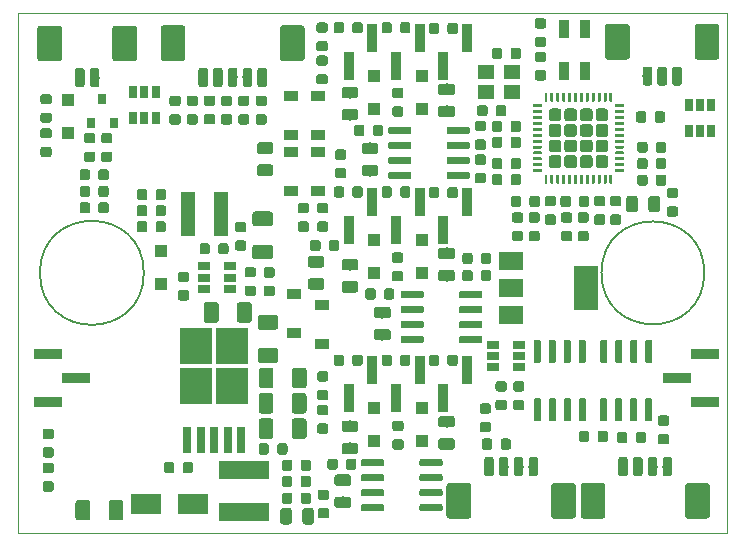
<source format=gtp>
G04 #@! TF.GenerationSoftware,KiCad,Pcbnew,5.1.4+dfsg1-1*
G04 #@! TF.CreationDate,2019-12-10T16:08:12+01:00*
G04 #@! TF.ProjectId,PAC5523,50414335-3532-4332-9e6b-696361645f70,rev?*
G04 #@! TF.SameCoordinates,Original*
G04 #@! TF.FileFunction,Paste,Top*
G04 #@! TF.FilePolarity,Positive*
%FSLAX46Y46*%
G04 Gerber Fmt 4.6, Leading zero omitted, Abs format (unit mm)*
G04 Created by KiCad (PCBNEW 5.1.4+dfsg1-1) date 2019-12-10 16:08:12*
%MOMM*%
%LPD*%
G04 APERTURE LIST*
%ADD10C,0.150000*%
%ADD11C,0.050000*%
%ADD12C,0.100000*%
%ADD13C,0.250000*%
%ADD14C,1.070000*%
%ADD15R,2.500000X1.800000*%
%ADD16R,4.200000X1.500000*%
%ADD17C,1.250000*%
%ADD18C,0.875000*%
%ADD19C,0.975000*%
%ADD20R,1.400000X1.200000*%
%ADD21R,1.100000X1.100000*%
%ADD22C,0.600000*%
%ADD23R,1.200000X3.700000*%
%ADD24R,2.000000X1.500000*%
%ADD25R,2.000000X3.800000*%
%ADD26R,2.750000X3.050000*%
%ADD27R,0.800000X2.200000*%
%ADD28C,2.100000*%
%ADD29C,0.800000*%
%ADD30R,1.200000X0.900000*%
%ADD31R,1.060000X0.650000*%
%ADD32R,0.650000X1.060000*%
%ADD33R,0.850000X1.600000*%
%ADD34R,0.800000X0.900000*%
%ADD35R,2.350000X0.850000*%
%ADD36R,0.850000X2.350000*%
G04 APERTURE END LIST*
D10*
X30650284Y-45000000D02*
G75*
G03X30650284Y-45000000I-4400284J0D01*
G01*
X78104595Y-45000000D02*
G75*
G03X78104595Y-45000000I-4354595J0D01*
G01*
D11*
X20000000Y-23000000D02*
X80000000Y-23000000D01*
X20000000Y-67000000D02*
X20000000Y-23000000D01*
X80000000Y-67000000D02*
X20000000Y-67000000D01*
X80000000Y-23000000D02*
X80000000Y-67000000D01*
D12*
G36*
X64768626Y-29750301D02*
G01*
X64774693Y-29751201D01*
X64780643Y-29752691D01*
X64786418Y-29754758D01*
X64791962Y-29757380D01*
X64797223Y-29760533D01*
X64802150Y-29764187D01*
X64806694Y-29768306D01*
X64810813Y-29772850D01*
X64814467Y-29777777D01*
X64817620Y-29783038D01*
X64820242Y-29788582D01*
X64822309Y-29794357D01*
X64823799Y-29800307D01*
X64824699Y-29806374D01*
X64825000Y-29812500D01*
X64825000Y-30437500D01*
X64824699Y-30443626D01*
X64823799Y-30449693D01*
X64822309Y-30455643D01*
X64820242Y-30461418D01*
X64817620Y-30466962D01*
X64814467Y-30472223D01*
X64810813Y-30477150D01*
X64806694Y-30481694D01*
X64802150Y-30485813D01*
X64797223Y-30489467D01*
X64791962Y-30492620D01*
X64786418Y-30495242D01*
X64780643Y-30497309D01*
X64774693Y-30498799D01*
X64768626Y-30499699D01*
X64762500Y-30500000D01*
X64637500Y-30500000D01*
X64631374Y-30499699D01*
X64625307Y-30498799D01*
X64619357Y-30497309D01*
X64613582Y-30495242D01*
X64608038Y-30492620D01*
X64602777Y-30489467D01*
X64597850Y-30485813D01*
X64593306Y-30481694D01*
X64589187Y-30477150D01*
X64585533Y-30472223D01*
X64582380Y-30466962D01*
X64579758Y-30461418D01*
X64577691Y-30455643D01*
X64576201Y-30449693D01*
X64575301Y-30443626D01*
X64575000Y-30437500D01*
X64575000Y-29812500D01*
X64575301Y-29806374D01*
X64576201Y-29800307D01*
X64577691Y-29794357D01*
X64579758Y-29788582D01*
X64582380Y-29783038D01*
X64585533Y-29777777D01*
X64589187Y-29772850D01*
X64593306Y-29768306D01*
X64597850Y-29764187D01*
X64602777Y-29760533D01*
X64608038Y-29757380D01*
X64613582Y-29754758D01*
X64619357Y-29752691D01*
X64625307Y-29751201D01*
X64631374Y-29750301D01*
X64637500Y-29750000D01*
X64762500Y-29750000D01*
X64768626Y-29750301D01*
X64768626Y-29750301D01*
G37*
D13*
X64700000Y-30125000D03*
D12*
G36*
X65268626Y-29750301D02*
G01*
X65274693Y-29751201D01*
X65280643Y-29752691D01*
X65286418Y-29754758D01*
X65291962Y-29757380D01*
X65297223Y-29760533D01*
X65302150Y-29764187D01*
X65306694Y-29768306D01*
X65310813Y-29772850D01*
X65314467Y-29777777D01*
X65317620Y-29783038D01*
X65320242Y-29788582D01*
X65322309Y-29794357D01*
X65323799Y-29800307D01*
X65324699Y-29806374D01*
X65325000Y-29812500D01*
X65325000Y-30437500D01*
X65324699Y-30443626D01*
X65323799Y-30449693D01*
X65322309Y-30455643D01*
X65320242Y-30461418D01*
X65317620Y-30466962D01*
X65314467Y-30472223D01*
X65310813Y-30477150D01*
X65306694Y-30481694D01*
X65302150Y-30485813D01*
X65297223Y-30489467D01*
X65291962Y-30492620D01*
X65286418Y-30495242D01*
X65280643Y-30497309D01*
X65274693Y-30498799D01*
X65268626Y-30499699D01*
X65262500Y-30500000D01*
X65137500Y-30500000D01*
X65131374Y-30499699D01*
X65125307Y-30498799D01*
X65119357Y-30497309D01*
X65113582Y-30495242D01*
X65108038Y-30492620D01*
X65102777Y-30489467D01*
X65097850Y-30485813D01*
X65093306Y-30481694D01*
X65089187Y-30477150D01*
X65085533Y-30472223D01*
X65082380Y-30466962D01*
X65079758Y-30461418D01*
X65077691Y-30455643D01*
X65076201Y-30449693D01*
X65075301Y-30443626D01*
X65075000Y-30437500D01*
X65075000Y-29812500D01*
X65075301Y-29806374D01*
X65076201Y-29800307D01*
X65077691Y-29794357D01*
X65079758Y-29788582D01*
X65082380Y-29783038D01*
X65085533Y-29777777D01*
X65089187Y-29772850D01*
X65093306Y-29768306D01*
X65097850Y-29764187D01*
X65102777Y-29760533D01*
X65108038Y-29757380D01*
X65113582Y-29754758D01*
X65119357Y-29752691D01*
X65125307Y-29751201D01*
X65131374Y-29750301D01*
X65137500Y-29750000D01*
X65262500Y-29750000D01*
X65268626Y-29750301D01*
X65268626Y-29750301D01*
G37*
D13*
X65200000Y-30125000D03*
D12*
G36*
X65768626Y-29750301D02*
G01*
X65774693Y-29751201D01*
X65780643Y-29752691D01*
X65786418Y-29754758D01*
X65791962Y-29757380D01*
X65797223Y-29760533D01*
X65802150Y-29764187D01*
X65806694Y-29768306D01*
X65810813Y-29772850D01*
X65814467Y-29777777D01*
X65817620Y-29783038D01*
X65820242Y-29788582D01*
X65822309Y-29794357D01*
X65823799Y-29800307D01*
X65824699Y-29806374D01*
X65825000Y-29812500D01*
X65825000Y-30437500D01*
X65824699Y-30443626D01*
X65823799Y-30449693D01*
X65822309Y-30455643D01*
X65820242Y-30461418D01*
X65817620Y-30466962D01*
X65814467Y-30472223D01*
X65810813Y-30477150D01*
X65806694Y-30481694D01*
X65802150Y-30485813D01*
X65797223Y-30489467D01*
X65791962Y-30492620D01*
X65786418Y-30495242D01*
X65780643Y-30497309D01*
X65774693Y-30498799D01*
X65768626Y-30499699D01*
X65762500Y-30500000D01*
X65637500Y-30500000D01*
X65631374Y-30499699D01*
X65625307Y-30498799D01*
X65619357Y-30497309D01*
X65613582Y-30495242D01*
X65608038Y-30492620D01*
X65602777Y-30489467D01*
X65597850Y-30485813D01*
X65593306Y-30481694D01*
X65589187Y-30477150D01*
X65585533Y-30472223D01*
X65582380Y-30466962D01*
X65579758Y-30461418D01*
X65577691Y-30455643D01*
X65576201Y-30449693D01*
X65575301Y-30443626D01*
X65575000Y-30437500D01*
X65575000Y-29812500D01*
X65575301Y-29806374D01*
X65576201Y-29800307D01*
X65577691Y-29794357D01*
X65579758Y-29788582D01*
X65582380Y-29783038D01*
X65585533Y-29777777D01*
X65589187Y-29772850D01*
X65593306Y-29768306D01*
X65597850Y-29764187D01*
X65602777Y-29760533D01*
X65608038Y-29757380D01*
X65613582Y-29754758D01*
X65619357Y-29752691D01*
X65625307Y-29751201D01*
X65631374Y-29750301D01*
X65637500Y-29750000D01*
X65762500Y-29750000D01*
X65768626Y-29750301D01*
X65768626Y-29750301D01*
G37*
D13*
X65700000Y-30125000D03*
D12*
G36*
X66268626Y-29750301D02*
G01*
X66274693Y-29751201D01*
X66280643Y-29752691D01*
X66286418Y-29754758D01*
X66291962Y-29757380D01*
X66297223Y-29760533D01*
X66302150Y-29764187D01*
X66306694Y-29768306D01*
X66310813Y-29772850D01*
X66314467Y-29777777D01*
X66317620Y-29783038D01*
X66320242Y-29788582D01*
X66322309Y-29794357D01*
X66323799Y-29800307D01*
X66324699Y-29806374D01*
X66325000Y-29812500D01*
X66325000Y-30437500D01*
X66324699Y-30443626D01*
X66323799Y-30449693D01*
X66322309Y-30455643D01*
X66320242Y-30461418D01*
X66317620Y-30466962D01*
X66314467Y-30472223D01*
X66310813Y-30477150D01*
X66306694Y-30481694D01*
X66302150Y-30485813D01*
X66297223Y-30489467D01*
X66291962Y-30492620D01*
X66286418Y-30495242D01*
X66280643Y-30497309D01*
X66274693Y-30498799D01*
X66268626Y-30499699D01*
X66262500Y-30500000D01*
X66137500Y-30500000D01*
X66131374Y-30499699D01*
X66125307Y-30498799D01*
X66119357Y-30497309D01*
X66113582Y-30495242D01*
X66108038Y-30492620D01*
X66102777Y-30489467D01*
X66097850Y-30485813D01*
X66093306Y-30481694D01*
X66089187Y-30477150D01*
X66085533Y-30472223D01*
X66082380Y-30466962D01*
X66079758Y-30461418D01*
X66077691Y-30455643D01*
X66076201Y-30449693D01*
X66075301Y-30443626D01*
X66075000Y-30437500D01*
X66075000Y-29812500D01*
X66075301Y-29806374D01*
X66076201Y-29800307D01*
X66077691Y-29794357D01*
X66079758Y-29788582D01*
X66082380Y-29783038D01*
X66085533Y-29777777D01*
X66089187Y-29772850D01*
X66093306Y-29768306D01*
X66097850Y-29764187D01*
X66102777Y-29760533D01*
X66108038Y-29757380D01*
X66113582Y-29754758D01*
X66119357Y-29752691D01*
X66125307Y-29751201D01*
X66131374Y-29750301D01*
X66137500Y-29750000D01*
X66262500Y-29750000D01*
X66268626Y-29750301D01*
X66268626Y-29750301D01*
G37*
D13*
X66200000Y-30125000D03*
D12*
G36*
X66768626Y-29750301D02*
G01*
X66774693Y-29751201D01*
X66780643Y-29752691D01*
X66786418Y-29754758D01*
X66791962Y-29757380D01*
X66797223Y-29760533D01*
X66802150Y-29764187D01*
X66806694Y-29768306D01*
X66810813Y-29772850D01*
X66814467Y-29777777D01*
X66817620Y-29783038D01*
X66820242Y-29788582D01*
X66822309Y-29794357D01*
X66823799Y-29800307D01*
X66824699Y-29806374D01*
X66825000Y-29812500D01*
X66825000Y-30437500D01*
X66824699Y-30443626D01*
X66823799Y-30449693D01*
X66822309Y-30455643D01*
X66820242Y-30461418D01*
X66817620Y-30466962D01*
X66814467Y-30472223D01*
X66810813Y-30477150D01*
X66806694Y-30481694D01*
X66802150Y-30485813D01*
X66797223Y-30489467D01*
X66791962Y-30492620D01*
X66786418Y-30495242D01*
X66780643Y-30497309D01*
X66774693Y-30498799D01*
X66768626Y-30499699D01*
X66762500Y-30500000D01*
X66637500Y-30500000D01*
X66631374Y-30499699D01*
X66625307Y-30498799D01*
X66619357Y-30497309D01*
X66613582Y-30495242D01*
X66608038Y-30492620D01*
X66602777Y-30489467D01*
X66597850Y-30485813D01*
X66593306Y-30481694D01*
X66589187Y-30477150D01*
X66585533Y-30472223D01*
X66582380Y-30466962D01*
X66579758Y-30461418D01*
X66577691Y-30455643D01*
X66576201Y-30449693D01*
X66575301Y-30443626D01*
X66575000Y-30437500D01*
X66575000Y-29812500D01*
X66575301Y-29806374D01*
X66576201Y-29800307D01*
X66577691Y-29794357D01*
X66579758Y-29788582D01*
X66582380Y-29783038D01*
X66585533Y-29777777D01*
X66589187Y-29772850D01*
X66593306Y-29768306D01*
X66597850Y-29764187D01*
X66602777Y-29760533D01*
X66608038Y-29757380D01*
X66613582Y-29754758D01*
X66619357Y-29752691D01*
X66625307Y-29751201D01*
X66631374Y-29750301D01*
X66637500Y-29750000D01*
X66762500Y-29750000D01*
X66768626Y-29750301D01*
X66768626Y-29750301D01*
G37*
D13*
X66700000Y-30125000D03*
D12*
G36*
X67268626Y-29750301D02*
G01*
X67274693Y-29751201D01*
X67280643Y-29752691D01*
X67286418Y-29754758D01*
X67291962Y-29757380D01*
X67297223Y-29760533D01*
X67302150Y-29764187D01*
X67306694Y-29768306D01*
X67310813Y-29772850D01*
X67314467Y-29777777D01*
X67317620Y-29783038D01*
X67320242Y-29788582D01*
X67322309Y-29794357D01*
X67323799Y-29800307D01*
X67324699Y-29806374D01*
X67325000Y-29812500D01*
X67325000Y-30437500D01*
X67324699Y-30443626D01*
X67323799Y-30449693D01*
X67322309Y-30455643D01*
X67320242Y-30461418D01*
X67317620Y-30466962D01*
X67314467Y-30472223D01*
X67310813Y-30477150D01*
X67306694Y-30481694D01*
X67302150Y-30485813D01*
X67297223Y-30489467D01*
X67291962Y-30492620D01*
X67286418Y-30495242D01*
X67280643Y-30497309D01*
X67274693Y-30498799D01*
X67268626Y-30499699D01*
X67262500Y-30500000D01*
X67137500Y-30500000D01*
X67131374Y-30499699D01*
X67125307Y-30498799D01*
X67119357Y-30497309D01*
X67113582Y-30495242D01*
X67108038Y-30492620D01*
X67102777Y-30489467D01*
X67097850Y-30485813D01*
X67093306Y-30481694D01*
X67089187Y-30477150D01*
X67085533Y-30472223D01*
X67082380Y-30466962D01*
X67079758Y-30461418D01*
X67077691Y-30455643D01*
X67076201Y-30449693D01*
X67075301Y-30443626D01*
X67075000Y-30437500D01*
X67075000Y-29812500D01*
X67075301Y-29806374D01*
X67076201Y-29800307D01*
X67077691Y-29794357D01*
X67079758Y-29788582D01*
X67082380Y-29783038D01*
X67085533Y-29777777D01*
X67089187Y-29772850D01*
X67093306Y-29768306D01*
X67097850Y-29764187D01*
X67102777Y-29760533D01*
X67108038Y-29757380D01*
X67113582Y-29754758D01*
X67119357Y-29752691D01*
X67125307Y-29751201D01*
X67131374Y-29750301D01*
X67137500Y-29750000D01*
X67262500Y-29750000D01*
X67268626Y-29750301D01*
X67268626Y-29750301D01*
G37*
D13*
X67200000Y-30125000D03*
D12*
G36*
X67768626Y-29750301D02*
G01*
X67774693Y-29751201D01*
X67780643Y-29752691D01*
X67786418Y-29754758D01*
X67791962Y-29757380D01*
X67797223Y-29760533D01*
X67802150Y-29764187D01*
X67806694Y-29768306D01*
X67810813Y-29772850D01*
X67814467Y-29777777D01*
X67817620Y-29783038D01*
X67820242Y-29788582D01*
X67822309Y-29794357D01*
X67823799Y-29800307D01*
X67824699Y-29806374D01*
X67825000Y-29812500D01*
X67825000Y-30437500D01*
X67824699Y-30443626D01*
X67823799Y-30449693D01*
X67822309Y-30455643D01*
X67820242Y-30461418D01*
X67817620Y-30466962D01*
X67814467Y-30472223D01*
X67810813Y-30477150D01*
X67806694Y-30481694D01*
X67802150Y-30485813D01*
X67797223Y-30489467D01*
X67791962Y-30492620D01*
X67786418Y-30495242D01*
X67780643Y-30497309D01*
X67774693Y-30498799D01*
X67768626Y-30499699D01*
X67762500Y-30500000D01*
X67637500Y-30500000D01*
X67631374Y-30499699D01*
X67625307Y-30498799D01*
X67619357Y-30497309D01*
X67613582Y-30495242D01*
X67608038Y-30492620D01*
X67602777Y-30489467D01*
X67597850Y-30485813D01*
X67593306Y-30481694D01*
X67589187Y-30477150D01*
X67585533Y-30472223D01*
X67582380Y-30466962D01*
X67579758Y-30461418D01*
X67577691Y-30455643D01*
X67576201Y-30449693D01*
X67575301Y-30443626D01*
X67575000Y-30437500D01*
X67575000Y-29812500D01*
X67575301Y-29806374D01*
X67576201Y-29800307D01*
X67577691Y-29794357D01*
X67579758Y-29788582D01*
X67582380Y-29783038D01*
X67585533Y-29777777D01*
X67589187Y-29772850D01*
X67593306Y-29768306D01*
X67597850Y-29764187D01*
X67602777Y-29760533D01*
X67608038Y-29757380D01*
X67613582Y-29754758D01*
X67619357Y-29752691D01*
X67625307Y-29751201D01*
X67631374Y-29750301D01*
X67637500Y-29750000D01*
X67762500Y-29750000D01*
X67768626Y-29750301D01*
X67768626Y-29750301D01*
G37*
D13*
X67700000Y-30125000D03*
D12*
G36*
X68268626Y-29750301D02*
G01*
X68274693Y-29751201D01*
X68280643Y-29752691D01*
X68286418Y-29754758D01*
X68291962Y-29757380D01*
X68297223Y-29760533D01*
X68302150Y-29764187D01*
X68306694Y-29768306D01*
X68310813Y-29772850D01*
X68314467Y-29777777D01*
X68317620Y-29783038D01*
X68320242Y-29788582D01*
X68322309Y-29794357D01*
X68323799Y-29800307D01*
X68324699Y-29806374D01*
X68325000Y-29812500D01*
X68325000Y-30437500D01*
X68324699Y-30443626D01*
X68323799Y-30449693D01*
X68322309Y-30455643D01*
X68320242Y-30461418D01*
X68317620Y-30466962D01*
X68314467Y-30472223D01*
X68310813Y-30477150D01*
X68306694Y-30481694D01*
X68302150Y-30485813D01*
X68297223Y-30489467D01*
X68291962Y-30492620D01*
X68286418Y-30495242D01*
X68280643Y-30497309D01*
X68274693Y-30498799D01*
X68268626Y-30499699D01*
X68262500Y-30500000D01*
X68137500Y-30500000D01*
X68131374Y-30499699D01*
X68125307Y-30498799D01*
X68119357Y-30497309D01*
X68113582Y-30495242D01*
X68108038Y-30492620D01*
X68102777Y-30489467D01*
X68097850Y-30485813D01*
X68093306Y-30481694D01*
X68089187Y-30477150D01*
X68085533Y-30472223D01*
X68082380Y-30466962D01*
X68079758Y-30461418D01*
X68077691Y-30455643D01*
X68076201Y-30449693D01*
X68075301Y-30443626D01*
X68075000Y-30437500D01*
X68075000Y-29812500D01*
X68075301Y-29806374D01*
X68076201Y-29800307D01*
X68077691Y-29794357D01*
X68079758Y-29788582D01*
X68082380Y-29783038D01*
X68085533Y-29777777D01*
X68089187Y-29772850D01*
X68093306Y-29768306D01*
X68097850Y-29764187D01*
X68102777Y-29760533D01*
X68108038Y-29757380D01*
X68113582Y-29754758D01*
X68119357Y-29752691D01*
X68125307Y-29751201D01*
X68131374Y-29750301D01*
X68137500Y-29750000D01*
X68262500Y-29750000D01*
X68268626Y-29750301D01*
X68268626Y-29750301D01*
G37*
D13*
X68200000Y-30125000D03*
D12*
G36*
X68768626Y-29750301D02*
G01*
X68774693Y-29751201D01*
X68780643Y-29752691D01*
X68786418Y-29754758D01*
X68791962Y-29757380D01*
X68797223Y-29760533D01*
X68802150Y-29764187D01*
X68806694Y-29768306D01*
X68810813Y-29772850D01*
X68814467Y-29777777D01*
X68817620Y-29783038D01*
X68820242Y-29788582D01*
X68822309Y-29794357D01*
X68823799Y-29800307D01*
X68824699Y-29806374D01*
X68825000Y-29812500D01*
X68825000Y-30437500D01*
X68824699Y-30443626D01*
X68823799Y-30449693D01*
X68822309Y-30455643D01*
X68820242Y-30461418D01*
X68817620Y-30466962D01*
X68814467Y-30472223D01*
X68810813Y-30477150D01*
X68806694Y-30481694D01*
X68802150Y-30485813D01*
X68797223Y-30489467D01*
X68791962Y-30492620D01*
X68786418Y-30495242D01*
X68780643Y-30497309D01*
X68774693Y-30498799D01*
X68768626Y-30499699D01*
X68762500Y-30500000D01*
X68637500Y-30500000D01*
X68631374Y-30499699D01*
X68625307Y-30498799D01*
X68619357Y-30497309D01*
X68613582Y-30495242D01*
X68608038Y-30492620D01*
X68602777Y-30489467D01*
X68597850Y-30485813D01*
X68593306Y-30481694D01*
X68589187Y-30477150D01*
X68585533Y-30472223D01*
X68582380Y-30466962D01*
X68579758Y-30461418D01*
X68577691Y-30455643D01*
X68576201Y-30449693D01*
X68575301Y-30443626D01*
X68575000Y-30437500D01*
X68575000Y-29812500D01*
X68575301Y-29806374D01*
X68576201Y-29800307D01*
X68577691Y-29794357D01*
X68579758Y-29788582D01*
X68582380Y-29783038D01*
X68585533Y-29777777D01*
X68589187Y-29772850D01*
X68593306Y-29768306D01*
X68597850Y-29764187D01*
X68602777Y-29760533D01*
X68608038Y-29757380D01*
X68613582Y-29754758D01*
X68619357Y-29752691D01*
X68625307Y-29751201D01*
X68631374Y-29750301D01*
X68637500Y-29750000D01*
X68762500Y-29750000D01*
X68768626Y-29750301D01*
X68768626Y-29750301D01*
G37*
D13*
X68700000Y-30125000D03*
D12*
G36*
X69268626Y-29750301D02*
G01*
X69274693Y-29751201D01*
X69280643Y-29752691D01*
X69286418Y-29754758D01*
X69291962Y-29757380D01*
X69297223Y-29760533D01*
X69302150Y-29764187D01*
X69306694Y-29768306D01*
X69310813Y-29772850D01*
X69314467Y-29777777D01*
X69317620Y-29783038D01*
X69320242Y-29788582D01*
X69322309Y-29794357D01*
X69323799Y-29800307D01*
X69324699Y-29806374D01*
X69325000Y-29812500D01*
X69325000Y-30437500D01*
X69324699Y-30443626D01*
X69323799Y-30449693D01*
X69322309Y-30455643D01*
X69320242Y-30461418D01*
X69317620Y-30466962D01*
X69314467Y-30472223D01*
X69310813Y-30477150D01*
X69306694Y-30481694D01*
X69302150Y-30485813D01*
X69297223Y-30489467D01*
X69291962Y-30492620D01*
X69286418Y-30495242D01*
X69280643Y-30497309D01*
X69274693Y-30498799D01*
X69268626Y-30499699D01*
X69262500Y-30500000D01*
X69137500Y-30500000D01*
X69131374Y-30499699D01*
X69125307Y-30498799D01*
X69119357Y-30497309D01*
X69113582Y-30495242D01*
X69108038Y-30492620D01*
X69102777Y-30489467D01*
X69097850Y-30485813D01*
X69093306Y-30481694D01*
X69089187Y-30477150D01*
X69085533Y-30472223D01*
X69082380Y-30466962D01*
X69079758Y-30461418D01*
X69077691Y-30455643D01*
X69076201Y-30449693D01*
X69075301Y-30443626D01*
X69075000Y-30437500D01*
X69075000Y-29812500D01*
X69075301Y-29806374D01*
X69076201Y-29800307D01*
X69077691Y-29794357D01*
X69079758Y-29788582D01*
X69082380Y-29783038D01*
X69085533Y-29777777D01*
X69089187Y-29772850D01*
X69093306Y-29768306D01*
X69097850Y-29764187D01*
X69102777Y-29760533D01*
X69108038Y-29757380D01*
X69113582Y-29754758D01*
X69119357Y-29752691D01*
X69125307Y-29751201D01*
X69131374Y-29750301D01*
X69137500Y-29750000D01*
X69262500Y-29750000D01*
X69268626Y-29750301D01*
X69268626Y-29750301D01*
G37*
D13*
X69200000Y-30125000D03*
D12*
G36*
X69768626Y-29750301D02*
G01*
X69774693Y-29751201D01*
X69780643Y-29752691D01*
X69786418Y-29754758D01*
X69791962Y-29757380D01*
X69797223Y-29760533D01*
X69802150Y-29764187D01*
X69806694Y-29768306D01*
X69810813Y-29772850D01*
X69814467Y-29777777D01*
X69817620Y-29783038D01*
X69820242Y-29788582D01*
X69822309Y-29794357D01*
X69823799Y-29800307D01*
X69824699Y-29806374D01*
X69825000Y-29812500D01*
X69825000Y-30437500D01*
X69824699Y-30443626D01*
X69823799Y-30449693D01*
X69822309Y-30455643D01*
X69820242Y-30461418D01*
X69817620Y-30466962D01*
X69814467Y-30472223D01*
X69810813Y-30477150D01*
X69806694Y-30481694D01*
X69802150Y-30485813D01*
X69797223Y-30489467D01*
X69791962Y-30492620D01*
X69786418Y-30495242D01*
X69780643Y-30497309D01*
X69774693Y-30498799D01*
X69768626Y-30499699D01*
X69762500Y-30500000D01*
X69637500Y-30500000D01*
X69631374Y-30499699D01*
X69625307Y-30498799D01*
X69619357Y-30497309D01*
X69613582Y-30495242D01*
X69608038Y-30492620D01*
X69602777Y-30489467D01*
X69597850Y-30485813D01*
X69593306Y-30481694D01*
X69589187Y-30477150D01*
X69585533Y-30472223D01*
X69582380Y-30466962D01*
X69579758Y-30461418D01*
X69577691Y-30455643D01*
X69576201Y-30449693D01*
X69575301Y-30443626D01*
X69575000Y-30437500D01*
X69575000Y-29812500D01*
X69575301Y-29806374D01*
X69576201Y-29800307D01*
X69577691Y-29794357D01*
X69579758Y-29788582D01*
X69582380Y-29783038D01*
X69585533Y-29777777D01*
X69589187Y-29772850D01*
X69593306Y-29768306D01*
X69597850Y-29764187D01*
X69602777Y-29760533D01*
X69608038Y-29757380D01*
X69613582Y-29754758D01*
X69619357Y-29752691D01*
X69625307Y-29751201D01*
X69631374Y-29750301D01*
X69637500Y-29750000D01*
X69762500Y-29750000D01*
X69768626Y-29750301D01*
X69768626Y-29750301D01*
G37*
D13*
X69700000Y-30125000D03*
D12*
G36*
X70268626Y-29750301D02*
G01*
X70274693Y-29751201D01*
X70280643Y-29752691D01*
X70286418Y-29754758D01*
X70291962Y-29757380D01*
X70297223Y-29760533D01*
X70302150Y-29764187D01*
X70306694Y-29768306D01*
X70310813Y-29772850D01*
X70314467Y-29777777D01*
X70317620Y-29783038D01*
X70320242Y-29788582D01*
X70322309Y-29794357D01*
X70323799Y-29800307D01*
X70324699Y-29806374D01*
X70325000Y-29812500D01*
X70325000Y-30437500D01*
X70324699Y-30443626D01*
X70323799Y-30449693D01*
X70322309Y-30455643D01*
X70320242Y-30461418D01*
X70317620Y-30466962D01*
X70314467Y-30472223D01*
X70310813Y-30477150D01*
X70306694Y-30481694D01*
X70302150Y-30485813D01*
X70297223Y-30489467D01*
X70291962Y-30492620D01*
X70286418Y-30495242D01*
X70280643Y-30497309D01*
X70274693Y-30498799D01*
X70268626Y-30499699D01*
X70262500Y-30500000D01*
X70137500Y-30500000D01*
X70131374Y-30499699D01*
X70125307Y-30498799D01*
X70119357Y-30497309D01*
X70113582Y-30495242D01*
X70108038Y-30492620D01*
X70102777Y-30489467D01*
X70097850Y-30485813D01*
X70093306Y-30481694D01*
X70089187Y-30477150D01*
X70085533Y-30472223D01*
X70082380Y-30466962D01*
X70079758Y-30461418D01*
X70077691Y-30455643D01*
X70076201Y-30449693D01*
X70075301Y-30443626D01*
X70075000Y-30437500D01*
X70075000Y-29812500D01*
X70075301Y-29806374D01*
X70076201Y-29800307D01*
X70077691Y-29794357D01*
X70079758Y-29788582D01*
X70082380Y-29783038D01*
X70085533Y-29777777D01*
X70089187Y-29772850D01*
X70093306Y-29768306D01*
X70097850Y-29764187D01*
X70102777Y-29760533D01*
X70108038Y-29757380D01*
X70113582Y-29754758D01*
X70119357Y-29752691D01*
X70125307Y-29751201D01*
X70131374Y-29750301D01*
X70137500Y-29750000D01*
X70262500Y-29750000D01*
X70268626Y-29750301D01*
X70268626Y-29750301D01*
G37*
D13*
X70200000Y-30125000D03*
D12*
G36*
X71243626Y-30725301D02*
G01*
X71249693Y-30726201D01*
X71255643Y-30727691D01*
X71261418Y-30729758D01*
X71266962Y-30732380D01*
X71272223Y-30735533D01*
X71277150Y-30739187D01*
X71281694Y-30743306D01*
X71285813Y-30747850D01*
X71289467Y-30752777D01*
X71292620Y-30758038D01*
X71295242Y-30763582D01*
X71297309Y-30769357D01*
X71298799Y-30775307D01*
X71299699Y-30781374D01*
X71300000Y-30787500D01*
X71300000Y-30912500D01*
X71299699Y-30918626D01*
X71298799Y-30924693D01*
X71297309Y-30930643D01*
X71295242Y-30936418D01*
X71292620Y-30941962D01*
X71289467Y-30947223D01*
X71285813Y-30952150D01*
X71281694Y-30956694D01*
X71277150Y-30960813D01*
X71272223Y-30964467D01*
X71266962Y-30967620D01*
X71261418Y-30970242D01*
X71255643Y-30972309D01*
X71249693Y-30973799D01*
X71243626Y-30974699D01*
X71237500Y-30975000D01*
X70612500Y-30975000D01*
X70606374Y-30974699D01*
X70600307Y-30973799D01*
X70594357Y-30972309D01*
X70588582Y-30970242D01*
X70583038Y-30967620D01*
X70577777Y-30964467D01*
X70572850Y-30960813D01*
X70568306Y-30956694D01*
X70564187Y-30952150D01*
X70560533Y-30947223D01*
X70557380Y-30941962D01*
X70554758Y-30936418D01*
X70552691Y-30930643D01*
X70551201Y-30924693D01*
X70550301Y-30918626D01*
X70550000Y-30912500D01*
X70550000Y-30787500D01*
X70550301Y-30781374D01*
X70551201Y-30775307D01*
X70552691Y-30769357D01*
X70554758Y-30763582D01*
X70557380Y-30758038D01*
X70560533Y-30752777D01*
X70564187Y-30747850D01*
X70568306Y-30743306D01*
X70572850Y-30739187D01*
X70577777Y-30735533D01*
X70583038Y-30732380D01*
X70588582Y-30729758D01*
X70594357Y-30727691D01*
X70600307Y-30726201D01*
X70606374Y-30725301D01*
X70612500Y-30725000D01*
X71237500Y-30725000D01*
X71243626Y-30725301D01*
X71243626Y-30725301D01*
G37*
D13*
X70925000Y-30850000D03*
D12*
G36*
X71243626Y-31225301D02*
G01*
X71249693Y-31226201D01*
X71255643Y-31227691D01*
X71261418Y-31229758D01*
X71266962Y-31232380D01*
X71272223Y-31235533D01*
X71277150Y-31239187D01*
X71281694Y-31243306D01*
X71285813Y-31247850D01*
X71289467Y-31252777D01*
X71292620Y-31258038D01*
X71295242Y-31263582D01*
X71297309Y-31269357D01*
X71298799Y-31275307D01*
X71299699Y-31281374D01*
X71300000Y-31287500D01*
X71300000Y-31412500D01*
X71299699Y-31418626D01*
X71298799Y-31424693D01*
X71297309Y-31430643D01*
X71295242Y-31436418D01*
X71292620Y-31441962D01*
X71289467Y-31447223D01*
X71285813Y-31452150D01*
X71281694Y-31456694D01*
X71277150Y-31460813D01*
X71272223Y-31464467D01*
X71266962Y-31467620D01*
X71261418Y-31470242D01*
X71255643Y-31472309D01*
X71249693Y-31473799D01*
X71243626Y-31474699D01*
X71237500Y-31475000D01*
X70612500Y-31475000D01*
X70606374Y-31474699D01*
X70600307Y-31473799D01*
X70594357Y-31472309D01*
X70588582Y-31470242D01*
X70583038Y-31467620D01*
X70577777Y-31464467D01*
X70572850Y-31460813D01*
X70568306Y-31456694D01*
X70564187Y-31452150D01*
X70560533Y-31447223D01*
X70557380Y-31441962D01*
X70554758Y-31436418D01*
X70552691Y-31430643D01*
X70551201Y-31424693D01*
X70550301Y-31418626D01*
X70550000Y-31412500D01*
X70550000Y-31287500D01*
X70550301Y-31281374D01*
X70551201Y-31275307D01*
X70552691Y-31269357D01*
X70554758Y-31263582D01*
X70557380Y-31258038D01*
X70560533Y-31252777D01*
X70564187Y-31247850D01*
X70568306Y-31243306D01*
X70572850Y-31239187D01*
X70577777Y-31235533D01*
X70583038Y-31232380D01*
X70588582Y-31229758D01*
X70594357Y-31227691D01*
X70600307Y-31226201D01*
X70606374Y-31225301D01*
X70612500Y-31225000D01*
X71237500Y-31225000D01*
X71243626Y-31225301D01*
X71243626Y-31225301D01*
G37*
D13*
X70925000Y-31350000D03*
D12*
G36*
X71243626Y-31725301D02*
G01*
X71249693Y-31726201D01*
X71255643Y-31727691D01*
X71261418Y-31729758D01*
X71266962Y-31732380D01*
X71272223Y-31735533D01*
X71277150Y-31739187D01*
X71281694Y-31743306D01*
X71285813Y-31747850D01*
X71289467Y-31752777D01*
X71292620Y-31758038D01*
X71295242Y-31763582D01*
X71297309Y-31769357D01*
X71298799Y-31775307D01*
X71299699Y-31781374D01*
X71300000Y-31787500D01*
X71300000Y-31912500D01*
X71299699Y-31918626D01*
X71298799Y-31924693D01*
X71297309Y-31930643D01*
X71295242Y-31936418D01*
X71292620Y-31941962D01*
X71289467Y-31947223D01*
X71285813Y-31952150D01*
X71281694Y-31956694D01*
X71277150Y-31960813D01*
X71272223Y-31964467D01*
X71266962Y-31967620D01*
X71261418Y-31970242D01*
X71255643Y-31972309D01*
X71249693Y-31973799D01*
X71243626Y-31974699D01*
X71237500Y-31975000D01*
X70612500Y-31975000D01*
X70606374Y-31974699D01*
X70600307Y-31973799D01*
X70594357Y-31972309D01*
X70588582Y-31970242D01*
X70583038Y-31967620D01*
X70577777Y-31964467D01*
X70572850Y-31960813D01*
X70568306Y-31956694D01*
X70564187Y-31952150D01*
X70560533Y-31947223D01*
X70557380Y-31941962D01*
X70554758Y-31936418D01*
X70552691Y-31930643D01*
X70551201Y-31924693D01*
X70550301Y-31918626D01*
X70550000Y-31912500D01*
X70550000Y-31787500D01*
X70550301Y-31781374D01*
X70551201Y-31775307D01*
X70552691Y-31769357D01*
X70554758Y-31763582D01*
X70557380Y-31758038D01*
X70560533Y-31752777D01*
X70564187Y-31747850D01*
X70568306Y-31743306D01*
X70572850Y-31739187D01*
X70577777Y-31735533D01*
X70583038Y-31732380D01*
X70588582Y-31729758D01*
X70594357Y-31727691D01*
X70600307Y-31726201D01*
X70606374Y-31725301D01*
X70612500Y-31725000D01*
X71237500Y-31725000D01*
X71243626Y-31725301D01*
X71243626Y-31725301D01*
G37*
D13*
X70925000Y-31850000D03*
D12*
G36*
X71243626Y-32225301D02*
G01*
X71249693Y-32226201D01*
X71255643Y-32227691D01*
X71261418Y-32229758D01*
X71266962Y-32232380D01*
X71272223Y-32235533D01*
X71277150Y-32239187D01*
X71281694Y-32243306D01*
X71285813Y-32247850D01*
X71289467Y-32252777D01*
X71292620Y-32258038D01*
X71295242Y-32263582D01*
X71297309Y-32269357D01*
X71298799Y-32275307D01*
X71299699Y-32281374D01*
X71300000Y-32287500D01*
X71300000Y-32412500D01*
X71299699Y-32418626D01*
X71298799Y-32424693D01*
X71297309Y-32430643D01*
X71295242Y-32436418D01*
X71292620Y-32441962D01*
X71289467Y-32447223D01*
X71285813Y-32452150D01*
X71281694Y-32456694D01*
X71277150Y-32460813D01*
X71272223Y-32464467D01*
X71266962Y-32467620D01*
X71261418Y-32470242D01*
X71255643Y-32472309D01*
X71249693Y-32473799D01*
X71243626Y-32474699D01*
X71237500Y-32475000D01*
X70612500Y-32475000D01*
X70606374Y-32474699D01*
X70600307Y-32473799D01*
X70594357Y-32472309D01*
X70588582Y-32470242D01*
X70583038Y-32467620D01*
X70577777Y-32464467D01*
X70572850Y-32460813D01*
X70568306Y-32456694D01*
X70564187Y-32452150D01*
X70560533Y-32447223D01*
X70557380Y-32441962D01*
X70554758Y-32436418D01*
X70552691Y-32430643D01*
X70551201Y-32424693D01*
X70550301Y-32418626D01*
X70550000Y-32412500D01*
X70550000Y-32287500D01*
X70550301Y-32281374D01*
X70551201Y-32275307D01*
X70552691Y-32269357D01*
X70554758Y-32263582D01*
X70557380Y-32258038D01*
X70560533Y-32252777D01*
X70564187Y-32247850D01*
X70568306Y-32243306D01*
X70572850Y-32239187D01*
X70577777Y-32235533D01*
X70583038Y-32232380D01*
X70588582Y-32229758D01*
X70594357Y-32227691D01*
X70600307Y-32226201D01*
X70606374Y-32225301D01*
X70612500Y-32225000D01*
X71237500Y-32225000D01*
X71243626Y-32225301D01*
X71243626Y-32225301D01*
G37*
D13*
X70925000Y-32350000D03*
D12*
G36*
X71243626Y-32725301D02*
G01*
X71249693Y-32726201D01*
X71255643Y-32727691D01*
X71261418Y-32729758D01*
X71266962Y-32732380D01*
X71272223Y-32735533D01*
X71277150Y-32739187D01*
X71281694Y-32743306D01*
X71285813Y-32747850D01*
X71289467Y-32752777D01*
X71292620Y-32758038D01*
X71295242Y-32763582D01*
X71297309Y-32769357D01*
X71298799Y-32775307D01*
X71299699Y-32781374D01*
X71300000Y-32787500D01*
X71300000Y-32912500D01*
X71299699Y-32918626D01*
X71298799Y-32924693D01*
X71297309Y-32930643D01*
X71295242Y-32936418D01*
X71292620Y-32941962D01*
X71289467Y-32947223D01*
X71285813Y-32952150D01*
X71281694Y-32956694D01*
X71277150Y-32960813D01*
X71272223Y-32964467D01*
X71266962Y-32967620D01*
X71261418Y-32970242D01*
X71255643Y-32972309D01*
X71249693Y-32973799D01*
X71243626Y-32974699D01*
X71237500Y-32975000D01*
X70612500Y-32975000D01*
X70606374Y-32974699D01*
X70600307Y-32973799D01*
X70594357Y-32972309D01*
X70588582Y-32970242D01*
X70583038Y-32967620D01*
X70577777Y-32964467D01*
X70572850Y-32960813D01*
X70568306Y-32956694D01*
X70564187Y-32952150D01*
X70560533Y-32947223D01*
X70557380Y-32941962D01*
X70554758Y-32936418D01*
X70552691Y-32930643D01*
X70551201Y-32924693D01*
X70550301Y-32918626D01*
X70550000Y-32912500D01*
X70550000Y-32787500D01*
X70550301Y-32781374D01*
X70551201Y-32775307D01*
X70552691Y-32769357D01*
X70554758Y-32763582D01*
X70557380Y-32758038D01*
X70560533Y-32752777D01*
X70564187Y-32747850D01*
X70568306Y-32743306D01*
X70572850Y-32739187D01*
X70577777Y-32735533D01*
X70583038Y-32732380D01*
X70588582Y-32729758D01*
X70594357Y-32727691D01*
X70600307Y-32726201D01*
X70606374Y-32725301D01*
X70612500Y-32725000D01*
X71237500Y-32725000D01*
X71243626Y-32725301D01*
X71243626Y-32725301D01*
G37*
D13*
X70925000Y-32850000D03*
D12*
G36*
X71243626Y-33225301D02*
G01*
X71249693Y-33226201D01*
X71255643Y-33227691D01*
X71261418Y-33229758D01*
X71266962Y-33232380D01*
X71272223Y-33235533D01*
X71277150Y-33239187D01*
X71281694Y-33243306D01*
X71285813Y-33247850D01*
X71289467Y-33252777D01*
X71292620Y-33258038D01*
X71295242Y-33263582D01*
X71297309Y-33269357D01*
X71298799Y-33275307D01*
X71299699Y-33281374D01*
X71300000Y-33287500D01*
X71300000Y-33412500D01*
X71299699Y-33418626D01*
X71298799Y-33424693D01*
X71297309Y-33430643D01*
X71295242Y-33436418D01*
X71292620Y-33441962D01*
X71289467Y-33447223D01*
X71285813Y-33452150D01*
X71281694Y-33456694D01*
X71277150Y-33460813D01*
X71272223Y-33464467D01*
X71266962Y-33467620D01*
X71261418Y-33470242D01*
X71255643Y-33472309D01*
X71249693Y-33473799D01*
X71243626Y-33474699D01*
X71237500Y-33475000D01*
X70612500Y-33475000D01*
X70606374Y-33474699D01*
X70600307Y-33473799D01*
X70594357Y-33472309D01*
X70588582Y-33470242D01*
X70583038Y-33467620D01*
X70577777Y-33464467D01*
X70572850Y-33460813D01*
X70568306Y-33456694D01*
X70564187Y-33452150D01*
X70560533Y-33447223D01*
X70557380Y-33441962D01*
X70554758Y-33436418D01*
X70552691Y-33430643D01*
X70551201Y-33424693D01*
X70550301Y-33418626D01*
X70550000Y-33412500D01*
X70550000Y-33287500D01*
X70550301Y-33281374D01*
X70551201Y-33275307D01*
X70552691Y-33269357D01*
X70554758Y-33263582D01*
X70557380Y-33258038D01*
X70560533Y-33252777D01*
X70564187Y-33247850D01*
X70568306Y-33243306D01*
X70572850Y-33239187D01*
X70577777Y-33235533D01*
X70583038Y-33232380D01*
X70588582Y-33229758D01*
X70594357Y-33227691D01*
X70600307Y-33226201D01*
X70606374Y-33225301D01*
X70612500Y-33225000D01*
X71237500Y-33225000D01*
X71243626Y-33225301D01*
X71243626Y-33225301D01*
G37*
D13*
X70925000Y-33350000D03*
D12*
G36*
X71243626Y-33725301D02*
G01*
X71249693Y-33726201D01*
X71255643Y-33727691D01*
X71261418Y-33729758D01*
X71266962Y-33732380D01*
X71272223Y-33735533D01*
X71277150Y-33739187D01*
X71281694Y-33743306D01*
X71285813Y-33747850D01*
X71289467Y-33752777D01*
X71292620Y-33758038D01*
X71295242Y-33763582D01*
X71297309Y-33769357D01*
X71298799Y-33775307D01*
X71299699Y-33781374D01*
X71300000Y-33787500D01*
X71300000Y-33912500D01*
X71299699Y-33918626D01*
X71298799Y-33924693D01*
X71297309Y-33930643D01*
X71295242Y-33936418D01*
X71292620Y-33941962D01*
X71289467Y-33947223D01*
X71285813Y-33952150D01*
X71281694Y-33956694D01*
X71277150Y-33960813D01*
X71272223Y-33964467D01*
X71266962Y-33967620D01*
X71261418Y-33970242D01*
X71255643Y-33972309D01*
X71249693Y-33973799D01*
X71243626Y-33974699D01*
X71237500Y-33975000D01*
X70612500Y-33975000D01*
X70606374Y-33974699D01*
X70600307Y-33973799D01*
X70594357Y-33972309D01*
X70588582Y-33970242D01*
X70583038Y-33967620D01*
X70577777Y-33964467D01*
X70572850Y-33960813D01*
X70568306Y-33956694D01*
X70564187Y-33952150D01*
X70560533Y-33947223D01*
X70557380Y-33941962D01*
X70554758Y-33936418D01*
X70552691Y-33930643D01*
X70551201Y-33924693D01*
X70550301Y-33918626D01*
X70550000Y-33912500D01*
X70550000Y-33787500D01*
X70550301Y-33781374D01*
X70551201Y-33775307D01*
X70552691Y-33769357D01*
X70554758Y-33763582D01*
X70557380Y-33758038D01*
X70560533Y-33752777D01*
X70564187Y-33747850D01*
X70568306Y-33743306D01*
X70572850Y-33739187D01*
X70577777Y-33735533D01*
X70583038Y-33732380D01*
X70588582Y-33729758D01*
X70594357Y-33727691D01*
X70600307Y-33726201D01*
X70606374Y-33725301D01*
X70612500Y-33725000D01*
X71237500Y-33725000D01*
X71243626Y-33725301D01*
X71243626Y-33725301D01*
G37*
D13*
X70925000Y-33850000D03*
D12*
G36*
X71243626Y-34225301D02*
G01*
X71249693Y-34226201D01*
X71255643Y-34227691D01*
X71261418Y-34229758D01*
X71266962Y-34232380D01*
X71272223Y-34235533D01*
X71277150Y-34239187D01*
X71281694Y-34243306D01*
X71285813Y-34247850D01*
X71289467Y-34252777D01*
X71292620Y-34258038D01*
X71295242Y-34263582D01*
X71297309Y-34269357D01*
X71298799Y-34275307D01*
X71299699Y-34281374D01*
X71300000Y-34287500D01*
X71300000Y-34412500D01*
X71299699Y-34418626D01*
X71298799Y-34424693D01*
X71297309Y-34430643D01*
X71295242Y-34436418D01*
X71292620Y-34441962D01*
X71289467Y-34447223D01*
X71285813Y-34452150D01*
X71281694Y-34456694D01*
X71277150Y-34460813D01*
X71272223Y-34464467D01*
X71266962Y-34467620D01*
X71261418Y-34470242D01*
X71255643Y-34472309D01*
X71249693Y-34473799D01*
X71243626Y-34474699D01*
X71237500Y-34475000D01*
X70612500Y-34475000D01*
X70606374Y-34474699D01*
X70600307Y-34473799D01*
X70594357Y-34472309D01*
X70588582Y-34470242D01*
X70583038Y-34467620D01*
X70577777Y-34464467D01*
X70572850Y-34460813D01*
X70568306Y-34456694D01*
X70564187Y-34452150D01*
X70560533Y-34447223D01*
X70557380Y-34441962D01*
X70554758Y-34436418D01*
X70552691Y-34430643D01*
X70551201Y-34424693D01*
X70550301Y-34418626D01*
X70550000Y-34412500D01*
X70550000Y-34287500D01*
X70550301Y-34281374D01*
X70551201Y-34275307D01*
X70552691Y-34269357D01*
X70554758Y-34263582D01*
X70557380Y-34258038D01*
X70560533Y-34252777D01*
X70564187Y-34247850D01*
X70568306Y-34243306D01*
X70572850Y-34239187D01*
X70577777Y-34235533D01*
X70583038Y-34232380D01*
X70588582Y-34229758D01*
X70594357Y-34227691D01*
X70600307Y-34226201D01*
X70606374Y-34225301D01*
X70612500Y-34225000D01*
X71237500Y-34225000D01*
X71243626Y-34225301D01*
X71243626Y-34225301D01*
G37*
D13*
X70925000Y-34350000D03*
D12*
G36*
X71243626Y-34725301D02*
G01*
X71249693Y-34726201D01*
X71255643Y-34727691D01*
X71261418Y-34729758D01*
X71266962Y-34732380D01*
X71272223Y-34735533D01*
X71277150Y-34739187D01*
X71281694Y-34743306D01*
X71285813Y-34747850D01*
X71289467Y-34752777D01*
X71292620Y-34758038D01*
X71295242Y-34763582D01*
X71297309Y-34769357D01*
X71298799Y-34775307D01*
X71299699Y-34781374D01*
X71300000Y-34787500D01*
X71300000Y-34912500D01*
X71299699Y-34918626D01*
X71298799Y-34924693D01*
X71297309Y-34930643D01*
X71295242Y-34936418D01*
X71292620Y-34941962D01*
X71289467Y-34947223D01*
X71285813Y-34952150D01*
X71281694Y-34956694D01*
X71277150Y-34960813D01*
X71272223Y-34964467D01*
X71266962Y-34967620D01*
X71261418Y-34970242D01*
X71255643Y-34972309D01*
X71249693Y-34973799D01*
X71243626Y-34974699D01*
X71237500Y-34975000D01*
X70612500Y-34975000D01*
X70606374Y-34974699D01*
X70600307Y-34973799D01*
X70594357Y-34972309D01*
X70588582Y-34970242D01*
X70583038Y-34967620D01*
X70577777Y-34964467D01*
X70572850Y-34960813D01*
X70568306Y-34956694D01*
X70564187Y-34952150D01*
X70560533Y-34947223D01*
X70557380Y-34941962D01*
X70554758Y-34936418D01*
X70552691Y-34930643D01*
X70551201Y-34924693D01*
X70550301Y-34918626D01*
X70550000Y-34912500D01*
X70550000Y-34787500D01*
X70550301Y-34781374D01*
X70551201Y-34775307D01*
X70552691Y-34769357D01*
X70554758Y-34763582D01*
X70557380Y-34758038D01*
X70560533Y-34752777D01*
X70564187Y-34747850D01*
X70568306Y-34743306D01*
X70572850Y-34739187D01*
X70577777Y-34735533D01*
X70583038Y-34732380D01*
X70588582Y-34729758D01*
X70594357Y-34727691D01*
X70600307Y-34726201D01*
X70606374Y-34725301D01*
X70612500Y-34725000D01*
X71237500Y-34725000D01*
X71243626Y-34725301D01*
X71243626Y-34725301D01*
G37*
D13*
X70925000Y-34850000D03*
D12*
G36*
X71243626Y-35225301D02*
G01*
X71249693Y-35226201D01*
X71255643Y-35227691D01*
X71261418Y-35229758D01*
X71266962Y-35232380D01*
X71272223Y-35235533D01*
X71277150Y-35239187D01*
X71281694Y-35243306D01*
X71285813Y-35247850D01*
X71289467Y-35252777D01*
X71292620Y-35258038D01*
X71295242Y-35263582D01*
X71297309Y-35269357D01*
X71298799Y-35275307D01*
X71299699Y-35281374D01*
X71300000Y-35287500D01*
X71300000Y-35412500D01*
X71299699Y-35418626D01*
X71298799Y-35424693D01*
X71297309Y-35430643D01*
X71295242Y-35436418D01*
X71292620Y-35441962D01*
X71289467Y-35447223D01*
X71285813Y-35452150D01*
X71281694Y-35456694D01*
X71277150Y-35460813D01*
X71272223Y-35464467D01*
X71266962Y-35467620D01*
X71261418Y-35470242D01*
X71255643Y-35472309D01*
X71249693Y-35473799D01*
X71243626Y-35474699D01*
X71237500Y-35475000D01*
X70612500Y-35475000D01*
X70606374Y-35474699D01*
X70600307Y-35473799D01*
X70594357Y-35472309D01*
X70588582Y-35470242D01*
X70583038Y-35467620D01*
X70577777Y-35464467D01*
X70572850Y-35460813D01*
X70568306Y-35456694D01*
X70564187Y-35452150D01*
X70560533Y-35447223D01*
X70557380Y-35441962D01*
X70554758Y-35436418D01*
X70552691Y-35430643D01*
X70551201Y-35424693D01*
X70550301Y-35418626D01*
X70550000Y-35412500D01*
X70550000Y-35287500D01*
X70550301Y-35281374D01*
X70551201Y-35275307D01*
X70552691Y-35269357D01*
X70554758Y-35263582D01*
X70557380Y-35258038D01*
X70560533Y-35252777D01*
X70564187Y-35247850D01*
X70568306Y-35243306D01*
X70572850Y-35239187D01*
X70577777Y-35235533D01*
X70583038Y-35232380D01*
X70588582Y-35229758D01*
X70594357Y-35227691D01*
X70600307Y-35226201D01*
X70606374Y-35225301D01*
X70612500Y-35225000D01*
X71237500Y-35225000D01*
X71243626Y-35225301D01*
X71243626Y-35225301D01*
G37*
D13*
X70925000Y-35350000D03*
D12*
G36*
X71243626Y-35725301D02*
G01*
X71249693Y-35726201D01*
X71255643Y-35727691D01*
X71261418Y-35729758D01*
X71266962Y-35732380D01*
X71272223Y-35735533D01*
X71277150Y-35739187D01*
X71281694Y-35743306D01*
X71285813Y-35747850D01*
X71289467Y-35752777D01*
X71292620Y-35758038D01*
X71295242Y-35763582D01*
X71297309Y-35769357D01*
X71298799Y-35775307D01*
X71299699Y-35781374D01*
X71300000Y-35787500D01*
X71300000Y-35912500D01*
X71299699Y-35918626D01*
X71298799Y-35924693D01*
X71297309Y-35930643D01*
X71295242Y-35936418D01*
X71292620Y-35941962D01*
X71289467Y-35947223D01*
X71285813Y-35952150D01*
X71281694Y-35956694D01*
X71277150Y-35960813D01*
X71272223Y-35964467D01*
X71266962Y-35967620D01*
X71261418Y-35970242D01*
X71255643Y-35972309D01*
X71249693Y-35973799D01*
X71243626Y-35974699D01*
X71237500Y-35975000D01*
X70612500Y-35975000D01*
X70606374Y-35974699D01*
X70600307Y-35973799D01*
X70594357Y-35972309D01*
X70588582Y-35970242D01*
X70583038Y-35967620D01*
X70577777Y-35964467D01*
X70572850Y-35960813D01*
X70568306Y-35956694D01*
X70564187Y-35952150D01*
X70560533Y-35947223D01*
X70557380Y-35941962D01*
X70554758Y-35936418D01*
X70552691Y-35930643D01*
X70551201Y-35924693D01*
X70550301Y-35918626D01*
X70550000Y-35912500D01*
X70550000Y-35787500D01*
X70550301Y-35781374D01*
X70551201Y-35775307D01*
X70552691Y-35769357D01*
X70554758Y-35763582D01*
X70557380Y-35758038D01*
X70560533Y-35752777D01*
X70564187Y-35747850D01*
X70568306Y-35743306D01*
X70572850Y-35739187D01*
X70577777Y-35735533D01*
X70583038Y-35732380D01*
X70588582Y-35729758D01*
X70594357Y-35727691D01*
X70600307Y-35726201D01*
X70606374Y-35725301D01*
X70612500Y-35725000D01*
X71237500Y-35725000D01*
X71243626Y-35725301D01*
X71243626Y-35725301D01*
G37*
D13*
X70925000Y-35850000D03*
D12*
G36*
X71243626Y-36225301D02*
G01*
X71249693Y-36226201D01*
X71255643Y-36227691D01*
X71261418Y-36229758D01*
X71266962Y-36232380D01*
X71272223Y-36235533D01*
X71277150Y-36239187D01*
X71281694Y-36243306D01*
X71285813Y-36247850D01*
X71289467Y-36252777D01*
X71292620Y-36258038D01*
X71295242Y-36263582D01*
X71297309Y-36269357D01*
X71298799Y-36275307D01*
X71299699Y-36281374D01*
X71300000Y-36287500D01*
X71300000Y-36412500D01*
X71299699Y-36418626D01*
X71298799Y-36424693D01*
X71297309Y-36430643D01*
X71295242Y-36436418D01*
X71292620Y-36441962D01*
X71289467Y-36447223D01*
X71285813Y-36452150D01*
X71281694Y-36456694D01*
X71277150Y-36460813D01*
X71272223Y-36464467D01*
X71266962Y-36467620D01*
X71261418Y-36470242D01*
X71255643Y-36472309D01*
X71249693Y-36473799D01*
X71243626Y-36474699D01*
X71237500Y-36475000D01*
X70612500Y-36475000D01*
X70606374Y-36474699D01*
X70600307Y-36473799D01*
X70594357Y-36472309D01*
X70588582Y-36470242D01*
X70583038Y-36467620D01*
X70577777Y-36464467D01*
X70572850Y-36460813D01*
X70568306Y-36456694D01*
X70564187Y-36452150D01*
X70560533Y-36447223D01*
X70557380Y-36441962D01*
X70554758Y-36436418D01*
X70552691Y-36430643D01*
X70551201Y-36424693D01*
X70550301Y-36418626D01*
X70550000Y-36412500D01*
X70550000Y-36287500D01*
X70550301Y-36281374D01*
X70551201Y-36275307D01*
X70552691Y-36269357D01*
X70554758Y-36263582D01*
X70557380Y-36258038D01*
X70560533Y-36252777D01*
X70564187Y-36247850D01*
X70568306Y-36243306D01*
X70572850Y-36239187D01*
X70577777Y-36235533D01*
X70583038Y-36232380D01*
X70588582Y-36229758D01*
X70594357Y-36227691D01*
X70600307Y-36226201D01*
X70606374Y-36225301D01*
X70612500Y-36225000D01*
X71237500Y-36225000D01*
X71243626Y-36225301D01*
X71243626Y-36225301D01*
G37*
D13*
X70925000Y-36350000D03*
D12*
G36*
X70268626Y-36700301D02*
G01*
X70274693Y-36701201D01*
X70280643Y-36702691D01*
X70286418Y-36704758D01*
X70291962Y-36707380D01*
X70297223Y-36710533D01*
X70302150Y-36714187D01*
X70306694Y-36718306D01*
X70310813Y-36722850D01*
X70314467Y-36727777D01*
X70317620Y-36733038D01*
X70320242Y-36738582D01*
X70322309Y-36744357D01*
X70323799Y-36750307D01*
X70324699Y-36756374D01*
X70325000Y-36762500D01*
X70325000Y-37387500D01*
X70324699Y-37393626D01*
X70323799Y-37399693D01*
X70322309Y-37405643D01*
X70320242Y-37411418D01*
X70317620Y-37416962D01*
X70314467Y-37422223D01*
X70310813Y-37427150D01*
X70306694Y-37431694D01*
X70302150Y-37435813D01*
X70297223Y-37439467D01*
X70291962Y-37442620D01*
X70286418Y-37445242D01*
X70280643Y-37447309D01*
X70274693Y-37448799D01*
X70268626Y-37449699D01*
X70262500Y-37450000D01*
X70137500Y-37450000D01*
X70131374Y-37449699D01*
X70125307Y-37448799D01*
X70119357Y-37447309D01*
X70113582Y-37445242D01*
X70108038Y-37442620D01*
X70102777Y-37439467D01*
X70097850Y-37435813D01*
X70093306Y-37431694D01*
X70089187Y-37427150D01*
X70085533Y-37422223D01*
X70082380Y-37416962D01*
X70079758Y-37411418D01*
X70077691Y-37405643D01*
X70076201Y-37399693D01*
X70075301Y-37393626D01*
X70075000Y-37387500D01*
X70075000Y-36762500D01*
X70075301Y-36756374D01*
X70076201Y-36750307D01*
X70077691Y-36744357D01*
X70079758Y-36738582D01*
X70082380Y-36733038D01*
X70085533Y-36727777D01*
X70089187Y-36722850D01*
X70093306Y-36718306D01*
X70097850Y-36714187D01*
X70102777Y-36710533D01*
X70108038Y-36707380D01*
X70113582Y-36704758D01*
X70119357Y-36702691D01*
X70125307Y-36701201D01*
X70131374Y-36700301D01*
X70137500Y-36700000D01*
X70262500Y-36700000D01*
X70268626Y-36700301D01*
X70268626Y-36700301D01*
G37*
D13*
X70200000Y-37075000D03*
D12*
G36*
X69768626Y-36700301D02*
G01*
X69774693Y-36701201D01*
X69780643Y-36702691D01*
X69786418Y-36704758D01*
X69791962Y-36707380D01*
X69797223Y-36710533D01*
X69802150Y-36714187D01*
X69806694Y-36718306D01*
X69810813Y-36722850D01*
X69814467Y-36727777D01*
X69817620Y-36733038D01*
X69820242Y-36738582D01*
X69822309Y-36744357D01*
X69823799Y-36750307D01*
X69824699Y-36756374D01*
X69825000Y-36762500D01*
X69825000Y-37387500D01*
X69824699Y-37393626D01*
X69823799Y-37399693D01*
X69822309Y-37405643D01*
X69820242Y-37411418D01*
X69817620Y-37416962D01*
X69814467Y-37422223D01*
X69810813Y-37427150D01*
X69806694Y-37431694D01*
X69802150Y-37435813D01*
X69797223Y-37439467D01*
X69791962Y-37442620D01*
X69786418Y-37445242D01*
X69780643Y-37447309D01*
X69774693Y-37448799D01*
X69768626Y-37449699D01*
X69762500Y-37450000D01*
X69637500Y-37450000D01*
X69631374Y-37449699D01*
X69625307Y-37448799D01*
X69619357Y-37447309D01*
X69613582Y-37445242D01*
X69608038Y-37442620D01*
X69602777Y-37439467D01*
X69597850Y-37435813D01*
X69593306Y-37431694D01*
X69589187Y-37427150D01*
X69585533Y-37422223D01*
X69582380Y-37416962D01*
X69579758Y-37411418D01*
X69577691Y-37405643D01*
X69576201Y-37399693D01*
X69575301Y-37393626D01*
X69575000Y-37387500D01*
X69575000Y-36762500D01*
X69575301Y-36756374D01*
X69576201Y-36750307D01*
X69577691Y-36744357D01*
X69579758Y-36738582D01*
X69582380Y-36733038D01*
X69585533Y-36727777D01*
X69589187Y-36722850D01*
X69593306Y-36718306D01*
X69597850Y-36714187D01*
X69602777Y-36710533D01*
X69608038Y-36707380D01*
X69613582Y-36704758D01*
X69619357Y-36702691D01*
X69625307Y-36701201D01*
X69631374Y-36700301D01*
X69637500Y-36700000D01*
X69762500Y-36700000D01*
X69768626Y-36700301D01*
X69768626Y-36700301D01*
G37*
D13*
X69700000Y-37075000D03*
D12*
G36*
X69268626Y-36700301D02*
G01*
X69274693Y-36701201D01*
X69280643Y-36702691D01*
X69286418Y-36704758D01*
X69291962Y-36707380D01*
X69297223Y-36710533D01*
X69302150Y-36714187D01*
X69306694Y-36718306D01*
X69310813Y-36722850D01*
X69314467Y-36727777D01*
X69317620Y-36733038D01*
X69320242Y-36738582D01*
X69322309Y-36744357D01*
X69323799Y-36750307D01*
X69324699Y-36756374D01*
X69325000Y-36762500D01*
X69325000Y-37387500D01*
X69324699Y-37393626D01*
X69323799Y-37399693D01*
X69322309Y-37405643D01*
X69320242Y-37411418D01*
X69317620Y-37416962D01*
X69314467Y-37422223D01*
X69310813Y-37427150D01*
X69306694Y-37431694D01*
X69302150Y-37435813D01*
X69297223Y-37439467D01*
X69291962Y-37442620D01*
X69286418Y-37445242D01*
X69280643Y-37447309D01*
X69274693Y-37448799D01*
X69268626Y-37449699D01*
X69262500Y-37450000D01*
X69137500Y-37450000D01*
X69131374Y-37449699D01*
X69125307Y-37448799D01*
X69119357Y-37447309D01*
X69113582Y-37445242D01*
X69108038Y-37442620D01*
X69102777Y-37439467D01*
X69097850Y-37435813D01*
X69093306Y-37431694D01*
X69089187Y-37427150D01*
X69085533Y-37422223D01*
X69082380Y-37416962D01*
X69079758Y-37411418D01*
X69077691Y-37405643D01*
X69076201Y-37399693D01*
X69075301Y-37393626D01*
X69075000Y-37387500D01*
X69075000Y-36762500D01*
X69075301Y-36756374D01*
X69076201Y-36750307D01*
X69077691Y-36744357D01*
X69079758Y-36738582D01*
X69082380Y-36733038D01*
X69085533Y-36727777D01*
X69089187Y-36722850D01*
X69093306Y-36718306D01*
X69097850Y-36714187D01*
X69102777Y-36710533D01*
X69108038Y-36707380D01*
X69113582Y-36704758D01*
X69119357Y-36702691D01*
X69125307Y-36701201D01*
X69131374Y-36700301D01*
X69137500Y-36700000D01*
X69262500Y-36700000D01*
X69268626Y-36700301D01*
X69268626Y-36700301D01*
G37*
D13*
X69200000Y-37075000D03*
D12*
G36*
X68768626Y-36700301D02*
G01*
X68774693Y-36701201D01*
X68780643Y-36702691D01*
X68786418Y-36704758D01*
X68791962Y-36707380D01*
X68797223Y-36710533D01*
X68802150Y-36714187D01*
X68806694Y-36718306D01*
X68810813Y-36722850D01*
X68814467Y-36727777D01*
X68817620Y-36733038D01*
X68820242Y-36738582D01*
X68822309Y-36744357D01*
X68823799Y-36750307D01*
X68824699Y-36756374D01*
X68825000Y-36762500D01*
X68825000Y-37387500D01*
X68824699Y-37393626D01*
X68823799Y-37399693D01*
X68822309Y-37405643D01*
X68820242Y-37411418D01*
X68817620Y-37416962D01*
X68814467Y-37422223D01*
X68810813Y-37427150D01*
X68806694Y-37431694D01*
X68802150Y-37435813D01*
X68797223Y-37439467D01*
X68791962Y-37442620D01*
X68786418Y-37445242D01*
X68780643Y-37447309D01*
X68774693Y-37448799D01*
X68768626Y-37449699D01*
X68762500Y-37450000D01*
X68637500Y-37450000D01*
X68631374Y-37449699D01*
X68625307Y-37448799D01*
X68619357Y-37447309D01*
X68613582Y-37445242D01*
X68608038Y-37442620D01*
X68602777Y-37439467D01*
X68597850Y-37435813D01*
X68593306Y-37431694D01*
X68589187Y-37427150D01*
X68585533Y-37422223D01*
X68582380Y-37416962D01*
X68579758Y-37411418D01*
X68577691Y-37405643D01*
X68576201Y-37399693D01*
X68575301Y-37393626D01*
X68575000Y-37387500D01*
X68575000Y-36762500D01*
X68575301Y-36756374D01*
X68576201Y-36750307D01*
X68577691Y-36744357D01*
X68579758Y-36738582D01*
X68582380Y-36733038D01*
X68585533Y-36727777D01*
X68589187Y-36722850D01*
X68593306Y-36718306D01*
X68597850Y-36714187D01*
X68602777Y-36710533D01*
X68608038Y-36707380D01*
X68613582Y-36704758D01*
X68619357Y-36702691D01*
X68625307Y-36701201D01*
X68631374Y-36700301D01*
X68637500Y-36700000D01*
X68762500Y-36700000D01*
X68768626Y-36700301D01*
X68768626Y-36700301D01*
G37*
D13*
X68700000Y-37075000D03*
D12*
G36*
X68268626Y-36700301D02*
G01*
X68274693Y-36701201D01*
X68280643Y-36702691D01*
X68286418Y-36704758D01*
X68291962Y-36707380D01*
X68297223Y-36710533D01*
X68302150Y-36714187D01*
X68306694Y-36718306D01*
X68310813Y-36722850D01*
X68314467Y-36727777D01*
X68317620Y-36733038D01*
X68320242Y-36738582D01*
X68322309Y-36744357D01*
X68323799Y-36750307D01*
X68324699Y-36756374D01*
X68325000Y-36762500D01*
X68325000Y-37387500D01*
X68324699Y-37393626D01*
X68323799Y-37399693D01*
X68322309Y-37405643D01*
X68320242Y-37411418D01*
X68317620Y-37416962D01*
X68314467Y-37422223D01*
X68310813Y-37427150D01*
X68306694Y-37431694D01*
X68302150Y-37435813D01*
X68297223Y-37439467D01*
X68291962Y-37442620D01*
X68286418Y-37445242D01*
X68280643Y-37447309D01*
X68274693Y-37448799D01*
X68268626Y-37449699D01*
X68262500Y-37450000D01*
X68137500Y-37450000D01*
X68131374Y-37449699D01*
X68125307Y-37448799D01*
X68119357Y-37447309D01*
X68113582Y-37445242D01*
X68108038Y-37442620D01*
X68102777Y-37439467D01*
X68097850Y-37435813D01*
X68093306Y-37431694D01*
X68089187Y-37427150D01*
X68085533Y-37422223D01*
X68082380Y-37416962D01*
X68079758Y-37411418D01*
X68077691Y-37405643D01*
X68076201Y-37399693D01*
X68075301Y-37393626D01*
X68075000Y-37387500D01*
X68075000Y-36762500D01*
X68075301Y-36756374D01*
X68076201Y-36750307D01*
X68077691Y-36744357D01*
X68079758Y-36738582D01*
X68082380Y-36733038D01*
X68085533Y-36727777D01*
X68089187Y-36722850D01*
X68093306Y-36718306D01*
X68097850Y-36714187D01*
X68102777Y-36710533D01*
X68108038Y-36707380D01*
X68113582Y-36704758D01*
X68119357Y-36702691D01*
X68125307Y-36701201D01*
X68131374Y-36700301D01*
X68137500Y-36700000D01*
X68262500Y-36700000D01*
X68268626Y-36700301D01*
X68268626Y-36700301D01*
G37*
D13*
X68200000Y-37075000D03*
D12*
G36*
X67768626Y-36700301D02*
G01*
X67774693Y-36701201D01*
X67780643Y-36702691D01*
X67786418Y-36704758D01*
X67791962Y-36707380D01*
X67797223Y-36710533D01*
X67802150Y-36714187D01*
X67806694Y-36718306D01*
X67810813Y-36722850D01*
X67814467Y-36727777D01*
X67817620Y-36733038D01*
X67820242Y-36738582D01*
X67822309Y-36744357D01*
X67823799Y-36750307D01*
X67824699Y-36756374D01*
X67825000Y-36762500D01*
X67825000Y-37387500D01*
X67824699Y-37393626D01*
X67823799Y-37399693D01*
X67822309Y-37405643D01*
X67820242Y-37411418D01*
X67817620Y-37416962D01*
X67814467Y-37422223D01*
X67810813Y-37427150D01*
X67806694Y-37431694D01*
X67802150Y-37435813D01*
X67797223Y-37439467D01*
X67791962Y-37442620D01*
X67786418Y-37445242D01*
X67780643Y-37447309D01*
X67774693Y-37448799D01*
X67768626Y-37449699D01*
X67762500Y-37450000D01*
X67637500Y-37450000D01*
X67631374Y-37449699D01*
X67625307Y-37448799D01*
X67619357Y-37447309D01*
X67613582Y-37445242D01*
X67608038Y-37442620D01*
X67602777Y-37439467D01*
X67597850Y-37435813D01*
X67593306Y-37431694D01*
X67589187Y-37427150D01*
X67585533Y-37422223D01*
X67582380Y-37416962D01*
X67579758Y-37411418D01*
X67577691Y-37405643D01*
X67576201Y-37399693D01*
X67575301Y-37393626D01*
X67575000Y-37387500D01*
X67575000Y-36762500D01*
X67575301Y-36756374D01*
X67576201Y-36750307D01*
X67577691Y-36744357D01*
X67579758Y-36738582D01*
X67582380Y-36733038D01*
X67585533Y-36727777D01*
X67589187Y-36722850D01*
X67593306Y-36718306D01*
X67597850Y-36714187D01*
X67602777Y-36710533D01*
X67608038Y-36707380D01*
X67613582Y-36704758D01*
X67619357Y-36702691D01*
X67625307Y-36701201D01*
X67631374Y-36700301D01*
X67637500Y-36700000D01*
X67762500Y-36700000D01*
X67768626Y-36700301D01*
X67768626Y-36700301D01*
G37*
D13*
X67700000Y-37075000D03*
D12*
G36*
X67268626Y-36700301D02*
G01*
X67274693Y-36701201D01*
X67280643Y-36702691D01*
X67286418Y-36704758D01*
X67291962Y-36707380D01*
X67297223Y-36710533D01*
X67302150Y-36714187D01*
X67306694Y-36718306D01*
X67310813Y-36722850D01*
X67314467Y-36727777D01*
X67317620Y-36733038D01*
X67320242Y-36738582D01*
X67322309Y-36744357D01*
X67323799Y-36750307D01*
X67324699Y-36756374D01*
X67325000Y-36762500D01*
X67325000Y-37387500D01*
X67324699Y-37393626D01*
X67323799Y-37399693D01*
X67322309Y-37405643D01*
X67320242Y-37411418D01*
X67317620Y-37416962D01*
X67314467Y-37422223D01*
X67310813Y-37427150D01*
X67306694Y-37431694D01*
X67302150Y-37435813D01*
X67297223Y-37439467D01*
X67291962Y-37442620D01*
X67286418Y-37445242D01*
X67280643Y-37447309D01*
X67274693Y-37448799D01*
X67268626Y-37449699D01*
X67262500Y-37450000D01*
X67137500Y-37450000D01*
X67131374Y-37449699D01*
X67125307Y-37448799D01*
X67119357Y-37447309D01*
X67113582Y-37445242D01*
X67108038Y-37442620D01*
X67102777Y-37439467D01*
X67097850Y-37435813D01*
X67093306Y-37431694D01*
X67089187Y-37427150D01*
X67085533Y-37422223D01*
X67082380Y-37416962D01*
X67079758Y-37411418D01*
X67077691Y-37405643D01*
X67076201Y-37399693D01*
X67075301Y-37393626D01*
X67075000Y-37387500D01*
X67075000Y-36762500D01*
X67075301Y-36756374D01*
X67076201Y-36750307D01*
X67077691Y-36744357D01*
X67079758Y-36738582D01*
X67082380Y-36733038D01*
X67085533Y-36727777D01*
X67089187Y-36722850D01*
X67093306Y-36718306D01*
X67097850Y-36714187D01*
X67102777Y-36710533D01*
X67108038Y-36707380D01*
X67113582Y-36704758D01*
X67119357Y-36702691D01*
X67125307Y-36701201D01*
X67131374Y-36700301D01*
X67137500Y-36700000D01*
X67262500Y-36700000D01*
X67268626Y-36700301D01*
X67268626Y-36700301D01*
G37*
D13*
X67200000Y-37075000D03*
D12*
G36*
X66768626Y-36700301D02*
G01*
X66774693Y-36701201D01*
X66780643Y-36702691D01*
X66786418Y-36704758D01*
X66791962Y-36707380D01*
X66797223Y-36710533D01*
X66802150Y-36714187D01*
X66806694Y-36718306D01*
X66810813Y-36722850D01*
X66814467Y-36727777D01*
X66817620Y-36733038D01*
X66820242Y-36738582D01*
X66822309Y-36744357D01*
X66823799Y-36750307D01*
X66824699Y-36756374D01*
X66825000Y-36762500D01*
X66825000Y-37387500D01*
X66824699Y-37393626D01*
X66823799Y-37399693D01*
X66822309Y-37405643D01*
X66820242Y-37411418D01*
X66817620Y-37416962D01*
X66814467Y-37422223D01*
X66810813Y-37427150D01*
X66806694Y-37431694D01*
X66802150Y-37435813D01*
X66797223Y-37439467D01*
X66791962Y-37442620D01*
X66786418Y-37445242D01*
X66780643Y-37447309D01*
X66774693Y-37448799D01*
X66768626Y-37449699D01*
X66762500Y-37450000D01*
X66637500Y-37450000D01*
X66631374Y-37449699D01*
X66625307Y-37448799D01*
X66619357Y-37447309D01*
X66613582Y-37445242D01*
X66608038Y-37442620D01*
X66602777Y-37439467D01*
X66597850Y-37435813D01*
X66593306Y-37431694D01*
X66589187Y-37427150D01*
X66585533Y-37422223D01*
X66582380Y-37416962D01*
X66579758Y-37411418D01*
X66577691Y-37405643D01*
X66576201Y-37399693D01*
X66575301Y-37393626D01*
X66575000Y-37387500D01*
X66575000Y-36762500D01*
X66575301Y-36756374D01*
X66576201Y-36750307D01*
X66577691Y-36744357D01*
X66579758Y-36738582D01*
X66582380Y-36733038D01*
X66585533Y-36727777D01*
X66589187Y-36722850D01*
X66593306Y-36718306D01*
X66597850Y-36714187D01*
X66602777Y-36710533D01*
X66608038Y-36707380D01*
X66613582Y-36704758D01*
X66619357Y-36702691D01*
X66625307Y-36701201D01*
X66631374Y-36700301D01*
X66637500Y-36700000D01*
X66762500Y-36700000D01*
X66768626Y-36700301D01*
X66768626Y-36700301D01*
G37*
D13*
X66700000Y-37075000D03*
D12*
G36*
X66268626Y-36700301D02*
G01*
X66274693Y-36701201D01*
X66280643Y-36702691D01*
X66286418Y-36704758D01*
X66291962Y-36707380D01*
X66297223Y-36710533D01*
X66302150Y-36714187D01*
X66306694Y-36718306D01*
X66310813Y-36722850D01*
X66314467Y-36727777D01*
X66317620Y-36733038D01*
X66320242Y-36738582D01*
X66322309Y-36744357D01*
X66323799Y-36750307D01*
X66324699Y-36756374D01*
X66325000Y-36762500D01*
X66325000Y-37387500D01*
X66324699Y-37393626D01*
X66323799Y-37399693D01*
X66322309Y-37405643D01*
X66320242Y-37411418D01*
X66317620Y-37416962D01*
X66314467Y-37422223D01*
X66310813Y-37427150D01*
X66306694Y-37431694D01*
X66302150Y-37435813D01*
X66297223Y-37439467D01*
X66291962Y-37442620D01*
X66286418Y-37445242D01*
X66280643Y-37447309D01*
X66274693Y-37448799D01*
X66268626Y-37449699D01*
X66262500Y-37450000D01*
X66137500Y-37450000D01*
X66131374Y-37449699D01*
X66125307Y-37448799D01*
X66119357Y-37447309D01*
X66113582Y-37445242D01*
X66108038Y-37442620D01*
X66102777Y-37439467D01*
X66097850Y-37435813D01*
X66093306Y-37431694D01*
X66089187Y-37427150D01*
X66085533Y-37422223D01*
X66082380Y-37416962D01*
X66079758Y-37411418D01*
X66077691Y-37405643D01*
X66076201Y-37399693D01*
X66075301Y-37393626D01*
X66075000Y-37387500D01*
X66075000Y-36762500D01*
X66075301Y-36756374D01*
X66076201Y-36750307D01*
X66077691Y-36744357D01*
X66079758Y-36738582D01*
X66082380Y-36733038D01*
X66085533Y-36727777D01*
X66089187Y-36722850D01*
X66093306Y-36718306D01*
X66097850Y-36714187D01*
X66102777Y-36710533D01*
X66108038Y-36707380D01*
X66113582Y-36704758D01*
X66119357Y-36702691D01*
X66125307Y-36701201D01*
X66131374Y-36700301D01*
X66137500Y-36700000D01*
X66262500Y-36700000D01*
X66268626Y-36700301D01*
X66268626Y-36700301D01*
G37*
D13*
X66200000Y-37075000D03*
D12*
G36*
X65768626Y-36700301D02*
G01*
X65774693Y-36701201D01*
X65780643Y-36702691D01*
X65786418Y-36704758D01*
X65791962Y-36707380D01*
X65797223Y-36710533D01*
X65802150Y-36714187D01*
X65806694Y-36718306D01*
X65810813Y-36722850D01*
X65814467Y-36727777D01*
X65817620Y-36733038D01*
X65820242Y-36738582D01*
X65822309Y-36744357D01*
X65823799Y-36750307D01*
X65824699Y-36756374D01*
X65825000Y-36762500D01*
X65825000Y-37387500D01*
X65824699Y-37393626D01*
X65823799Y-37399693D01*
X65822309Y-37405643D01*
X65820242Y-37411418D01*
X65817620Y-37416962D01*
X65814467Y-37422223D01*
X65810813Y-37427150D01*
X65806694Y-37431694D01*
X65802150Y-37435813D01*
X65797223Y-37439467D01*
X65791962Y-37442620D01*
X65786418Y-37445242D01*
X65780643Y-37447309D01*
X65774693Y-37448799D01*
X65768626Y-37449699D01*
X65762500Y-37450000D01*
X65637500Y-37450000D01*
X65631374Y-37449699D01*
X65625307Y-37448799D01*
X65619357Y-37447309D01*
X65613582Y-37445242D01*
X65608038Y-37442620D01*
X65602777Y-37439467D01*
X65597850Y-37435813D01*
X65593306Y-37431694D01*
X65589187Y-37427150D01*
X65585533Y-37422223D01*
X65582380Y-37416962D01*
X65579758Y-37411418D01*
X65577691Y-37405643D01*
X65576201Y-37399693D01*
X65575301Y-37393626D01*
X65575000Y-37387500D01*
X65575000Y-36762500D01*
X65575301Y-36756374D01*
X65576201Y-36750307D01*
X65577691Y-36744357D01*
X65579758Y-36738582D01*
X65582380Y-36733038D01*
X65585533Y-36727777D01*
X65589187Y-36722850D01*
X65593306Y-36718306D01*
X65597850Y-36714187D01*
X65602777Y-36710533D01*
X65608038Y-36707380D01*
X65613582Y-36704758D01*
X65619357Y-36702691D01*
X65625307Y-36701201D01*
X65631374Y-36700301D01*
X65637500Y-36700000D01*
X65762500Y-36700000D01*
X65768626Y-36700301D01*
X65768626Y-36700301D01*
G37*
D13*
X65700000Y-37075000D03*
D12*
G36*
X65268626Y-36700301D02*
G01*
X65274693Y-36701201D01*
X65280643Y-36702691D01*
X65286418Y-36704758D01*
X65291962Y-36707380D01*
X65297223Y-36710533D01*
X65302150Y-36714187D01*
X65306694Y-36718306D01*
X65310813Y-36722850D01*
X65314467Y-36727777D01*
X65317620Y-36733038D01*
X65320242Y-36738582D01*
X65322309Y-36744357D01*
X65323799Y-36750307D01*
X65324699Y-36756374D01*
X65325000Y-36762500D01*
X65325000Y-37387500D01*
X65324699Y-37393626D01*
X65323799Y-37399693D01*
X65322309Y-37405643D01*
X65320242Y-37411418D01*
X65317620Y-37416962D01*
X65314467Y-37422223D01*
X65310813Y-37427150D01*
X65306694Y-37431694D01*
X65302150Y-37435813D01*
X65297223Y-37439467D01*
X65291962Y-37442620D01*
X65286418Y-37445242D01*
X65280643Y-37447309D01*
X65274693Y-37448799D01*
X65268626Y-37449699D01*
X65262500Y-37450000D01*
X65137500Y-37450000D01*
X65131374Y-37449699D01*
X65125307Y-37448799D01*
X65119357Y-37447309D01*
X65113582Y-37445242D01*
X65108038Y-37442620D01*
X65102777Y-37439467D01*
X65097850Y-37435813D01*
X65093306Y-37431694D01*
X65089187Y-37427150D01*
X65085533Y-37422223D01*
X65082380Y-37416962D01*
X65079758Y-37411418D01*
X65077691Y-37405643D01*
X65076201Y-37399693D01*
X65075301Y-37393626D01*
X65075000Y-37387500D01*
X65075000Y-36762500D01*
X65075301Y-36756374D01*
X65076201Y-36750307D01*
X65077691Y-36744357D01*
X65079758Y-36738582D01*
X65082380Y-36733038D01*
X65085533Y-36727777D01*
X65089187Y-36722850D01*
X65093306Y-36718306D01*
X65097850Y-36714187D01*
X65102777Y-36710533D01*
X65108038Y-36707380D01*
X65113582Y-36704758D01*
X65119357Y-36702691D01*
X65125307Y-36701201D01*
X65131374Y-36700301D01*
X65137500Y-36700000D01*
X65262500Y-36700000D01*
X65268626Y-36700301D01*
X65268626Y-36700301D01*
G37*
D13*
X65200000Y-37075000D03*
D12*
G36*
X64768626Y-36700301D02*
G01*
X64774693Y-36701201D01*
X64780643Y-36702691D01*
X64786418Y-36704758D01*
X64791962Y-36707380D01*
X64797223Y-36710533D01*
X64802150Y-36714187D01*
X64806694Y-36718306D01*
X64810813Y-36722850D01*
X64814467Y-36727777D01*
X64817620Y-36733038D01*
X64820242Y-36738582D01*
X64822309Y-36744357D01*
X64823799Y-36750307D01*
X64824699Y-36756374D01*
X64825000Y-36762500D01*
X64825000Y-37387500D01*
X64824699Y-37393626D01*
X64823799Y-37399693D01*
X64822309Y-37405643D01*
X64820242Y-37411418D01*
X64817620Y-37416962D01*
X64814467Y-37422223D01*
X64810813Y-37427150D01*
X64806694Y-37431694D01*
X64802150Y-37435813D01*
X64797223Y-37439467D01*
X64791962Y-37442620D01*
X64786418Y-37445242D01*
X64780643Y-37447309D01*
X64774693Y-37448799D01*
X64768626Y-37449699D01*
X64762500Y-37450000D01*
X64637500Y-37450000D01*
X64631374Y-37449699D01*
X64625307Y-37448799D01*
X64619357Y-37447309D01*
X64613582Y-37445242D01*
X64608038Y-37442620D01*
X64602777Y-37439467D01*
X64597850Y-37435813D01*
X64593306Y-37431694D01*
X64589187Y-37427150D01*
X64585533Y-37422223D01*
X64582380Y-37416962D01*
X64579758Y-37411418D01*
X64577691Y-37405643D01*
X64576201Y-37399693D01*
X64575301Y-37393626D01*
X64575000Y-37387500D01*
X64575000Y-36762500D01*
X64575301Y-36756374D01*
X64576201Y-36750307D01*
X64577691Y-36744357D01*
X64579758Y-36738582D01*
X64582380Y-36733038D01*
X64585533Y-36727777D01*
X64589187Y-36722850D01*
X64593306Y-36718306D01*
X64597850Y-36714187D01*
X64602777Y-36710533D01*
X64608038Y-36707380D01*
X64613582Y-36704758D01*
X64619357Y-36702691D01*
X64625307Y-36701201D01*
X64631374Y-36700301D01*
X64637500Y-36700000D01*
X64762500Y-36700000D01*
X64768626Y-36700301D01*
X64768626Y-36700301D01*
G37*
D13*
X64700000Y-37075000D03*
D12*
G36*
X64293626Y-36225301D02*
G01*
X64299693Y-36226201D01*
X64305643Y-36227691D01*
X64311418Y-36229758D01*
X64316962Y-36232380D01*
X64322223Y-36235533D01*
X64327150Y-36239187D01*
X64331694Y-36243306D01*
X64335813Y-36247850D01*
X64339467Y-36252777D01*
X64342620Y-36258038D01*
X64345242Y-36263582D01*
X64347309Y-36269357D01*
X64348799Y-36275307D01*
X64349699Y-36281374D01*
X64350000Y-36287500D01*
X64350000Y-36412500D01*
X64349699Y-36418626D01*
X64348799Y-36424693D01*
X64347309Y-36430643D01*
X64345242Y-36436418D01*
X64342620Y-36441962D01*
X64339467Y-36447223D01*
X64335813Y-36452150D01*
X64331694Y-36456694D01*
X64327150Y-36460813D01*
X64322223Y-36464467D01*
X64316962Y-36467620D01*
X64311418Y-36470242D01*
X64305643Y-36472309D01*
X64299693Y-36473799D01*
X64293626Y-36474699D01*
X64287500Y-36475000D01*
X63662500Y-36475000D01*
X63656374Y-36474699D01*
X63650307Y-36473799D01*
X63644357Y-36472309D01*
X63638582Y-36470242D01*
X63633038Y-36467620D01*
X63627777Y-36464467D01*
X63622850Y-36460813D01*
X63618306Y-36456694D01*
X63614187Y-36452150D01*
X63610533Y-36447223D01*
X63607380Y-36441962D01*
X63604758Y-36436418D01*
X63602691Y-36430643D01*
X63601201Y-36424693D01*
X63600301Y-36418626D01*
X63600000Y-36412500D01*
X63600000Y-36287500D01*
X63600301Y-36281374D01*
X63601201Y-36275307D01*
X63602691Y-36269357D01*
X63604758Y-36263582D01*
X63607380Y-36258038D01*
X63610533Y-36252777D01*
X63614187Y-36247850D01*
X63618306Y-36243306D01*
X63622850Y-36239187D01*
X63627777Y-36235533D01*
X63633038Y-36232380D01*
X63638582Y-36229758D01*
X63644357Y-36227691D01*
X63650307Y-36226201D01*
X63656374Y-36225301D01*
X63662500Y-36225000D01*
X64287500Y-36225000D01*
X64293626Y-36225301D01*
X64293626Y-36225301D01*
G37*
D13*
X63975000Y-36350000D03*
D12*
G36*
X64293626Y-35725301D02*
G01*
X64299693Y-35726201D01*
X64305643Y-35727691D01*
X64311418Y-35729758D01*
X64316962Y-35732380D01*
X64322223Y-35735533D01*
X64327150Y-35739187D01*
X64331694Y-35743306D01*
X64335813Y-35747850D01*
X64339467Y-35752777D01*
X64342620Y-35758038D01*
X64345242Y-35763582D01*
X64347309Y-35769357D01*
X64348799Y-35775307D01*
X64349699Y-35781374D01*
X64350000Y-35787500D01*
X64350000Y-35912500D01*
X64349699Y-35918626D01*
X64348799Y-35924693D01*
X64347309Y-35930643D01*
X64345242Y-35936418D01*
X64342620Y-35941962D01*
X64339467Y-35947223D01*
X64335813Y-35952150D01*
X64331694Y-35956694D01*
X64327150Y-35960813D01*
X64322223Y-35964467D01*
X64316962Y-35967620D01*
X64311418Y-35970242D01*
X64305643Y-35972309D01*
X64299693Y-35973799D01*
X64293626Y-35974699D01*
X64287500Y-35975000D01*
X63662500Y-35975000D01*
X63656374Y-35974699D01*
X63650307Y-35973799D01*
X63644357Y-35972309D01*
X63638582Y-35970242D01*
X63633038Y-35967620D01*
X63627777Y-35964467D01*
X63622850Y-35960813D01*
X63618306Y-35956694D01*
X63614187Y-35952150D01*
X63610533Y-35947223D01*
X63607380Y-35941962D01*
X63604758Y-35936418D01*
X63602691Y-35930643D01*
X63601201Y-35924693D01*
X63600301Y-35918626D01*
X63600000Y-35912500D01*
X63600000Y-35787500D01*
X63600301Y-35781374D01*
X63601201Y-35775307D01*
X63602691Y-35769357D01*
X63604758Y-35763582D01*
X63607380Y-35758038D01*
X63610533Y-35752777D01*
X63614187Y-35747850D01*
X63618306Y-35743306D01*
X63622850Y-35739187D01*
X63627777Y-35735533D01*
X63633038Y-35732380D01*
X63638582Y-35729758D01*
X63644357Y-35727691D01*
X63650307Y-35726201D01*
X63656374Y-35725301D01*
X63662500Y-35725000D01*
X64287500Y-35725000D01*
X64293626Y-35725301D01*
X64293626Y-35725301D01*
G37*
D13*
X63975000Y-35850000D03*
D12*
G36*
X64293626Y-35225301D02*
G01*
X64299693Y-35226201D01*
X64305643Y-35227691D01*
X64311418Y-35229758D01*
X64316962Y-35232380D01*
X64322223Y-35235533D01*
X64327150Y-35239187D01*
X64331694Y-35243306D01*
X64335813Y-35247850D01*
X64339467Y-35252777D01*
X64342620Y-35258038D01*
X64345242Y-35263582D01*
X64347309Y-35269357D01*
X64348799Y-35275307D01*
X64349699Y-35281374D01*
X64350000Y-35287500D01*
X64350000Y-35412500D01*
X64349699Y-35418626D01*
X64348799Y-35424693D01*
X64347309Y-35430643D01*
X64345242Y-35436418D01*
X64342620Y-35441962D01*
X64339467Y-35447223D01*
X64335813Y-35452150D01*
X64331694Y-35456694D01*
X64327150Y-35460813D01*
X64322223Y-35464467D01*
X64316962Y-35467620D01*
X64311418Y-35470242D01*
X64305643Y-35472309D01*
X64299693Y-35473799D01*
X64293626Y-35474699D01*
X64287500Y-35475000D01*
X63662500Y-35475000D01*
X63656374Y-35474699D01*
X63650307Y-35473799D01*
X63644357Y-35472309D01*
X63638582Y-35470242D01*
X63633038Y-35467620D01*
X63627777Y-35464467D01*
X63622850Y-35460813D01*
X63618306Y-35456694D01*
X63614187Y-35452150D01*
X63610533Y-35447223D01*
X63607380Y-35441962D01*
X63604758Y-35436418D01*
X63602691Y-35430643D01*
X63601201Y-35424693D01*
X63600301Y-35418626D01*
X63600000Y-35412500D01*
X63600000Y-35287500D01*
X63600301Y-35281374D01*
X63601201Y-35275307D01*
X63602691Y-35269357D01*
X63604758Y-35263582D01*
X63607380Y-35258038D01*
X63610533Y-35252777D01*
X63614187Y-35247850D01*
X63618306Y-35243306D01*
X63622850Y-35239187D01*
X63627777Y-35235533D01*
X63633038Y-35232380D01*
X63638582Y-35229758D01*
X63644357Y-35227691D01*
X63650307Y-35226201D01*
X63656374Y-35225301D01*
X63662500Y-35225000D01*
X64287500Y-35225000D01*
X64293626Y-35225301D01*
X64293626Y-35225301D01*
G37*
D13*
X63975000Y-35350000D03*
D12*
G36*
X64293626Y-34725301D02*
G01*
X64299693Y-34726201D01*
X64305643Y-34727691D01*
X64311418Y-34729758D01*
X64316962Y-34732380D01*
X64322223Y-34735533D01*
X64327150Y-34739187D01*
X64331694Y-34743306D01*
X64335813Y-34747850D01*
X64339467Y-34752777D01*
X64342620Y-34758038D01*
X64345242Y-34763582D01*
X64347309Y-34769357D01*
X64348799Y-34775307D01*
X64349699Y-34781374D01*
X64350000Y-34787500D01*
X64350000Y-34912500D01*
X64349699Y-34918626D01*
X64348799Y-34924693D01*
X64347309Y-34930643D01*
X64345242Y-34936418D01*
X64342620Y-34941962D01*
X64339467Y-34947223D01*
X64335813Y-34952150D01*
X64331694Y-34956694D01*
X64327150Y-34960813D01*
X64322223Y-34964467D01*
X64316962Y-34967620D01*
X64311418Y-34970242D01*
X64305643Y-34972309D01*
X64299693Y-34973799D01*
X64293626Y-34974699D01*
X64287500Y-34975000D01*
X63662500Y-34975000D01*
X63656374Y-34974699D01*
X63650307Y-34973799D01*
X63644357Y-34972309D01*
X63638582Y-34970242D01*
X63633038Y-34967620D01*
X63627777Y-34964467D01*
X63622850Y-34960813D01*
X63618306Y-34956694D01*
X63614187Y-34952150D01*
X63610533Y-34947223D01*
X63607380Y-34941962D01*
X63604758Y-34936418D01*
X63602691Y-34930643D01*
X63601201Y-34924693D01*
X63600301Y-34918626D01*
X63600000Y-34912500D01*
X63600000Y-34787500D01*
X63600301Y-34781374D01*
X63601201Y-34775307D01*
X63602691Y-34769357D01*
X63604758Y-34763582D01*
X63607380Y-34758038D01*
X63610533Y-34752777D01*
X63614187Y-34747850D01*
X63618306Y-34743306D01*
X63622850Y-34739187D01*
X63627777Y-34735533D01*
X63633038Y-34732380D01*
X63638582Y-34729758D01*
X63644357Y-34727691D01*
X63650307Y-34726201D01*
X63656374Y-34725301D01*
X63662500Y-34725000D01*
X64287500Y-34725000D01*
X64293626Y-34725301D01*
X64293626Y-34725301D01*
G37*
D13*
X63975000Y-34850000D03*
D12*
G36*
X64293626Y-34225301D02*
G01*
X64299693Y-34226201D01*
X64305643Y-34227691D01*
X64311418Y-34229758D01*
X64316962Y-34232380D01*
X64322223Y-34235533D01*
X64327150Y-34239187D01*
X64331694Y-34243306D01*
X64335813Y-34247850D01*
X64339467Y-34252777D01*
X64342620Y-34258038D01*
X64345242Y-34263582D01*
X64347309Y-34269357D01*
X64348799Y-34275307D01*
X64349699Y-34281374D01*
X64350000Y-34287500D01*
X64350000Y-34412500D01*
X64349699Y-34418626D01*
X64348799Y-34424693D01*
X64347309Y-34430643D01*
X64345242Y-34436418D01*
X64342620Y-34441962D01*
X64339467Y-34447223D01*
X64335813Y-34452150D01*
X64331694Y-34456694D01*
X64327150Y-34460813D01*
X64322223Y-34464467D01*
X64316962Y-34467620D01*
X64311418Y-34470242D01*
X64305643Y-34472309D01*
X64299693Y-34473799D01*
X64293626Y-34474699D01*
X64287500Y-34475000D01*
X63662500Y-34475000D01*
X63656374Y-34474699D01*
X63650307Y-34473799D01*
X63644357Y-34472309D01*
X63638582Y-34470242D01*
X63633038Y-34467620D01*
X63627777Y-34464467D01*
X63622850Y-34460813D01*
X63618306Y-34456694D01*
X63614187Y-34452150D01*
X63610533Y-34447223D01*
X63607380Y-34441962D01*
X63604758Y-34436418D01*
X63602691Y-34430643D01*
X63601201Y-34424693D01*
X63600301Y-34418626D01*
X63600000Y-34412500D01*
X63600000Y-34287500D01*
X63600301Y-34281374D01*
X63601201Y-34275307D01*
X63602691Y-34269357D01*
X63604758Y-34263582D01*
X63607380Y-34258038D01*
X63610533Y-34252777D01*
X63614187Y-34247850D01*
X63618306Y-34243306D01*
X63622850Y-34239187D01*
X63627777Y-34235533D01*
X63633038Y-34232380D01*
X63638582Y-34229758D01*
X63644357Y-34227691D01*
X63650307Y-34226201D01*
X63656374Y-34225301D01*
X63662500Y-34225000D01*
X64287500Y-34225000D01*
X64293626Y-34225301D01*
X64293626Y-34225301D01*
G37*
D13*
X63975000Y-34350000D03*
D12*
G36*
X64293626Y-33725301D02*
G01*
X64299693Y-33726201D01*
X64305643Y-33727691D01*
X64311418Y-33729758D01*
X64316962Y-33732380D01*
X64322223Y-33735533D01*
X64327150Y-33739187D01*
X64331694Y-33743306D01*
X64335813Y-33747850D01*
X64339467Y-33752777D01*
X64342620Y-33758038D01*
X64345242Y-33763582D01*
X64347309Y-33769357D01*
X64348799Y-33775307D01*
X64349699Y-33781374D01*
X64350000Y-33787500D01*
X64350000Y-33912500D01*
X64349699Y-33918626D01*
X64348799Y-33924693D01*
X64347309Y-33930643D01*
X64345242Y-33936418D01*
X64342620Y-33941962D01*
X64339467Y-33947223D01*
X64335813Y-33952150D01*
X64331694Y-33956694D01*
X64327150Y-33960813D01*
X64322223Y-33964467D01*
X64316962Y-33967620D01*
X64311418Y-33970242D01*
X64305643Y-33972309D01*
X64299693Y-33973799D01*
X64293626Y-33974699D01*
X64287500Y-33975000D01*
X63662500Y-33975000D01*
X63656374Y-33974699D01*
X63650307Y-33973799D01*
X63644357Y-33972309D01*
X63638582Y-33970242D01*
X63633038Y-33967620D01*
X63627777Y-33964467D01*
X63622850Y-33960813D01*
X63618306Y-33956694D01*
X63614187Y-33952150D01*
X63610533Y-33947223D01*
X63607380Y-33941962D01*
X63604758Y-33936418D01*
X63602691Y-33930643D01*
X63601201Y-33924693D01*
X63600301Y-33918626D01*
X63600000Y-33912500D01*
X63600000Y-33787500D01*
X63600301Y-33781374D01*
X63601201Y-33775307D01*
X63602691Y-33769357D01*
X63604758Y-33763582D01*
X63607380Y-33758038D01*
X63610533Y-33752777D01*
X63614187Y-33747850D01*
X63618306Y-33743306D01*
X63622850Y-33739187D01*
X63627777Y-33735533D01*
X63633038Y-33732380D01*
X63638582Y-33729758D01*
X63644357Y-33727691D01*
X63650307Y-33726201D01*
X63656374Y-33725301D01*
X63662500Y-33725000D01*
X64287500Y-33725000D01*
X64293626Y-33725301D01*
X64293626Y-33725301D01*
G37*
D13*
X63975000Y-33850000D03*
D12*
G36*
X64293626Y-33225301D02*
G01*
X64299693Y-33226201D01*
X64305643Y-33227691D01*
X64311418Y-33229758D01*
X64316962Y-33232380D01*
X64322223Y-33235533D01*
X64327150Y-33239187D01*
X64331694Y-33243306D01*
X64335813Y-33247850D01*
X64339467Y-33252777D01*
X64342620Y-33258038D01*
X64345242Y-33263582D01*
X64347309Y-33269357D01*
X64348799Y-33275307D01*
X64349699Y-33281374D01*
X64350000Y-33287500D01*
X64350000Y-33412500D01*
X64349699Y-33418626D01*
X64348799Y-33424693D01*
X64347309Y-33430643D01*
X64345242Y-33436418D01*
X64342620Y-33441962D01*
X64339467Y-33447223D01*
X64335813Y-33452150D01*
X64331694Y-33456694D01*
X64327150Y-33460813D01*
X64322223Y-33464467D01*
X64316962Y-33467620D01*
X64311418Y-33470242D01*
X64305643Y-33472309D01*
X64299693Y-33473799D01*
X64293626Y-33474699D01*
X64287500Y-33475000D01*
X63662500Y-33475000D01*
X63656374Y-33474699D01*
X63650307Y-33473799D01*
X63644357Y-33472309D01*
X63638582Y-33470242D01*
X63633038Y-33467620D01*
X63627777Y-33464467D01*
X63622850Y-33460813D01*
X63618306Y-33456694D01*
X63614187Y-33452150D01*
X63610533Y-33447223D01*
X63607380Y-33441962D01*
X63604758Y-33436418D01*
X63602691Y-33430643D01*
X63601201Y-33424693D01*
X63600301Y-33418626D01*
X63600000Y-33412500D01*
X63600000Y-33287500D01*
X63600301Y-33281374D01*
X63601201Y-33275307D01*
X63602691Y-33269357D01*
X63604758Y-33263582D01*
X63607380Y-33258038D01*
X63610533Y-33252777D01*
X63614187Y-33247850D01*
X63618306Y-33243306D01*
X63622850Y-33239187D01*
X63627777Y-33235533D01*
X63633038Y-33232380D01*
X63638582Y-33229758D01*
X63644357Y-33227691D01*
X63650307Y-33226201D01*
X63656374Y-33225301D01*
X63662500Y-33225000D01*
X64287500Y-33225000D01*
X64293626Y-33225301D01*
X64293626Y-33225301D01*
G37*
D13*
X63975000Y-33350000D03*
D12*
G36*
X64293626Y-32725301D02*
G01*
X64299693Y-32726201D01*
X64305643Y-32727691D01*
X64311418Y-32729758D01*
X64316962Y-32732380D01*
X64322223Y-32735533D01*
X64327150Y-32739187D01*
X64331694Y-32743306D01*
X64335813Y-32747850D01*
X64339467Y-32752777D01*
X64342620Y-32758038D01*
X64345242Y-32763582D01*
X64347309Y-32769357D01*
X64348799Y-32775307D01*
X64349699Y-32781374D01*
X64350000Y-32787500D01*
X64350000Y-32912500D01*
X64349699Y-32918626D01*
X64348799Y-32924693D01*
X64347309Y-32930643D01*
X64345242Y-32936418D01*
X64342620Y-32941962D01*
X64339467Y-32947223D01*
X64335813Y-32952150D01*
X64331694Y-32956694D01*
X64327150Y-32960813D01*
X64322223Y-32964467D01*
X64316962Y-32967620D01*
X64311418Y-32970242D01*
X64305643Y-32972309D01*
X64299693Y-32973799D01*
X64293626Y-32974699D01*
X64287500Y-32975000D01*
X63662500Y-32975000D01*
X63656374Y-32974699D01*
X63650307Y-32973799D01*
X63644357Y-32972309D01*
X63638582Y-32970242D01*
X63633038Y-32967620D01*
X63627777Y-32964467D01*
X63622850Y-32960813D01*
X63618306Y-32956694D01*
X63614187Y-32952150D01*
X63610533Y-32947223D01*
X63607380Y-32941962D01*
X63604758Y-32936418D01*
X63602691Y-32930643D01*
X63601201Y-32924693D01*
X63600301Y-32918626D01*
X63600000Y-32912500D01*
X63600000Y-32787500D01*
X63600301Y-32781374D01*
X63601201Y-32775307D01*
X63602691Y-32769357D01*
X63604758Y-32763582D01*
X63607380Y-32758038D01*
X63610533Y-32752777D01*
X63614187Y-32747850D01*
X63618306Y-32743306D01*
X63622850Y-32739187D01*
X63627777Y-32735533D01*
X63633038Y-32732380D01*
X63638582Y-32729758D01*
X63644357Y-32727691D01*
X63650307Y-32726201D01*
X63656374Y-32725301D01*
X63662500Y-32725000D01*
X64287500Y-32725000D01*
X64293626Y-32725301D01*
X64293626Y-32725301D01*
G37*
D13*
X63975000Y-32850000D03*
D12*
G36*
X64293626Y-32225301D02*
G01*
X64299693Y-32226201D01*
X64305643Y-32227691D01*
X64311418Y-32229758D01*
X64316962Y-32232380D01*
X64322223Y-32235533D01*
X64327150Y-32239187D01*
X64331694Y-32243306D01*
X64335813Y-32247850D01*
X64339467Y-32252777D01*
X64342620Y-32258038D01*
X64345242Y-32263582D01*
X64347309Y-32269357D01*
X64348799Y-32275307D01*
X64349699Y-32281374D01*
X64350000Y-32287500D01*
X64350000Y-32412500D01*
X64349699Y-32418626D01*
X64348799Y-32424693D01*
X64347309Y-32430643D01*
X64345242Y-32436418D01*
X64342620Y-32441962D01*
X64339467Y-32447223D01*
X64335813Y-32452150D01*
X64331694Y-32456694D01*
X64327150Y-32460813D01*
X64322223Y-32464467D01*
X64316962Y-32467620D01*
X64311418Y-32470242D01*
X64305643Y-32472309D01*
X64299693Y-32473799D01*
X64293626Y-32474699D01*
X64287500Y-32475000D01*
X63662500Y-32475000D01*
X63656374Y-32474699D01*
X63650307Y-32473799D01*
X63644357Y-32472309D01*
X63638582Y-32470242D01*
X63633038Y-32467620D01*
X63627777Y-32464467D01*
X63622850Y-32460813D01*
X63618306Y-32456694D01*
X63614187Y-32452150D01*
X63610533Y-32447223D01*
X63607380Y-32441962D01*
X63604758Y-32436418D01*
X63602691Y-32430643D01*
X63601201Y-32424693D01*
X63600301Y-32418626D01*
X63600000Y-32412500D01*
X63600000Y-32287500D01*
X63600301Y-32281374D01*
X63601201Y-32275307D01*
X63602691Y-32269357D01*
X63604758Y-32263582D01*
X63607380Y-32258038D01*
X63610533Y-32252777D01*
X63614187Y-32247850D01*
X63618306Y-32243306D01*
X63622850Y-32239187D01*
X63627777Y-32235533D01*
X63633038Y-32232380D01*
X63638582Y-32229758D01*
X63644357Y-32227691D01*
X63650307Y-32226201D01*
X63656374Y-32225301D01*
X63662500Y-32225000D01*
X64287500Y-32225000D01*
X64293626Y-32225301D01*
X64293626Y-32225301D01*
G37*
D13*
X63975000Y-32350000D03*
D12*
G36*
X64293626Y-31725301D02*
G01*
X64299693Y-31726201D01*
X64305643Y-31727691D01*
X64311418Y-31729758D01*
X64316962Y-31732380D01*
X64322223Y-31735533D01*
X64327150Y-31739187D01*
X64331694Y-31743306D01*
X64335813Y-31747850D01*
X64339467Y-31752777D01*
X64342620Y-31758038D01*
X64345242Y-31763582D01*
X64347309Y-31769357D01*
X64348799Y-31775307D01*
X64349699Y-31781374D01*
X64350000Y-31787500D01*
X64350000Y-31912500D01*
X64349699Y-31918626D01*
X64348799Y-31924693D01*
X64347309Y-31930643D01*
X64345242Y-31936418D01*
X64342620Y-31941962D01*
X64339467Y-31947223D01*
X64335813Y-31952150D01*
X64331694Y-31956694D01*
X64327150Y-31960813D01*
X64322223Y-31964467D01*
X64316962Y-31967620D01*
X64311418Y-31970242D01*
X64305643Y-31972309D01*
X64299693Y-31973799D01*
X64293626Y-31974699D01*
X64287500Y-31975000D01*
X63662500Y-31975000D01*
X63656374Y-31974699D01*
X63650307Y-31973799D01*
X63644357Y-31972309D01*
X63638582Y-31970242D01*
X63633038Y-31967620D01*
X63627777Y-31964467D01*
X63622850Y-31960813D01*
X63618306Y-31956694D01*
X63614187Y-31952150D01*
X63610533Y-31947223D01*
X63607380Y-31941962D01*
X63604758Y-31936418D01*
X63602691Y-31930643D01*
X63601201Y-31924693D01*
X63600301Y-31918626D01*
X63600000Y-31912500D01*
X63600000Y-31787500D01*
X63600301Y-31781374D01*
X63601201Y-31775307D01*
X63602691Y-31769357D01*
X63604758Y-31763582D01*
X63607380Y-31758038D01*
X63610533Y-31752777D01*
X63614187Y-31747850D01*
X63618306Y-31743306D01*
X63622850Y-31739187D01*
X63627777Y-31735533D01*
X63633038Y-31732380D01*
X63638582Y-31729758D01*
X63644357Y-31727691D01*
X63650307Y-31726201D01*
X63656374Y-31725301D01*
X63662500Y-31725000D01*
X64287500Y-31725000D01*
X64293626Y-31725301D01*
X64293626Y-31725301D01*
G37*
D13*
X63975000Y-31850000D03*
D12*
G36*
X64293626Y-31225301D02*
G01*
X64299693Y-31226201D01*
X64305643Y-31227691D01*
X64311418Y-31229758D01*
X64316962Y-31232380D01*
X64322223Y-31235533D01*
X64327150Y-31239187D01*
X64331694Y-31243306D01*
X64335813Y-31247850D01*
X64339467Y-31252777D01*
X64342620Y-31258038D01*
X64345242Y-31263582D01*
X64347309Y-31269357D01*
X64348799Y-31275307D01*
X64349699Y-31281374D01*
X64350000Y-31287500D01*
X64350000Y-31412500D01*
X64349699Y-31418626D01*
X64348799Y-31424693D01*
X64347309Y-31430643D01*
X64345242Y-31436418D01*
X64342620Y-31441962D01*
X64339467Y-31447223D01*
X64335813Y-31452150D01*
X64331694Y-31456694D01*
X64327150Y-31460813D01*
X64322223Y-31464467D01*
X64316962Y-31467620D01*
X64311418Y-31470242D01*
X64305643Y-31472309D01*
X64299693Y-31473799D01*
X64293626Y-31474699D01*
X64287500Y-31475000D01*
X63662500Y-31475000D01*
X63656374Y-31474699D01*
X63650307Y-31473799D01*
X63644357Y-31472309D01*
X63638582Y-31470242D01*
X63633038Y-31467620D01*
X63627777Y-31464467D01*
X63622850Y-31460813D01*
X63618306Y-31456694D01*
X63614187Y-31452150D01*
X63610533Y-31447223D01*
X63607380Y-31441962D01*
X63604758Y-31436418D01*
X63602691Y-31430643D01*
X63601201Y-31424693D01*
X63600301Y-31418626D01*
X63600000Y-31412500D01*
X63600000Y-31287500D01*
X63600301Y-31281374D01*
X63601201Y-31275307D01*
X63602691Y-31269357D01*
X63604758Y-31263582D01*
X63607380Y-31258038D01*
X63610533Y-31252777D01*
X63614187Y-31247850D01*
X63618306Y-31243306D01*
X63622850Y-31239187D01*
X63627777Y-31235533D01*
X63633038Y-31232380D01*
X63638582Y-31229758D01*
X63644357Y-31227691D01*
X63650307Y-31226201D01*
X63656374Y-31225301D01*
X63662500Y-31225000D01*
X64287500Y-31225000D01*
X64293626Y-31225301D01*
X64293626Y-31225301D01*
G37*
D13*
X63975000Y-31350000D03*
D12*
G36*
X64293626Y-30725301D02*
G01*
X64299693Y-30726201D01*
X64305643Y-30727691D01*
X64311418Y-30729758D01*
X64316962Y-30732380D01*
X64322223Y-30735533D01*
X64327150Y-30739187D01*
X64331694Y-30743306D01*
X64335813Y-30747850D01*
X64339467Y-30752777D01*
X64342620Y-30758038D01*
X64345242Y-30763582D01*
X64347309Y-30769357D01*
X64348799Y-30775307D01*
X64349699Y-30781374D01*
X64350000Y-30787500D01*
X64350000Y-30912500D01*
X64349699Y-30918626D01*
X64348799Y-30924693D01*
X64347309Y-30930643D01*
X64345242Y-30936418D01*
X64342620Y-30941962D01*
X64339467Y-30947223D01*
X64335813Y-30952150D01*
X64331694Y-30956694D01*
X64327150Y-30960813D01*
X64322223Y-30964467D01*
X64316962Y-30967620D01*
X64311418Y-30970242D01*
X64305643Y-30972309D01*
X64299693Y-30973799D01*
X64293626Y-30974699D01*
X64287500Y-30975000D01*
X63662500Y-30975000D01*
X63656374Y-30974699D01*
X63650307Y-30973799D01*
X63644357Y-30972309D01*
X63638582Y-30970242D01*
X63633038Y-30967620D01*
X63627777Y-30964467D01*
X63622850Y-30960813D01*
X63618306Y-30956694D01*
X63614187Y-30952150D01*
X63610533Y-30947223D01*
X63607380Y-30941962D01*
X63604758Y-30936418D01*
X63602691Y-30930643D01*
X63601201Y-30924693D01*
X63600301Y-30918626D01*
X63600000Y-30912500D01*
X63600000Y-30787500D01*
X63600301Y-30781374D01*
X63601201Y-30775307D01*
X63602691Y-30769357D01*
X63604758Y-30763582D01*
X63607380Y-30758038D01*
X63610533Y-30752777D01*
X63614187Y-30747850D01*
X63618306Y-30743306D01*
X63622850Y-30739187D01*
X63627777Y-30735533D01*
X63633038Y-30732380D01*
X63638582Y-30729758D01*
X63644357Y-30727691D01*
X63650307Y-30726201D01*
X63656374Y-30725301D01*
X63662500Y-30725000D01*
X64287500Y-30725000D01*
X64293626Y-30725301D01*
X64293626Y-30725301D01*
G37*
D13*
X63975000Y-30850000D03*
D12*
G36*
X69739504Y-35046204D02*
G01*
X69763773Y-35049804D01*
X69787571Y-35055765D01*
X69810671Y-35064030D01*
X69832849Y-35074520D01*
X69853893Y-35087133D01*
X69873598Y-35101747D01*
X69891777Y-35118223D01*
X69908253Y-35136402D01*
X69922867Y-35156107D01*
X69935480Y-35177151D01*
X69945970Y-35199329D01*
X69954235Y-35222429D01*
X69960196Y-35246227D01*
X69963796Y-35270496D01*
X69965000Y-35295000D01*
X69965000Y-35865000D01*
X69963796Y-35889504D01*
X69960196Y-35913773D01*
X69954235Y-35937571D01*
X69945970Y-35960671D01*
X69935480Y-35982849D01*
X69922867Y-36003893D01*
X69908253Y-36023598D01*
X69891777Y-36041777D01*
X69873598Y-36058253D01*
X69853893Y-36072867D01*
X69832849Y-36085480D01*
X69810671Y-36095970D01*
X69787571Y-36104235D01*
X69763773Y-36110196D01*
X69739504Y-36113796D01*
X69715000Y-36115000D01*
X69145000Y-36115000D01*
X69120496Y-36113796D01*
X69096227Y-36110196D01*
X69072429Y-36104235D01*
X69049329Y-36095970D01*
X69027151Y-36085480D01*
X69006107Y-36072867D01*
X68986402Y-36058253D01*
X68968223Y-36041777D01*
X68951747Y-36023598D01*
X68937133Y-36003893D01*
X68924520Y-35982849D01*
X68914030Y-35960671D01*
X68905765Y-35937571D01*
X68899804Y-35913773D01*
X68896204Y-35889504D01*
X68895000Y-35865000D01*
X68895000Y-35295000D01*
X68896204Y-35270496D01*
X68899804Y-35246227D01*
X68905765Y-35222429D01*
X68914030Y-35199329D01*
X68924520Y-35177151D01*
X68937133Y-35156107D01*
X68951747Y-35136402D01*
X68968223Y-35118223D01*
X68986402Y-35101747D01*
X69006107Y-35087133D01*
X69027151Y-35074520D01*
X69049329Y-35064030D01*
X69072429Y-35055765D01*
X69096227Y-35049804D01*
X69120496Y-35046204D01*
X69145000Y-35045000D01*
X69715000Y-35045000D01*
X69739504Y-35046204D01*
X69739504Y-35046204D01*
G37*
D14*
X69430000Y-35580000D03*
D12*
G36*
X69739504Y-33726204D02*
G01*
X69763773Y-33729804D01*
X69787571Y-33735765D01*
X69810671Y-33744030D01*
X69832849Y-33754520D01*
X69853893Y-33767133D01*
X69873598Y-33781747D01*
X69891777Y-33798223D01*
X69908253Y-33816402D01*
X69922867Y-33836107D01*
X69935480Y-33857151D01*
X69945970Y-33879329D01*
X69954235Y-33902429D01*
X69960196Y-33926227D01*
X69963796Y-33950496D01*
X69965000Y-33975000D01*
X69965000Y-34545000D01*
X69963796Y-34569504D01*
X69960196Y-34593773D01*
X69954235Y-34617571D01*
X69945970Y-34640671D01*
X69935480Y-34662849D01*
X69922867Y-34683893D01*
X69908253Y-34703598D01*
X69891777Y-34721777D01*
X69873598Y-34738253D01*
X69853893Y-34752867D01*
X69832849Y-34765480D01*
X69810671Y-34775970D01*
X69787571Y-34784235D01*
X69763773Y-34790196D01*
X69739504Y-34793796D01*
X69715000Y-34795000D01*
X69145000Y-34795000D01*
X69120496Y-34793796D01*
X69096227Y-34790196D01*
X69072429Y-34784235D01*
X69049329Y-34775970D01*
X69027151Y-34765480D01*
X69006107Y-34752867D01*
X68986402Y-34738253D01*
X68968223Y-34721777D01*
X68951747Y-34703598D01*
X68937133Y-34683893D01*
X68924520Y-34662849D01*
X68914030Y-34640671D01*
X68905765Y-34617571D01*
X68899804Y-34593773D01*
X68896204Y-34569504D01*
X68895000Y-34545000D01*
X68895000Y-33975000D01*
X68896204Y-33950496D01*
X68899804Y-33926227D01*
X68905765Y-33902429D01*
X68914030Y-33879329D01*
X68924520Y-33857151D01*
X68937133Y-33836107D01*
X68951747Y-33816402D01*
X68968223Y-33798223D01*
X68986402Y-33781747D01*
X69006107Y-33767133D01*
X69027151Y-33754520D01*
X69049329Y-33744030D01*
X69072429Y-33735765D01*
X69096227Y-33729804D01*
X69120496Y-33726204D01*
X69145000Y-33725000D01*
X69715000Y-33725000D01*
X69739504Y-33726204D01*
X69739504Y-33726204D01*
G37*
D14*
X69430000Y-34260000D03*
D12*
G36*
X69739504Y-32406204D02*
G01*
X69763773Y-32409804D01*
X69787571Y-32415765D01*
X69810671Y-32424030D01*
X69832849Y-32434520D01*
X69853893Y-32447133D01*
X69873598Y-32461747D01*
X69891777Y-32478223D01*
X69908253Y-32496402D01*
X69922867Y-32516107D01*
X69935480Y-32537151D01*
X69945970Y-32559329D01*
X69954235Y-32582429D01*
X69960196Y-32606227D01*
X69963796Y-32630496D01*
X69965000Y-32655000D01*
X69965000Y-33225000D01*
X69963796Y-33249504D01*
X69960196Y-33273773D01*
X69954235Y-33297571D01*
X69945970Y-33320671D01*
X69935480Y-33342849D01*
X69922867Y-33363893D01*
X69908253Y-33383598D01*
X69891777Y-33401777D01*
X69873598Y-33418253D01*
X69853893Y-33432867D01*
X69832849Y-33445480D01*
X69810671Y-33455970D01*
X69787571Y-33464235D01*
X69763773Y-33470196D01*
X69739504Y-33473796D01*
X69715000Y-33475000D01*
X69145000Y-33475000D01*
X69120496Y-33473796D01*
X69096227Y-33470196D01*
X69072429Y-33464235D01*
X69049329Y-33455970D01*
X69027151Y-33445480D01*
X69006107Y-33432867D01*
X68986402Y-33418253D01*
X68968223Y-33401777D01*
X68951747Y-33383598D01*
X68937133Y-33363893D01*
X68924520Y-33342849D01*
X68914030Y-33320671D01*
X68905765Y-33297571D01*
X68899804Y-33273773D01*
X68896204Y-33249504D01*
X68895000Y-33225000D01*
X68895000Y-32655000D01*
X68896204Y-32630496D01*
X68899804Y-32606227D01*
X68905765Y-32582429D01*
X68914030Y-32559329D01*
X68924520Y-32537151D01*
X68937133Y-32516107D01*
X68951747Y-32496402D01*
X68968223Y-32478223D01*
X68986402Y-32461747D01*
X69006107Y-32447133D01*
X69027151Y-32434520D01*
X69049329Y-32424030D01*
X69072429Y-32415765D01*
X69096227Y-32409804D01*
X69120496Y-32406204D01*
X69145000Y-32405000D01*
X69715000Y-32405000D01*
X69739504Y-32406204D01*
X69739504Y-32406204D01*
G37*
D14*
X69430000Y-32940000D03*
D12*
G36*
X69739504Y-31086204D02*
G01*
X69763773Y-31089804D01*
X69787571Y-31095765D01*
X69810671Y-31104030D01*
X69832849Y-31114520D01*
X69853893Y-31127133D01*
X69873598Y-31141747D01*
X69891777Y-31158223D01*
X69908253Y-31176402D01*
X69922867Y-31196107D01*
X69935480Y-31217151D01*
X69945970Y-31239329D01*
X69954235Y-31262429D01*
X69960196Y-31286227D01*
X69963796Y-31310496D01*
X69965000Y-31335000D01*
X69965000Y-31905000D01*
X69963796Y-31929504D01*
X69960196Y-31953773D01*
X69954235Y-31977571D01*
X69945970Y-32000671D01*
X69935480Y-32022849D01*
X69922867Y-32043893D01*
X69908253Y-32063598D01*
X69891777Y-32081777D01*
X69873598Y-32098253D01*
X69853893Y-32112867D01*
X69832849Y-32125480D01*
X69810671Y-32135970D01*
X69787571Y-32144235D01*
X69763773Y-32150196D01*
X69739504Y-32153796D01*
X69715000Y-32155000D01*
X69145000Y-32155000D01*
X69120496Y-32153796D01*
X69096227Y-32150196D01*
X69072429Y-32144235D01*
X69049329Y-32135970D01*
X69027151Y-32125480D01*
X69006107Y-32112867D01*
X68986402Y-32098253D01*
X68968223Y-32081777D01*
X68951747Y-32063598D01*
X68937133Y-32043893D01*
X68924520Y-32022849D01*
X68914030Y-32000671D01*
X68905765Y-31977571D01*
X68899804Y-31953773D01*
X68896204Y-31929504D01*
X68895000Y-31905000D01*
X68895000Y-31335000D01*
X68896204Y-31310496D01*
X68899804Y-31286227D01*
X68905765Y-31262429D01*
X68914030Y-31239329D01*
X68924520Y-31217151D01*
X68937133Y-31196107D01*
X68951747Y-31176402D01*
X68968223Y-31158223D01*
X68986402Y-31141747D01*
X69006107Y-31127133D01*
X69027151Y-31114520D01*
X69049329Y-31104030D01*
X69072429Y-31095765D01*
X69096227Y-31089804D01*
X69120496Y-31086204D01*
X69145000Y-31085000D01*
X69715000Y-31085000D01*
X69739504Y-31086204D01*
X69739504Y-31086204D01*
G37*
D14*
X69430000Y-31620000D03*
D12*
G36*
X68419504Y-35046204D02*
G01*
X68443773Y-35049804D01*
X68467571Y-35055765D01*
X68490671Y-35064030D01*
X68512849Y-35074520D01*
X68533893Y-35087133D01*
X68553598Y-35101747D01*
X68571777Y-35118223D01*
X68588253Y-35136402D01*
X68602867Y-35156107D01*
X68615480Y-35177151D01*
X68625970Y-35199329D01*
X68634235Y-35222429D01*
X68640196Y-35246227D01*
X68643796Y-35270496D01*
X68645000Y-35295000D01*
X68645000Y-35865000D01*
X68643796Y-35889504D01*
X68640196Y-35913773D01*
X68634235Y-35937571D01*
X68625970Y-35960671D01*
X68615480Y-35982849D01*
X68602867Y-36003893D01*
X68588253Y-36023598D01*
X68571777Y-36041777D01*
X68553598Y-36058253D01*
X68533893Y-36072867D01*
X68512849Y-36085480D01*
X68490671Y-36095970D01*
X68467571Y-36104235D01*
X68443773Y-36110196D01*
X68419504Y-36113796D01*
X68395000Y-36115000D01*
X67825000Y-36115000D01*
X67800496Y-36113796D01*
X67776227Y-36110196D01*
X67752429Y-36104235D01*
X67729329Y-36095970D01*
X67707151Y-36085480D01*
X67686107Y-36072867D01*
X67666402Y-36058253D01*
X67648223Y-36041777D01*
X67631747Y-36023598D01*
X67617133Y-36003893D01*
X67604520Y-35982849D01*
X67594030Y-35960671D01*
X67585765Y-35937571D01*
X67579804Y-35913773D01*
X67576204Y-35889504D01*
X67575000Y-35865000D01*
X67575000Y-35295000D01*
X67576204Y-35270496D01*
X67579804Y-35246227D01*
X67585765Y-35222429D01*
X67594030Y-35199329D01*
X67604520Y-35177151D01*
X67617133Y-35156107D01*
X67631747Y-35136402D01*
X67648223Y-35118223D01*
X67666402Y-35101747D01*
X67686107Y-35087133D01*
X67707151Y-35074520D01*
X67729329Y-35064030D01*
X67752429Y-35055765D01*
X67776227Y-35049804D01*
X67800496Y-35046204D01*
X67825000Y-35045000D01*
X68395000Y-35045000D01*
X68419504Y-35046204D01*
X68419504Y-35046204D01*
G37*
D14*
X68110000Y-35580000D03*
D12*
G36*
X68419504Y-33726204D02*
G01*
X68443773Y-33729804D01*
X68467571Y-33735765D01*
X68490671Y-33744030D01*
X68512849Y-33754520D01*
X68533893Y-33767133D01*
X68553598Y-33781747D01*
X68571777Y-33798223D01*
X68588253Y-33816402D01*
X68602867Y-33836107D01*
X68615480Y-33857151D01*
X68625970Y-33879329D01*
X68634235Y-33902429D01*
X68640196Y-33926227D01*
X68643796Y-33950496D01*
X68645000Y-33975000D01*
X68645000Y-34545000D01*
X68643796Y-34569504D01*
X68640196Y-34593773D01*
X68634235Y-34617571D01*
X68625970Y-34640671D01*
X68615480Y-34662849D01*
X68602867Y-34683893D01*
X68588253Y-34703598D01*
X68571777Y-34721777D01*
X68553598Y-34738253D01*
X68533893Y-34752867D01*
X68512849Y-34765480D01*
X68490671Y-34775970D01*
X68467571Y-34784235D01*
X68443773Y-34790196D01*
X68419504Y-34793796D01*
X68395000Y-34795000D01*
X67825000Y-34795000D01*
X67800496Y-34793796D01*
X67776227Y-34790196D01*
X67752429Y-34784235D01*
X67729329Y-34775970D01*
X67707151Y-34765480D01*
X67686107Y-34752867D01*
X67666402Y-34738253D01*
X67648223Y-34721777D01*
X67631747Y-34703598D01*
X67617133Y-34683893D01*
X67604520Y-34662849D01*
X67594030Y-34640671D01*
X67585765Y-34617571D01*
X67579804Y-34593773D01*
X67576204Y-34569504D01*
X67575000Y-34545000D01*
X67575000Y-33975000D01*
X67576204Y-33950496D01*
X67579804Y-33926227D01*
X67585765Y-33902429D01*
X67594030Y-33879329D01*
X67604520Y-33857151D01*
X67617133Y-33836107D01*
X67631747Y-33816402D01*
X67648223Y-33798223D01*
X67666402Y-33781747D01*
X67686107Y-33767133D01*
X67707151Y-33754520D01*
X67729329Y-33744030D01*
X67752429Y-33735765D01*
X67776227Y-33729804D01*
X67800496Y-33726204D01*
X67825000Y-33725000D01*
X68395000Y-33725000D01*
X68419504Y-33726204D01*
X68419504Y-33726204D01*
G37*
D14*
X68110000Y-34260000D03*
D12*
G36*
X68419504Y-32406204D02*
G01*
X68443773Y-32409804D01*
X68467571Y-32415765D01*
X68490671Y-32424030D01*
X68512849Y-32434520D01*
X68533893Y-32447133D01*
X68553598Y-32461747D01*
X68571777Y-32478223D01*
X68588253Y-32496402D01*
X68602867Y-32516107D01*
X68615480Y-32537151D01*
X68625970Y-32559329D01*
X68634235Y-32582429D01*
X68640196Y-32606227D01*
X68643796Y-32630496D01*
X68645000Y-32655000D01*
X68645000Y-33225000D01*
X68643796Y-33249504D01*
X68640196Y-33273773D01*
X68634235Y-33297571D01*
X68625970Y-33320671D01*
X68615480Y-33342849D01*
X68602867Y-33363893D01*
X68588253Y-33383598D01*
X68571777Y-33401777D01*
X68553598Y-33418253D01*
X68533893Y-33432867D01*
X68512849Y-33445480D01*
X68490671Y-33455970D01*
X68467571Y-33464235D01*
X68443773Y-33470196D01*
X68419504Y-33473796D01*
X68395000Y-33475000D01*
X67825000Y-33475000D01*
X67800496Y-33473796D01*
X67776227Y-33470196D01*
X67752429Y-33464235D01*
X67729329Y-33455970D01*
X67707151Y-33445480D01*
X67686107Y-33432867D01*
X67666402Y-33418253D01*
X67648223Y-33401777D01*
X67631747Y-33383598D01*
X67617133Y-33363893D01*
X67604520Y-33342849D01*
X67594030Y-33320671D01*
X67585765Y-33297571D01*
X67579804Y-33273773D01*
X67576204Y-33249504D01*
X67575000Y-33225000D01*
X67575000Y-32655000D01*
X67576204Y-32630496D01*
X67579804Y-32606227D01*
X67585765Y-32582429D01*
X67594030Y-32559329D01*
X67604520Y-32537151D01*
X67617133Y-32516107D01*
X67631747Y-32496402D01*
X67648223Y-32478223D01*
X67666402Y-32461747D01*
X67686107Y-32447133D01*
X67707151Y-32434520D01*
X67729329Y-32424030D01*
X67752429Y-32415765D01*
X67776227Y-32409804D01*
X67800496Y-32406204D01*
X67825000Y-32405000D01*
X68395000Y-32405000D01*
X68419504Y-32406204D01*
X68419504Y-32406204D01*
G37*
D14*
X68110000Y-32940000D03*
D12*
G36*
X68419504Y-31086204D02*
G01*
X68443773Y-31089804D01*
X68467571Y-31095765D01*
X68490671Y-31104030D01*
X68512849Y-31114520D01*
X68533893Y-31127133D01*
X68553598Y-31141747D01*
X68571777Y-31158223D01*
X68588253Y-31176402D01*
X68602867Y-31196107D01*
X68615480Y-31217151D01*
X68625970Y-31239329D01*
X68634235Y-31262429D01*
X68640196Y-31286227D01*
X68643796Y-31310496D01*
X68645000Y-31335000D01*
X68645000Y-31905000D01*
X68643796Y-31929504D01*
X68640196Y-31953773D01*
X68634235Y-31977571D01*
X68625970Y-32000671D01*
X68615480Y-32022849D01*
X68602867Y-32043893D01*
X68588253Y-32063598D01*
X68571777Y-32081777D01*
X68553598Y-32098253D01*
X68533893Y-32112867D01*
X68512849Y-32125480D01*
X68490671Y-32135970D01*
X68467571Y-32144235D01*
X68443773Y-32150196D01*
X68419504Y-32153796D01*
X68395000Y-32155000D01*
X67825000Y-32155000D01*
X67800496Y-32153796D01*
X67776227Y-32150196D01*
X67752429Y-32144235D01*
X67729329Y-32135970D01*
X67707151Y-32125480D01*
X67686107Y-32112867D01*
X67666402Y-32098253D01*
X67648223Y-32081777D01*
X67631747Y-32063598D01*
X67617133Y-32043893D01*
X67604520Y-32022849D01*
X67594030Y-32000671D01*
X67585765Y-31977571D01*
X67579804Y-31953773D01*
X67576204Y-31929504D01*
X67575000Y-31905000D01*
X67575000Y-31335000D01*
X67576204Y-31310496D01*
X67579804Y-31286227D01*
X67585765Y-31262429D01*
X67594030Y-31239329D01*
X67604520Y-31217151D01*
X67617133Y-31196107D01*
X67631747Y-31176402D01*
X67648223Y-31158223D01*
X67666402Y-31141747D01*
X67686107Y-31127133D01*
X67707151Y-31114520D01*
X67729329Y-31104030D01*
X67752429Y-31095765D01*
X67776227Y-31089804D01*
X67800496Y-31086204D01*
X67825000Y-31085000D01*
X68395000Y-31085000D01*
X68419504Y-31086204D01*
X68419504Y-31086204D01*
G37*
D14*
X68110000Y-31620000D03*
D12*
G36*
X67099504Y-35046204D02*
G01*
X67123773Y-35049804D01*
X67147571Y-35055765D01*
X67170671Y-35064030D01*
X67192849Y-35074520D01*
X67213893Y-35087133D01*
X67233598Y-35101747D01*
X67251777Y-35118223D01*
X67268253Y-35136402D01*
X67282867Y-35156107D01*
X67295480Y-35177151D01*
X67305970Y-35199329D01*
X67314235Y-35222429D01*
X67320196Y-35246227D01*
X67323796Y-35270496D01*
X67325000Y-35295000D01*
X67325000Y-35865000D01*
X67323796Y-35889504D01*
X67320196Y-35913773D01*
X67314235Y-35937571D01*
X67305970Y-35960671D01*
X67295480Y-35982849D01*
X67282867Y-36003893D01*
X67268253Y-36023598D01*
X67251777Y-36041777D01*
X67233598Y-36058253D01*
X67213893Y-36072867D01*
X67192849Y-36085480D01*
X67170671Y-36095970D01*
X67147571Y-36104235D01*
X67123773Y-36110196D01*
X67099504Y-36113796D01*
X67075000Y-36115000D01*
X66505000Y-36115000D01*
X66480496Y-36113796D01*
X66456227Y-36110196D01*
X66432429Y-36104235D01*
X66409329Y-36095970D01*
X66387151Y-36085480D01*
X66366107Y-36072867D01*
X66346402Y-36058253D01*
X66328223Y-36041777D01*
X66311747Y-36023598D01*
X66297133Y-36003893D01*
X66284520Y-35982849D01*
X66274030Y-35960671D01*
X66265765Y-35937571D01*
X66259804Y-35913773D01*
X66256204Y-35889504D01*
X66255000Y-35865000D01*
X66255000Y-35295000D01*
X66256204Y-35270496D01*
X66259804Y-35246227D01*
X66265765Y-35222429D01*
X66274030Y-35199329D01*
X66284520Y-35177151D01*
X66297133Y-35156107D01*
X66311747Y-35136402D01*
X66328223Y-35118223D01*
X66346402Y-35101747D01*
X66366107Y-35087133D01*
X66387151Y-35074520D01*
X66409329Y-35064030D01*
X66432429Y-35055765D01*
X66456227Y-35049804D01*
X66480496Y-35046204D01*
X66505000Y-35045000D01*
X67075000Y-35045000D01*
X67099504Y-35046204D01*
X67099504Y-35046204D01*
G37*
D14*
X66790000Y-35580000D03*
D12*
G36*
X67099504Y-33726204D02*
G01*
X67123773Y-33729804D01*
X67147571Y-33735765D01*
X67170671Y-33744030D01*
X67192849Y-33754520D01*
X67213893Y-33767133D01*
X67233598Y-33781747D01*
X67251777Y-33798223D01*
X67268253Y-33816402D01*
X67282867Y-33836107D01*
X67295480Y-33857151D01*
X67305970Y-33879329D01*
X67314235Y-33902429D01*
X67320196Y-33926227D01*
X67323796Y-33950496D01*
X67325000Y-33975000D01*
X67325000Y-34545000D01*
X67323796Y-34569504D01*
X67320196Y-34593773D01*
X67314235Y-34617571D01*
X67305970Y-34640671D01*
X67295480Y-34662849D01*
X67282867Y-34683893D01*
X67268253Y-34703598D01*
X67251777Y-34721777D01*
X67233598Y-34738253D01*
X67213893Y-34752867D01*
X67192849Y-34765480D01*
X67170671Y-34775970D01*
X67147571Y-34784235D01*
X67123773Y-34790196D01*
X67099504Y-34793796D01*
X67075000Y-34795000D01*
X66505000Y-34795000D01*
X66480496Y-34793796D01*
X66456227Y-34790196D01*
X66432429Y-34784235D01*
X66409329Y-34775970D01*
X66387151Y-34765480D01*
X66366107Y-34752867D01*
X66346402Y-34738253D01*
X66328223Y-34721777D01*
X66311747Y-34703598D01*
X66297133Y-34683893D01*
X66284520Y-34662849D01*
X66274030Y-34640671D01*
X66265765Y-34617571D01*
X66259804Y-34593773D01*
X66256204Y-34569504D01*
X66255000Y-34545000D01*
X66255000Y-33975000D01*
X66256204Y-33950496D01*
X66259804Y-33926227D01*
X66265765Y-33902429D01*
X66274030Y-33879329D01*
X66284520Y-33857151D01*
X66297133Y-33836107D01*
X66311747Y-33816402D01*
X66328223Y-33798223D01*
X66346402Y-33781747D01*
X66366107Y-33767133D01*
X66387151Y-33754520D01*
X66409329Y-33744030D01*
X66432429Y-33735765D01*
X66456227Y-33729804D01*
X66480496Y-33726204D01*
X66505000Y-33725000D01*
X67075000Y-33725000D01*
X67099504Y-33726204D01*
X67099504Y-33726204D01*
G37*
D14*
X66790000Y-34260000D03*
D12*
G36*
X67099504Y-32406204D02*
G01*
X67123773Y-32409804D01*
X67147571Y-32415765D01*
X67170671Y-32424030D01*
X67192849Y-32434520D01*
X67213893Y-32447133D01*
X67233598Y-32461747D01*
X67251777Y-32478223D01*
X67268253Y-32496402D01*
X67282867Y-32516107D01*
X67295480Y-32537151D01*
X67305970Y-32559329D01*
X67314235Y-32582429D01*
X67320196Y-32606227D01*
X67323796Y-32630496D01*
X67325000Y-32655000D01*
X67325000Y-33225000D01*
X67323796Y-33249504D01*
X67320196Y-33273773D01*
X67314235Y-33297571D01*
X67305970Y-33320671D01*
X67295480Y-33342849D01*
X67282867Y-33363893D01*
X67268253Y-33383598D01*
X67251777Y-33401777D01*
X67233598Y-33418253D01*
X67213893Y-33432867D01*
X67192849Y-33445480D01*
X67170671Y-33455970D01*
X67147571Y-33464235D01*
X67123773Y-33470196D01*
X67099504Y-33473796D01*
X67075000Y-33475000D01*
X66505000Y-33475000D01*
X66480496Y-33473796D01*
X66456227Y-33470196D01*
X66432429Y-33464235D01*
X66409329Y-33455970D01*
X66387151Y-33445480D01*
X66366107Y-33432867D01*
X66346402Y-33418253D01*
X66328223Y-33401777D01*
X66311747Y-33383598D01*
X66297133Y-33363893D01*
X66284520Y-33342849D01*
X66274030Y-33320671D01*
X66265765Y-33297571D01*
X66259804Y-33273773D01*
X66256204Y-33249504D01*
X66255000Y-33225000D01*
X66255000Y-32655000D01*
X66256204Y-32630496D01*
X66259804Y-32606227D01*
X66265765Y-32582429D01*
X66274030Y-32559329D01*
X66284520Y-32537151D01*
X66297133Y-32516107D01*
X66311747Y-32496402D01*
X66328223Y-32478223D01*
X66346402Y-32461747D01*
X66366107Y-32447133D01*
X66387151Y-32434520D01*
X66409329Y-32424030D01*
X66432429Y-32415765D01*
X66456227Y-32409804D01*
X66480496Y-32406204D01*
X66505000Y-32405000D01*
X67075000Y-32405000D01*
X67099504Y-32406204D01*
X67099504Y-32406204D01*
G37*
D14*
X66790000Y-32940000D03*
D12*
G36*
X67099504Y-31086204D02*
G01*
X67123773Y-31089804D01*
X67147571Y-31095765D01*
X67170671Y-31104030D01*
X67192849Y-31114520D01*
X67213893Y-31127133D01*
X67233598Y-31141747D01*
X67251777Y-31158223D01*
X67268253Y-31176402D01*
X67282867Y-31196107D01*
X67295480Y-31217151D01*
X67305970Y-31239329D01*
X67314235Y-31262429D01*
X67320196Y-31286227D01*
X67323796Y-31310496D01*
X67325000Y-31335000D01*
X67325000Y-31905000D01*
X67323796Y-31929504D01*
X67320196Y-31953773D01*
X67314235Y-31977571D01*
X67305970Y-32000671D01*
X67295480Y-32022849D01*
X67282867Y-32043893D01*
X67268253Y-32063598D01*
X67251777Y-32081777D01*
X67233598Y-32098253D01*
X67213893Y-32112867D01*
X67192849Y-32125480D01*
X67170671Y-32135970D01*
X67147571Y-32144235D01*
X67123773Y-32150196D01*
X67099504Y-32153796D01*
X67075000Y-32155000D01*
X66505000Y-32155000D01*
X66480496Y-32153796D01*
X66456227Y-32150196D01*
X66432429Y-32144235D01*
X66409329Y-32135970D01*
X66387151Y-32125480D01*
X66366107Y-32112867D01*
X66346402Y-32098253D01*
X66328223Y-32081777D01*
X66311747Y-32063598D01*
X66297133Y-32043893D01*
X66284520Y-32022849D01*
X66274030Y-32000671D01*
X66265765Y-31977571D01*
X66259804Y-31953773D01*
X66256204Y-31929504D01*
X66255000Y-31905000D01*
X66255000Y-31335000D01*
X66256204Y-31310496D01*
X66259804Y-31286227D01*
X66265765Y-31262429D01*
X66274030Y-31239329D01*
X66284520Y-31217151D01*
X66297133Y-31196107D01*
X66311747Y-31176402D01*
X66328223Y-31158223D01*
X66346402Y-31141747D01*
X66366107Y-31127133D01*
X66387151Y-31114520D01*
X66409329Y-31104030D01*
X66432429Y-31095765D01*
X66456227Y-31089804D01*
X66480496Y-31086204D01*
X66505000Y-31085000D01*
X67075000Y-31085000D01*
X67099504Y-31086204D01*
X67099504Y-31086204D01*
G37*
D14*
X66790000Y-31620000D03*
D12*
G36*
X65779504Y-35046204D02*
G01*
X65803773Y-35049804D01*
X65827571Y-35055765D01*
X65850671Y-35064030D01*
X65872849Y-35074520D01*
X65893893Y-35087133D01*
X65913598Y-35101747D01*
X65931777Y-35118223D01*
X65948253Y-35136402D01*
X65962867Y-35156107D01*
X65975480Y-35177151D01*
X65985970Y-35199329D01*
X65994235Y-35222429D01*
X66000196Y-35246227D01*
X66003796Y-35270496D01*
X66005000Y-35295000D01*
X66005000Y-35865000D01*
X66003796Y-35889504D01*
X66000196Y-35913773D01*
X65994235Y-35937571D01*
X65985970Y-35960671D01*
X65975480Y-35982849D01*
X65962867Y-36003893D01*
X65948253Y-36023598D01*
X65931777Y-36041777D01*
X65913598Y-36058253D01*
X65893893Y-36072867D01*
X65872849Y-36085480D01*
X65850671Y-36095970D01*
X65827571Y-36104235D01*
X65803773Y-36110196D01*
X65779504Y-36113796D01*
X65755000Y-36115000D01*
X65185000Y-36115000D01*
X65160496Y-36113796D01*
X65136227Y-36110196D01*
X65112429Y-36104235D01*
X65089329Y-36095970D01*
X65067151Y-36085480D01*
X65046107Y-36072867D01*
X65026402Y-36058253D01*
X65008223Y-36041777D01*
X64991747Y-36023598D01*
X64977133Y-36003893D01*
X64964520Y-35982849D01*
X64954030Y-35960671D01*
X64945765Y-35937571D01*
X64939804Y-35913773D01*
X64936204Y-35889504D01*
X64935000Y-35865000D01*
X64935000Y-35295000D01*
X64936204Y-35270496D01*
X64939804Y-35246227D01*
X64945765Y-35222429D01*
X64954030Y-35199329D01*
X64964520Y-35177151D01*
X64977133Y-35156107D01*
X64991747Y-35136402D01*
X65008223Y-35118223D01*
X65026402Y-35101747D01*
X65046107Y-35087133D01*
X65067151Y-35074520D01*
X65089329Y-35064030D01*
X65112429Y-35055765D01*
X65136227Y-35049804D01*
X65160496Y-35046204D01*
X65185000Y-35045000D01*
X65755000Y-35045000D01*
X65779504Y-35046204D01*
X65779504Y-35046204D01*
G37*
D14*
X65470000Y-35580000D03*
D12*
G36*
X65779504Y-33726204D02*
G01*
X65803773Y-33729804D01*
X65827571Y-33735765D01*
X65850671Y-33744030D01*
X65872849Y-33754520D01*
X65893893Y-33767133D01*
X65913598Y-33781747D01*
X65931777Y-33798223D01*
X65948253Y-33816402D01*
X65962867Y-33836107D01*
X65975480Y-33857151D01*
X65985970Y-33879329D01*
X65994235Y-33902429D01*
X66000196Y-33926227D01*
X66003796Y-33950496D01*
X66005000Y-33975000D01*
X66005000Y-34545000D01*
X66003796Y-34569504D01*
X66000196Y-34593773D01*
X65994235Y-34617571D01*
X65985970Y-34640671D01*
X65975480Y-34662849D01*
X65962867Y-34683893D01*
X65948253Y-34703598D01*
X65931777Y-34721777D01*
X65913598Y-34738253D01*
X65893893Y-34752867D01*
X65872849Y-34765480D01*
X65850671Y-34775970D01*
X65827571Y-34784235D01*
X65803773Y-34790196D01*
X65779504Y-34793796D01*
X65755000Y-34795000D01*
X65185000Y-34795000D01*
X65160496Y-34793796D01*
X65136227Y-34790196D01*
X65112429Y-34784235D01*
X65089329Y-34775970D01*
X65067151Y-34765480D01*
X65046107Y-34752867D01*
X65026402Y-34738253D01*
X65008223Y-34721777D01*
X64991747Y-34703598D01*
X64977133Y-34683893D01*
X64964520Y-34662849D01*
X64954030Y-34640671D01*
X64945765Y-34617571D01*
X64939804Y-34593773D01*
X64936204Y-34569504D01*
X64935000Y-34545000D01*
X64935000Y-33975000D01*
X64936204Y-33950496D01*
X64939804Y-33926227D01*
X64945765Y-33902429D01*
X64954030Y-33879329D01*
X64964520Y-33857151D01*
X64977133Y-33836107D01*
X64991747Y-33816402D01*
X65008223Y-33798223D01*
X65026402Y-33781747D01*
X65046107Y-33767133D01*
X65067151Y-33754520D01*
X65089329Y-33744030D01*
X65112429Y-33735765D01*
X65136227Y-33729804D01*
X65160496Y-33726204D01*
X65185000Y-33725000D01*
X65755000Y-33725000D01*
X65779504Y-33726204D01*
X65779504Y-33726204D01*
G37*
D14*
X65470000Y-34260000D03*
D12*
G36*
X65779504Y-32406204D02*
G01*
X65803773Y-32409804D01*
X65827571Y-32415765D01*
X65850671Y-32424030D01*
X65872849Y-32434520D01*
X65893893Y-32447133D01*
X65913598Y-32461747D01*
X65931777Y-32478223D01*
X65948253Y-32496402D01*
X65962867Y-32516107D01*
X65975480Y-32537151D01*
X65985970Y-32559329D01*
X65994235Y-32582429D01*
X66000196Y-32606227D01*
X66003796Y-32630496D01*
X66005000Y-32655000D01*
X66005000Y-33225000D01*
X66003796Y-33249504D01*
X66000196Y-33273773D01*
X65994235Y-33297571D01*
X65985970Y-33320671D01*
X65975480Y-33342849D01*
X65962867Y-33363893D01*
X65948253Y-33383598D01*
X65931777Y-33401777D01*
X65913598Y-33418253D01*
X65893893Y-33432867D01*
X65872849Y-33445480D01*
X65850671Y-33455970D01*
X65827571Y-33464235D01*
X65803773Y-33470196D01*
X65779504Y-33473796D01*
X65755000Y-33475000D01*
X65185000Y-33475000D01*
X65160496Y-33473796D01*
X65136227Y-33470196D01*
X65112429Y-33464235D01*
X65089329Y-33455970D01*
X65067151Y-33445480D01*
X65046107Y-33432867D01*
X65026402Y-33418253D01*
X65008223Y-33401777D01*
X64991747Y-33383598D01*
X64977133Y-33363893D01*
X64964520Y-33342849D01*
X64954030Y-33320671D01*
X64945765Y-33297571D01*
X64939804Y-33273773D01*
X64936204Y-33249504D01*
X64935000Y-33225000D01*
X64935000Y-32655000D01*
X64936204Y-32630496D01*
X64939804Y-32606227D01*
X64945765Y-32582429D01*
X64954030Y-32559329D01*
X64964520Y-32537151D01*
X64977133Y-32516107D01*
X64991747Y-32496402D01*
X65008223Y-32478223D01*
X65026402Y-32461747D01*
X65046107Y-32447133D01*
X65067151Y-32434520D01*
X65089329Y-32424030D01*
X65112429Y-32415765D01*
X65136227Y-32409804D01*
X65160496Y-32406204D01*
X65185000Y-32405000D01*
X65755000Y-32405000D01*
X65779504Y-32406204D01*
X65779504Y-32406204D01*
G37*
D14*
X65470000Y-32940000D03*
D12*
G36*
X65779504Y-31086204D02*
G01*
X65803773Y-31089804D01*
X65827571Y-31095765D01*
X65850671Y-31104030D01*
X65872849Y-31114520D01*
X65893893Y-31127133D01*
X65913598Y-31141747D01*
X65931777Y-31158223D01*
X65948253Y-31176402D01*
X65962867Y-31196107D01*
X65975480Y-31217151D01*
X65985970Y-31239329D01*
X65994235Y-31262429D01*
X66000196Y-31286227D01*
X66003796Y-31310496D01*
X66005000Y-31335000D01*
X66005000Y-31905000D01*
X66003796Y-31929504D01*
X66000196Y-31953773D01*
X65994235Y-31977571D01*
X65985970Y-32000671D01*
X65975480Y-32022849D01*
X65962867Y-32043893D01*
X65948253Y-32063598D01*
X65931777Y-32081777D01*
X65913598Y-32098253D01*
X65893893Y-32112867D01*
X65872849Y-32125480D01*
X65850671Y-32135970D01*
X65827571Y-32144235D01*
X65803773Y-32150196D01*
X65779504Y-32153796D01*
X65755000Y-32155000D01*
X65185000Y-32155000D01*
X65160496Y-32153796D01*
X65136227Y-32150196D01*
X65112429Y-32144235D01*
X65089329Y-32135970D01*
X65067151Y-32125480D01*
X65046107Y-32112867D01*
X65026402Y-32098253D01*
X65008223Y-32081777D01*
X64991747Y-32063598D01*
X64977133Y-32043893D01*
X64964520Y-32022849D01*
X64954030Y-32000671D01*
X64945765Y-31977571D01*
X64939804Y-31953773D01*
X64936204Y-31929504D01*
X64935000Y-31905000D01*
X64935000Y-31335000D01*
X64936204Y-31310496D01*
X64939804Y-31286227D01*
X64945765Y-31262429D01*
X64954030Y-31239329D01*
X64964520Y-31217151D01*
X64977133Y-31196107D01*
X64991747Y-31176402D01*
X65008223Y-31158223D01*
X65026402Y-31141747D01*
X65046107Y-31127133D01*
X65067151Y-31114520D01*
X65089329Y-31104030D01*
X65112429Y-31095765D01*
X65136227Y-31089804D01*
X65160496Y-31086204D01*
X65185000Y-31085000D01*
X65755000Y-31085000D01*
X65779504Y-31086204D01*
X65779504Y-31086204D01*
G37*
D14*
X65470000Y-31620000D03*
D15*
X30840000Y-64530000D03*
X34840000Y-64530000D03*
D16*
X39130000Y-61670000D03*
X39130000Y-65270000D03*
D12*
G36*
X41809504Y-51366204D02*
G01*
X41833773Y-51369804D01*
X41857571Y-51375765D01*
X41880671Y-51384030D01*
X41902849Y-51394520D01*
X41923893Y-51407133D01*
X41943598Y-51421747D01*
X41961777Y-51438223D01*
X41978253Y-51456402D01*
X41992867Y-51476107D01*
X42005480Y-51497151D01*
X42015970Y-51519329D01*
X42024235Y-51542429D01*
X42030196Y-51566227D01*
X42033796Y-51590496D01*
X42035000Y-51615000D01*
X42035000Y-52365000D01*
X42033796Y-52389504D01*
X42030196Y-52413773D01*
X42024235Y-52437571D01*
X42015970Y-52460671D01*
X42005480Y-52482849D01*
X41992867Y-52503893D01*
X41978253Y-52523598D01*
X41961777Y-52541777D01*
X41943598Y-52558253D01*
X41923893Y-52572867D01*
X41902849Y-52585480D01*
X41880671Y-52595970D01*
X41857571Y-52604235D01*
X41833773Y-52610196D01*
X41809504Y-52613796D01*
X41785000Y-52615000D01*
X40535000Y-52615000D01*
X40510496Y-52613796D01*
X40486227Y-52610196D01*
X40462429Y-52604235D01*
X40439329Y-52595970D01*
X40417151Y-52585480D01*
X40396107Y-52572867D01*
X40376402Y-52558253D01*
X40358223Y-52541777D01*
X40341747Y-52523598D01*
X40327133Y-52503893D01*
X40314520Y-52482849D01*
X40304030Y-52460671D01*
X40295765Y-52437571D01*
X40289804Y-52413773D01*
X40286204Y-52389504D01*
X40285000Y-52365000D01*
X40285000Y-51615000D01*
X40286204Y-51590496D01*
X40289804Y-51566227D01*
X40295765Y-51542429D01*
X40304030Y-51519329D01*
X40314520Y-51497151D01*
X40327133Y-51476107D01*
X40341747Y-51456402D01*
X40358223Y-51438223D01*
X40376402Y-51421747D01*
X40396107Y-51407133D01*
X40417151Y-51394520D01*
X40439329Y-51384030D01*
X40462429Y-51375765D01*
X40486227Y-51369804D01*
X40510496Y-51366204D01*
X40535000Y-51365000D01*
X41785000Y-51365000D01*
X41809504Y-51366204D01*
X41809504Y-51366204D01*
G37*
D17*
X41160000Y-51990000D03*
D12*
G36*
X41809504Y-48566204D02*
G01*
X41833773Y-48569804D01*
X41857571Y-48575765D01*
X41880671Y-48584030D01*
X41902849Y-48594520D01*
X41923893Y-48607133D01*
X41943598Y-48621747D01*
X41961777Y-48638223D01*
X41978253Y-48656402D01*
X41992867Y-48676107D01*
X42005480Y-48697151D01*
X42015970Y-48719329D01*
X42024235Y-48742429D01*
X42030196Y-48766227D01*
X42033796Y-48790496D01*
X42035000Y-48815000D01*
X42035000Y-49565000D01*
X42033796Y-49589504D01*
X42030196Y-49613773D01*
X42024235Y-49637571D01*
X42015970Y-49660671D01*
X42005480Y-49682849D01*
X41992867Y-49703893D01*
X41978253Y-49723598D01*
X41961777Y-49741777D01*
X41943598Y-49758253D01*
X41923893Y-49772867D01*
X41902849Y-49785480D01*
X41880671Y-49795970D01*
X41857571Y-49804235D01*
X41833773Y-49810196D01*
X41809504Y-49813796D01*
X41785000Y-49815000D01*
X40535000Y-49815000D01*
X40510496Y-49813796D01*
X40486227Y-49810196D01*
X40462429Y-49804235D01*
X40439329Y-49795970D01*
X40417151Y-49785480D01*
X40396107Y-49772867D01*
X40376402Y-49758253D01*
X40358223Y-49741777D01*
X40341747Y-49723598D01*
X40327133Y-49703893D01*
X40314520Y-49682849D01*
X40304030Y-49660671D01*
X40295765Y-49637571D01*
X40289804Y-49613773D01*
X40286204Y-49589504D01*
X40285000Y-49565000D01*
X40285000Y-48815000D01*
X40286204Y-48790496D01*
X40289804Y-48766227D01*
X40295765Y-48742429D01*
X40304030Y-48719329D01*
X40314520Y-48697151D01*
X40327133Y-48676107D01*
X40341747Y-48656402D01*
X40358223Y-48638223D01*
X40376402Y-48621747D01*
X40396107Y-48607133D01*
X40417151Y-48594520D01*
X40439329Y-48584030D01*
X40462429Y-48575765D01*
X40486227Y-48569804D01*
X40510496Y-48566204D01*
X40535000Y-48565000D01*
X41785000Y-48565000D01*
X41809504Y-48566204D01*
X41809504Y-48566204D01*
G37*
D17*
X41160000Y-49190000D03*
D12*
G36*
X32327691Y-37896053D02*
G01*
X32348926Y-37899203D01*
X32369750Y-37904419D01*
X32389962Y-37911651D01*
X32409368Y-37920830D01*
X32427781Y-37931866D01*
X32445024Y-37944654D01*
X32460930Y-37959070D01*
X32475346Y-37974976D01*
X32488134Y-37992219D01*
X32499170Y-38010632D01*
X32508349Y-38030038D01*
X32515581Y-38050250D01*
X32520797Y-38071074D01*
X32523947Y-38092309D01*
X32525000Y-38113750D01*
X32525000Y-38626250D01*
X32523947Y-38647691D01*
X32520797Y-38668926D01*
X32515581Y-38689750D01*
X32508349Y-38709962D01*
X32499170Y-38729368D01*
X32488134Y-38747781D01*
X32475346Y-38765024D01*
X32460930Y-38780930D01*
X32445024Y-38795346D01*
X32427781Y-38808134D01*
X32409368Y-38819170D01*
X32389962Y-38828349D01*
X32369750Y-38835581D01*
X32348926Y-38840797D01*
X32327691Y-38843947D01*
X32306250Y-38845000D01*
X31868750Y-38845000D01*
X31847309Y-38843947D01*
X31826074Y-38840797D01*
X31805250Y-38835581D01*
X31785038Y-38828349D01*
X31765632Y-38819170D01*
X31747219Y-38808134D01*
X31729976Y-38795346D01*
X31714070Y-38780930D01*
X31699654Y-38765024D01*
X31686866Y-38747781D01*
X31675830Y-38729368D01*
X31666651Y-38709962D01*
X31659419Y-38689750D01*
X31654203Y-38668926D01*
X31651053Y-38647691D01*
X31650000Y-38626250D01*
X31650000Y-38113750D01*
X31651053Y-38092309D01*
X31654203Y-38071074D01*
X31659419Y-38050250D01*
X31666651Y-38030038D01*
X31675830Y-38010632D01*
X31686866Y-37992219D01*
X31699654Y-37974976D01*
X31714070Y-37959070D01*
X31729976Y-37944654D01*
X31747219Y-37931866D01*
X31765632Y-37920830D01*
X31785038Y-37911651D01*
X31805250Y-37904419D01*
X31826074Y-37899203D01*
X31847309Y-37896053D01*
X31868750Y-37895000D01*
X32306250Y-37895000D01*
X32327691Y-37896053D01*
X32327691Y-37896053D01*
G37*
D18*
X32087500Y-38370000D03*
D12*
G36*
X30752691Y-37896053D02*
G01*
X30773926Y-37899203D01*
X30794750Y-37904419D01*
X30814962Y-37911651D01*
X30834368Y-37920830D01*
X30852781Y-37931866D01*
X30870024Y-37944654D01*
X30885930Y-37959070D01*
X30900346Y-37974976D01*
X30913134Y-37992219D01*
X30924170Y-38010632D01*
X30933349Y-38030038D01*
X30940581Y-38050250D01*
X30945797Y-38071074D01*
X30948947Y-38092309D01*
X30950000Y-38113750D01*
X30950000Y-38626250D01*
X30948947Y-38647691D01*
X30945797Y-38668926D01*
X30940581Y-38689750D01*
X30933349Y-38709962D01*
X30924170Y-38729368D01*
X30913134Y-38747781D01*
X30900346Y-38765024D01*
X30885930Y-38780930D01*
X30870024Y-38795346D01*
X30852781Y-38808134D01*
X30834368Y-38819170D01*
X30814962Y-38828349D01*
X30794750Y-38835581D01*
X30773926Y-38840797D01*
X30752691Y-38843947D01*
X30731250Y-38845000D01*
X30293750Y-38845000D01*
X30272309Y-38843947D01*
X30251074Y-38840797D01*
X30230250Y-38835581D01*
X30210038Y-38828349D01*
X30190632Y-38819170D01*
X30172219Y-38808134D01*
X30154976Y-38795346D01*
X30139070Y-38780930D01*
X30124654Y-38765024D01*
X30111866Y-38747781D01*
X30100830Y-38729368D01*
X30091651Y-38709962D01*
X30084419Y-38689750D01*
X30079203Y-38668926D01*
X30076053Y-38647691D01*
X30075000Y-38626250D01*
X30075000Y-38113750D01*
X30076053Y-38092309D01*
X30079203Y-38071074D01*
X30084419Y-38050250D01*
X30091651Y-38030038D01*
X30100830Y-38010632D01*
X30111866Y-37992219D01*
X30124654Y-37974976D01*
X30139070Y-37959070D01*
X30154976Y-37944654D01*
X30172219Y-37931866D01*
X30190632Y-37920830D01*
X30210038Y-37911651D01*
X30230250Y-37904419D01*
X30251074Y-37899203D01*
X30272309Y-37896053D01*
X30293750Y-37895000D01*
X30731250Y-37895000D01*
X30752691Y-37896053D01*
X30752691Y-37896053D01*
G37*
D18*
X30512500Y-38370000D03*
D12*
G36*
X32317691Y-39266053D02*
G01*
X32338926Y-39269203D01*
X32359750Y-39274419D01*
X32379962Y-39281651D01*
X32399368Y-39290830D01*
X32417781Y-39301866D01*
X32435024Y-39314654D01*
X32450930Y-39329070D01*
X32465346Y-39344976D01*
X32478134Y-39362219D01*
X32489170Y-39380632D01*
X32498349Y-39400038D01*
X32505581Y-39420250D01*
X32510797Y-39441074D01*
X32513947Y-39462309D01*
X32515000Y-39483750D01*
X32515000Y-39996250D01*
X32513947Y-40017691D01*
X32510797Y-40038926D01*
X32505581Y-40059750D01*
X32498349Y-40079962D01*
X32489170Y-40099368D01*
X32478134Y-40117781D01*
X32465346Y-40135024D01*
X32450930Y-40150930D01*
X32435024Y-40165346D01*
X32417781Y-40178134D01*
X32399368Y-40189170D01*
X32379962Y-40198349D01*
X32359750Y-40205581D01*
X32338926Y-40210797D01*
X32317691Y-40213947D01*
X32296250Y-40215000D01*
X31858750Y-40215000D01*
X31837309Y-40213947D01*
X31816074Y-40210797D01*
X31795250Y-40205581D01*
X31775038Y-40198349D01*
X31755632Y-40189170D01*
X31737219Y-40178134D01*
X31719976Y-40165346D01*
X31704070Y-40150930D01*
X31689654Y-40135024D01*
X31676866Y-40117781D01*
X31665830Y-40099368D01*
X31656651Y-40079962D01*
X31649419Y-40059750D01*
X31644203Y-40038926D01*
X31641053Y-40017691D01*
X31640000Y-39996250D01*
X31640000Y-39483750D01*
X31641053Y-39462309D01*
X31644203Y-39441074D01*
X31649419Y-39420250D01*
X31656651Y-39400038D01*
X31665830Y-39380632D01*
X31676866Y-39362219D01*
X31689654Y-39344976D01*
X31704070Y-39329070D01*
X31719976Y-39314654D01*
X31737219Y-39301866D01*
X31755632Y-39290830D01*
X31775038Y-39281651D01*
X31795250Y-39274419D01*
X31816074Y-39269203D01*
X31837309Y-39266053D01*
X31858750Y-39265000D01*
X32296250Y-39265000D01*
X32317691Y-39266053D01*
X32317691Y-39266053D01*
G37*
D18*
X32077500Y-39740000D03*
D12*
G36*
X30742691Y-39266053D02*
G01*
X30763926Y-39269203D01*
X30784750Y-39274419D01*
X30804962Y-39281651D01*
X30824368Y-39290830D01*
X30842781Y-39301866D01*
X30860024Y-39314654D01*
X30875930Y-39329070D01*
X30890346Y-39344976D01*
X30903134Y-39362219D01*
X30914170Y-39380632D01*
X30923349Y-39400038D01*
X30930581Y-39420250D01*
X30935797Y-39441074D01*
X30938947Y-39462309D01*
X30940000Y-39483750D01*
X30940000Y-39996250D01*
X30938947Y-40017691D01*
X30935797Y-40038926D01*
X30930581Y-40059750D01*
X30923349Y-40079962D01*
X30914170Y-40099368D01*
X30903134Y-40117781D01*
X30890346Y-40135024D01*
X30875930Y-40150930D01*
X30860024Y-40165346D01*
X30842781Y-40178134D01*
X30824368Y-40189170D01*
X30804962Y-40198349D01*
X30784750Y-40205581D01*
X30763926Y-40210797D01*
X30742691Y-40213947D01*
X30721250Y-40215000D01*
X30283750Y-40215000D01*
X30262309Y-40213947D01*
X30241074Y-40210797D01*
X30220250Y-40205581D01*
X30200038Y-40198349D01*
X30180632Y-40189170D01*
X30162219Y-40178134D01*
X30144976Y-40165346D01*
X30129070Y-40150930D01*
X30114654Y-40135024D01*
X30101866Y-40117781D01*
X30090830Y-40099368D01*
X30081651Y-40079962D01*
X30074419Y-40059750D01*
X30069203Y-40038926D01*
X30066053Y-40017691D01*
X30065000Y-39996250D01*
X30065000Y-39483750D01*
X30066053Y-39462309D01*
X30069203Y-39441074D01*
X30074419Y-39420250D01*
X30081651Y-39400038D01*
X30090830Y-39380632D01*
X30101866Y-39362219D01*
X30114654Y-39344976D01*
X30129070Y-39329070D01*
X30144976Y-39314654D01*
X30162219Y-39301866D01*
X30180632Y-39290830D01*
X30200038Y-39281651D01*
X30220250Y-39274419D01*
X30241074Y-39269203D01*
X30262309Y-39266053D01*
X30283750Y-39265000D01*
X30721250Y-39265000D01*
X30742691Y-39266053D01*
X30742691Y-39266053D01*
G37*
D18*
X30502500Y-39740000D03*
D12*
G36*
X32317691Y-40626053D02*
G01*
X32338926Y-40629203D01*
X32359750Y-40634419D01*
X32379962Y-40641651D01*
X32399368Y-40650830D01*
X32417781Y-40661866D01*
X32435024Y-40674654D01*
X32450930Y-40689070D01*
X32465346Y-40704976D01*
X32478134Y-40722219D01*
X32489170Y-40740632D01*
X32498349Y-40760038D01*
X32505581Y-40780250D01*
X32510797Y-40801074D01*
X32513947Y-40822309D01*
X32515000Y-40843750D01*
X32515000Y-41356250D01*
X32513947Y-41377691D01*
X32510797Y-41398926D01*
X32505581Y-41419750D01*
X32498349Y-41439962D01*
X32489170Y-41459368D01*
X32478134Y-41477781D01*
X32465346Y-41495024D01*
X32450930Y-41510930D01*
X32435024Y-41525346D01*
X32417781Y-41538134D01*
X32399368Y-41549170D01*
X32379962Y-41558349D01*
X32359750Y-41565581D01*
X32338926Y-41570797D01*
X32317691Y-41573947D01*
X32296250Y-41575000D01*
X31858750Y-41575000D01*
X31837309Y-41573947D01*
X31816074Y-41570797D01*
X31795250Y-41565581D01*
X31775038Y-41558349D01*
X31755632Y-41549170D01*
X31737219Y-41538134D01*
X31719976Y-41525346D01*
X31704070Y-41510930D01*
X31689654Y-41495024D01*
X31676866Y-41477781D01*
X31665830Y-41459368D01*
X31656651Y-41439962D01*
X31649419Y-41419750D01*
X31644203Y-41398926D01*
X31641053Y-41377691D01*
X31640000Y-41356250D01*
X31640000Y-40843750D01*
X31641053Y-40822309D01*
X31644203Y-40801074D01*
X31649419Y-40780250D01*
X31656651Y-40760038D01*
X31665830Y-40740632D01*
X31676866Y-40722219D01*
X31689654Y-40704976D01*
X31704070Y-40689070D01*
X31719976Y-40674654D01*
X31737219Y-40661866D01*
X31755632Y-40650830D01*
X31775038Y-40641651D01*
X31795250Y-40634419D01*
X31816074Y-40629203D01*
X31837309Y-40626053D01*
X31858750Y-40625000D01*
X32296250Y-40625000D01*
X32317691Y-40626053D01*
X32317691Y-40626053D01*
G37*
D18*
X32077500Y-41100000D03*
D12*
G36*
X30742691Y-40626053D02*
G01*
X30763926Y-40629203D01*
X30784750Y-40634419D01*
X30804962Y-40641651D01*
X30824368Y-40650830D01*
X30842781Y-40661866D01*
X30860024Y-40674654D01*
X30875930Y-40689070D01*
X30890346Y-40704976D01*
X30903134Y-40722219D01*
X30914170Y-40740632D01*
X30923349Y-40760038D01*
X30930581Y-40780250D01*
X30935797Y-40801074D01*
X30938947Y-40822309D01*
X30940000Y-40843750D01*
X30940000Y-41356250D01*
X30938947Y-41377691D01*
X30935797Y-41398926D01*
X30930581Y-41419750D01*
X30923349Y-41439962D01*
X30914170Y-41459368D01*
X30903134Y-41477781D01*
X30890346Y-41495024D01*
X30875930Y-41510930D01*
X30860024Y-41525346D01*
X30842781Y-41538134D01*
X30824368Y-41549170D01*
X30804962Y-41558349D01*
X30784750Y-41565581D01*
X30763926Y-41570797D01*
X30742691Y-41573947D01*
X30721250Y-41575000D01*
X30283750Y-41575000D01*
X30262309Y-41573947D01*
X30241074Y-41570797D01*
X30220250Y-41565581D01*
X30200038Y-41558349D01*
X30180632Y-41549170D01*
X30162219Y-41538134D01*
X30144976Y-41525346D01*
X30129070Y-41510930D01*
X30114654Y-41495024D01*
X30101866Y-41477781D01*
X30090830Y-41459368D01*
X30081651Y-41439962D01*
X30074419Y-41419750D01*
X30069203Y-41398926D01*
X30066053Y-41377691D01*
X30065000Y-41356250D01*
X30065000Y-40843750D01*
X30066053Y-40822309D01*
X30069203Y-40801074D01*
X30074419Y-40780250D01*
X30081651Y-40760038D01*
X30090830Y-40740632D01*
X30101866Y-40722219D01*
X30114654Y-40704976D01*
X30129070Y-40689070D01*
X30144976Y-40674654D01*
X30162219Y-40661866D01*
X30180632Y-40650830D01*
X30200038Y-40641651D01*
X30220250Y-40634419D01*
X30241074Y-40629203D01*
X30262309Y-40626053D01*
X30283750Y-40625000D01*
X30721250Y-40625000D01*
X30742691Y-40626053D01*
X30742691Y-40626053D01*
G37*
D18*
X30502500Y-41100000D03*
D12*
G36*
X28689504Y-64216204D02*
G01*
X28713773Y-64219804D01*
X28737571Y-64225765D01*
X28760671Y-64234030D01*
X28782849Y-64244520D01*
X28803893Y-64257133D01*
X28823598Y-64271747D01*
X28841777Y-64288223D01*
X28858253Y-64306402D01*
X28872867Y-64326107D01*
X28885480Y-64347151D01*
X28895970Y-64369329D01*
X28904235Y-64392429D01*
X28910196Y-64416227D01*
X28913796Y-64440496D01*
X28915000Y-64465000D01*
X28915000Y-65715000D01*
X28913796Y-65739504D01*
X28910196Y-65763773D01*
X28904235Y-65787571D01*
X28895970Y-65810671D01*
X28885480Y-65832849D01*
X28872867Y-65853893D01*
X28858253Y-65873598D01*
X28841777Y-65891777D01*
X28823598Y-65908253D01*
X28803893Y-65922867D01*
X28782849Y-65935480D01*
X28760671Y-65945970D01*
X28737571Y-65954235D01*
X28713773Y-65960196D01*
X28689504Y-65963796D01*
X28665000Y-65965000D01*
X27915000Y-65965000D01*
X27890496Y-65963796D01*
X27866227Y-65960196D01*
X27842429Y-65954235D01*
X27819329Y-65945970D01*
X27797151Y-65935480D01*
X27776107Y-65922867D01*
X27756402Y-65908253D01*
X27738223Y-65891777D01*
X27721747Y-65873598D01*
X27707133Y-65853893D01*
X27694520Y-65832849D01*
X27684030Y-65810671D01*
X27675765Y-65787571D01*
X27669804Y-65763773D01*
X27666204Y-65739504D01*
X27665000Y-65715000D01*
X27665000Y-64465000D01*
X27666204Y-64440496D01*
X27669804Y-64416227D01*
X27675765Y-64392429D01*
X27684030Y-64369329D01*
X27694520Y-64347151D01*
X27707133Y-64326107D01*
X27721747Y-64306402D01*
X27738223Y-64288223D01*
X27756402Y-64271747D01*
X27776107Y-64257133D01*
X27797151Y-64244520D01*
X27819329Y-64234030D01*
X27842429Y-64225765D01*
X27866227Y-64219804D01*
X27890496Y-64216204D01*
X27915000Y-64215000D01*
X28665000Y-64215000D01*
X28689504Y-64216204D01*
X28689504Y-64216204D01*
G37*
D17*
X28290000Y-65090000D03*
D12*
G36*
X25889504Y-64216204D02*
G01*
X25913773Y-64219804D01*
X25937571Y-64225765D01*
X25960671Y-64234030D01*
X25982849Y-64244520D01*
X26003893Y-64257133D01*
X26023598Y-64271747D01*
X26041777Y-64288223D01*
X26058253Y-64306402D01*
X26072867Y-64326107D01*
X26085480Y-64347151D01*
X26095970Y-64369329D01*
X26104235Y-64392429D01*
X26110196Y-64416227D01*
X26113796Y-64440496D01*
X26115000Y-64465000D01*
X26115000Y-65715000D01*
X26113796Y-65739504D01*
X26110196Y-65763773D01*
X26104235Y-65787571D01*
X26095970Y-65810671D01*
X26085480Y-65832849D01*
X26072867Y-65853893D01*
X26058253Y-65873598D01*
X26041777Y-65891777D01*
X26023598Y-65908253D01*
X26003893Y-65922867D01*
X25982849Y-65935480D01*
X25960671Y-65945970D01*
X25937571Y-65954235D01*
X25913773Y-65960196D01*
X25889504Y-65963796D01*
X25865000Y-65965000D01*
X25115000Y-65965000D01*
X25090496Y-65963796D01*
X25066227Y-65960196D01*
X25042429Y-65954235D01*
X25019329Y-65945970D01*
X24997151Y-65935480D01*
X24976107Y-65922867D01*
X24956402Y-65908253D01*
X24938223Y-65891777D01*
X24921747Y-65873598D01*
X24907133Y-65853893D01*
X24894520Y-65832849D01*
X24884030Y-65810671D01*
X24875765Y-65787571D01*
X24869804Y-65763773D01*
X24866204Y-65739504D01*
X24865000Y-65715000D01*
X24865000Y-64465000D01*
X24866204Y-64440496D01*
X24869804Y-64416227D01*
X24875765Y-64392429D01*
X24884030Y-64369329D01*
X24894520Y-64347151D01*
X24907133Y-64326107D01*
X24921747Y-64306402D01*
X24938223Y-64288223D01*
X24956402Y-64271747D01*
X24976107Y-64257133D01*
X24997151Y-64244520D01*
X25019329Y-64234030D01*
X25042429Y-64225765D01*
X25066227Y-64219804D01*
X25090496Y-64216204D01*
X25115000Y-64215000D01*
X25865000Y-64215000D01*
X25889504Y-64216204D01*
X25889504Y-64216204D01*
G37*
D17*
X25490000Y-65090000D03*
D12*
G36*
X27477691Y-36226053D02*
G01*
X27498926Y-36229203D01*
X27519750Y-36234419D01*
X27539962Y-36241651D01*
X27559368Y-36250830D01*
X27577781Y-36261866D01*
X27595024Y-36274654D01*
X27610930Y-36289070D01*
X27625346Y-36304976D01*
X27638134Y-36322219D01*
X27649170Y-36340632D01*
X27658349Y-36360038D01*
X27665581Y-36380250D01*
X27670797Y-36401074D01*
X27673947Y-36422309D01*
X27675000Y-36443750D01*
X27675000Y-36956250D01*
X27673947Y-36977691D01*
X27670797Y-36998926D01*
X27665581Y-37019750D01*
X27658349Y-37039962D01*
X27649170Y-37059368D01*
X27638134Y-37077781D01*
X27625346Y-37095024D01*
X27610930Y-37110930D01*
X27595024Y-37125346D01*
X27577781Y-37138134D01*
X27559368Y-37149170D01*
X27539962Y-37158349D01*
X27519750Y-37165581D01*
X27498926Y-37170797D01*
X27477691Y-37173947D01*
X27456250Y-37175000D01*
X27018750Y-37175000D01*
X26997309Y-37173947D01*
X26976074Y-37170797D01*
X26955250Y-37165581D01*
X26935038Y-37158349D01*
X26915632Y-37149170D01*
X26897219Y-37138134D01*
X26879976Y-37125346D01*
X26864070Y-37110930D01*
X26849654Y-37095024D01*
X26836866Y-37077781D01*
X26825830Y-37059368D01*
X26816651Y-37039962D01*
X26809419Y-37019750D01*
X26804203Y-36998926D01*
X26801053Y-36977691D01*
X26800000Y-36956250D01*
X26800000Y-36443750D01*
X26801053Y-36422309D01*
X26804203Y-36401074D01*
X26809419Y-36380250D01*
X26816651Y-36360038D01*
X26825830Y-36340632D01*
X26836866Y-36322219D01*
X26849654Y-36304976D01*
X26864070Y-36289070D01*
X26879976Y-36274654D01*
X26897219Y-36261866D01*
X26915632Y-36250830D01*
X26935038Y-36241651D01*
X26955250Y-36234419D01*
X26976074Y-36229203D01*
X26997309Y-36226053D01*
X27018750Y-36225000D01*
X27456250Y-36225000D01*
X27477691Y-36226053D01*
X27477691Y-36226053D01*
G37*
D18*
X27237500Y-36700000D03*
D12*
G36*
X25902691Y-36226053D02*
G01*
X25923926Y-36229203D01*
X25944750Y-36234419D01*
X25964962Y-36241651D01*
X25984368Y-36250830D01*
X26002781Y-36261866D01*
X26020024Y-36274654D01*
X26035930Y-36289070D01*
X26050346Y-36304976D01*
X26063134Y-36322219D01*
X26074170Y-36340632D01*
X26083349Y-36360038D01*
X26090581Y-36380250D01*
X26095797Y-36401074D01*
X26098947Y-36422309D01*
X26100000Y-36443750D01*
X26100000Y-36956250D01*
X26098947Y-36977691D01*
X26095797Y-36998926D01*
X26090581Y-37019750D01*
X26083349Y-37039962D01*
X26074170Y-37059368D01*
X26063134Y-37077781D01*
X26050346Y-37095024D01*
X26035930Y-37110930D01*
X26020024Y-37125346D01*
X26002781Y-37138134D01*
X25984368Y-37149170D01*
X25964962Y-37158349D01*
X25944750Y-37165581D01*
X25923926Y-37170797D01*
X25902691Y-37173947D01*
X25881250Y-37175000D01*
X25443750Y-37175000D01*
X25422309Y-37173947D01*
X25401074Y-37170797D01*
X25380250Y-37165581D01*
X25360038Y-37158349D01*
X25340632Y-37149170D01*
X25322219Y-37138134D01*
X25304976Y-37125346D01*
X25289070Y-37110930D01*
X25274654Y-37095024D01*
X25261866Y-37077781D01*
X25250830Y-37059368D01*
X25241651Y-37039962D01*
X25234419Y-37019750D01*
X25229203Y-36998926D01*
X25226053Y-36977691D01*
X25225000Y-36956250D01*
X25225000Y-36443750D01*
X25226053Y-36422309D01*
X25229203Y-36401074D01*
X25234419Y-36380250D01*
X25241651Y-36360038D01*
X25250830Y-36340632D01*
X25261866Y-36322219D01*
X25274654Y-36304976D01*
X25289070Y-36289070D01*
X25304976Y-36274654D01*
X25322219Y-36261866D01*
X25340632Y-36250830D01*
X25360038Y-36241651D01*
X25380250Y-36234419D01*
X25401074Y-36229203D01*
X25422309Y-36226053D01*
X25443750Y-36225000D01*
X25881250Y-36225000D01*
X25902691Y-36226053D01*
X25902691Y-36226053D01*
G37*
D18*
X25662500Y-36700000D03*
D12*
G36*
X27477691Y-37626053D02*
G01*
X27498926Y-37629203D01*
X27519750Y-37634419D01*
X27539962Y-37641651D01*
X27559368Y-37650830D01*
X27577781Y-37661866D01*
X27595024Y-37674654D01*
X27610930Y-37689070D01*
X27625346Y-37704976D01*
X27638134Y-37722219D01*
X27649170Y-37740632D01*
X27658349Y-37760038D01*
X27665581Y-37780250D01*
X27670797Y-37801074D01*
X27673947Y-37822309D01*
X27675000Y-37843750D01*
X27675000Y-38356250D01*
X27673947Y-38377691D01*
X27670797Y-38398926D01*
X27665581Y-38419750D01*
X27658349Y-38439962D01*
X27649170Y-38459368D01*
X27638134Y-38477781D01*
X27625346Y-38495024D01*
X27610930Y-38510930D01*
X27595024Y-38525346D01*
X27577781Y-38538134D01*
X27559368Y-38549170D01*
X27539962Y-38558349D01*
X27519750Y-38565581D01*
X27498926Y-38570797D01*
X27477691Y-38573947D01*
X27456250Y-38575000D01*
X27018750Y-38575000D01*
X26997309Y-38573947D01*
X26976074Y-38570797D01*
X26955250Y-38565581D01*
X26935038Y-38558349D01*
X26915632Y-38549170D01*
X26897219Y-38538134D01*
X26879976Y-38525346D01*
X26864070Y-38510930D01*
X26849654Y-38495024D01*
X26836866Y-38477781D01*
X26825830Y-38459368D01*
X26816651Y-38439962D01*
X26809419Y-38419750D01*
X26804203Y-38398926D01*
X26801053Y-38377691D01*
X26800000Y-38356250D01*
X26800000Y-37843750D01*
X26801053Y-37822309D01*
X26804203Y-37801074D01*
X26809419Y-37780250D01*
X26816651Y-37760038D01*
X26825830Y-37740632D01*
X26836866Y-37722219D01*
X26849654Y-37704976D01*
X26864070Y-37689070D01*
X26879976Y-37674654D01*
X26897219Y-37661866D01*
X26915632Y-37650830D01*
X26935038Y-37641651D01*
X26955250Y-37634419D01*
X26976074Y-37629203D01*
X26997309Y-37626053D01*
X27018750Y-37625000D01*
X27456250Y-37625000D01*
X27477691Y-37626053D01*
X27477691Y-37626053D01*
G37*
D18*
X27237500Y-38100000D03*
D12*
G36*
X25902691Y-37626053D02*
G01*
X25923926Y-37629203D01*
X25944750Y-37634419D01*
X25964962Y-37641651D01*
X25984368Y-37650830D01*
X26002781Y-37661866D01*
X26020024Y-37674654D01*
X26035930Y-37689070D01*
X26050346Y-37704976D01*
X26063134Y-37722219D01*
X26074170Y-37740632D01*
X26083349Y-37760038D01*
X26090581Y-37780250D01*
X26095797Y-37801074D01*
X26098947Y-37822309D01*
X26100000Y-37843750D01*
X26100000Y-38356250D01*
X26098947Y-38377691D01*
X26095797Y-38398926D01*
X26090581Y-38419750D01*
X26083349Y-38439962D01*
X26074170Y-38459368D01*
X26063134Y-38477781D01*
X26050346Y-38495024D01*
X26035930Y-38510930D01*
X26020024Y-38525346D01*
X26002781Y-38538134D01*
X25984368Y-38549170D01*
X25964962Y-38558349D01*
X25944750Y-38565581D01*
X25923926Y-38570797D01*
X25902691Y-38573947D01*
X25881250Y-38575000D01*
X25443750Y-38575000D01*
X25422309Y-38573947D01*
X25401074Y-38570797D01*
X25380250Y-38565581D01*
X25360038Y-38558349D01*
X25340632Y-38549170D01*
X25322219Y-38538134D01*
X25304976Y-38525346D01*
X25289070Y-38510930D01*
X25274654Y-38495024D01*
X25261866Y-38477781D01*
X25250830Y-38459368D01*
X25241651Y-38439962D01*
X25234419Y-38419750D01*
X25229203Y-38398926D01*
X25226053Y-38377691D01*
X25225000Y-38356250D01*
X25225000Y-37843750D01*
X25226053Y-37822309D01*
X25229203Y-37801074D01*
X25234419Y-37780250D01*
X25241651Y-37760038D01*
X25250830Y-37740632D01*
X25261866Y-37722219D01*
X25274654Y-37704976D01*
X25289070Y-37689070D01*
X25304976Y-37674654D01*
X25322219Y-37661866D01*
X25340632Y-37650830D01*
X25360038Y-37641651D01*
X25380250Y-37634419D01*
X25401074Y-37629203D01*
X25422309Y-37626053D01*
X25443750Y-37625000D01*
X25881250Y-37625000D01*
X25902691Y-37626053D01*
X25902691Y-37626053D01*
G37*
D18*
X25662500Y-38100000D03*
D12*
G36*
X27477691Y-39026053D02*
G01*
X27498926Y-39029203D01*
X27519750Y-39034419D01*
X27539962Y-39041651D01*
X27559368Y-39050830D01*
X27577781Y-39061866D01*
X27595024Y-39074654D01*
X27610930Y-39089070D01*
X27625346Y-39104976D01*
X27638134Y-39122219D01*
X27649170Y-39140632D01*
X27658349Y-39160038D01*
X27665581Y-39180250D01*
X27670797Y-39201074D01*
X27673947Y-39222309D01*
X27675000Y-39243750D01*
X27675000Y-39756250D01*
X27673947Y-39777691D01*
X27670797Y-39798926D01*
X27665581Y-39819750D01*
X27658349Y-39839962D01*
X27649170Y-39859368D01*
X27638134Y-39877781D01*
X27625346Y-39895024D01*
X27610930Y-39910930D01*
X27595024Y-39925346D01*
X27577781Y-39938134D01*
X27559368Y-39949170D01*
X27539962Y-39958349D01*
X27519750Y-39965581D01*
X27498926Y-39970797D01*
X27477691Y-39973947D01*
X27456250Y-39975000D01*
X27018750Y-39975000D01*
X26997309Y-39973947D01*
X26976074Y-39970797D01*
X26955250Y-39965581D01*
X26935038Y-39958349D01*
X26915632Y-39949170D01*
X26897219Y-39938134D01*
X26879976Y-39925346D01*
X26864070Y-39910930D01*
X26849654Y-39895024D01*
X26836866Y-39877781D01*
X26825830Y-39859368D01*
X26816651Y-39839962D01*
X26809419Y-39819750D01*
X26804203Y-39798926D01*
X26801053Y-39777691D01*
X26800000Y-39756250D01*
X26800000Y-39243750D01*
X26801053Y-39222309D01*
X26804203Y-39201074D01*
X26809419Y-39180250D01*
X26816651Y-39160038D01*
X26825830Y-39140632D01*
X26836866Y-39122219D01*
X26849654Y-39104976D01*
X26864070Y-39089070D01*
X26879976Y-39074654D01*
X26897219Y-39061866D01*
X26915632Y-39050830D01*
X26935038Y-39041651D01*
X26955250Y-39034419D01*
X26976074Y-39029203D01*
X26997309Y-39026053D01*
X27018750Y-39025000D01*
X27456250Y-39025000D01*
X27477691Y-39026053D01*
X27477691Y-39026053D01*
G37*
D18*
X27237500Y-39500000D03*
D12*
G36*
X25902691Y-39026053D02*
G01*
X25923926Y-39029203D01*
X25944750Y-39034419D01*
X25964962Y-39041651D01*
X25984368Y-39050830D01*
X26002781Y-39061866D01*
X26020024Y-39074654D01*
X26035930Y-39089070D01*
X26050346Y-39104976D01*
X26063134Y-39122219D01*
X26074170Y-39140632D01*
X26083349Y-39160038D01*
X26090581Y-39180250D01*
X26095797Y-39201074D01*
X26098947Y-39222309D01*
X26100000Y-39243750D01*
X26100000Y-39756250D01*
X26098947Y-39777691D01*
X26095797Y-39798926D01*
X26090581Y-39819750D01*
X26083349Y-39839962D01*
X26074170Y-39859368D01*
X26063134Y-39877781D01*
X26050346Y-39895024D01*
X26035930Y-39910930D01*
X26020024Y-39925346D01*
X26002781Y-39938134D01*
X25984368Y-39949170D01*
X25964962Y-39958349D01*
X25944750Y-39965581D01*
X25923926Y-39970797D01*
X25902691Y-39973947D01*
X25881250Y-39975000D01*
X25443750Y-39975000D01*
X25422309Y-39973947D01*
X25401074Y-39970797D01*
X25380250Y-39965581D01*
X25360038Y-39958349D01*
X25340632Y-39949170D01*
X25322219Y-39938134D01*
X25304976Y-39925346D01*
X25289070Y-39910930D01*
X25274654Y-39895024D01*
X25261866Y-39877781D01*
X25250830Y-39859368D01*
X25241651Y-39839962D01*
X25234419Y-39819750D01*
X25229203Y-39798926D01*
X25226053Y-39777691D01*
X25225000Y-39756250D01*
X25225000Y-39243750D01*
X25226053Y-39222309D01*
X25229203Y-39201074D01*
X25234419Y-39180250D01*
X25241651Y-39160038D01*
X25250830Y-39140632D01*
X25261866Y-39122219D01*
X25274654Y-39104976D01*
X25289070Y-39089070D01*
X25304976Y-39074654D01*
X25322219Y-39061866D01*
X25340632Y-39050830D01*
X25360038Y-39041651D01*
X25380250Y-39034419D01*
X25401074Y-39029203D01*
X25422309Y-39026053D01*
X25443750Y-39025000D01*
X25881250Y-39025000D01*
X25902691Y-39026053D01*
X25902691Y-39026053D01*
G37*
D18*
X25662500Y-39500000D03*
D12*
G36*
X36759504Y-47476204D02*
G01*
X36783773Y-47479804D01*
X36807571Y-47485765D01*
X36830671Y-47494030D01*
X36852849Y-47504520D01*
X36873893Y-47517133D01*
X36893598Y-47531747D01*
X36911777Y-47548223D01*
X36928253Y-47566402D01*
X36942867Y-47586107D01*
X36955480Y-47607151D01*
X36965970Y-47629329D01*
X36974235Y-47652429D01*
X36980196Y-47676227D01*
X36983796Y-47700496D01*
X36985000Y-47725000D01*
X36985000Y-48975000D01*
X36983796Y-48999504D01*
X36980196Y-49023773D01*
X36974235Y-49047571D01*
X36965970Y-49070671D01*
X36955480Y-49092849D01*
X36942867Y-49113893D01*
X36928253Y-49133598D01*
X36911777Y-49151777D01*
X36893598Y-49168253D01*
X36873893Y-49182867D01*
X36852849Y-49195480D01*
X36830671Y-49205970D01*
X36807571Y-49214235D01*
X36783773Y-49220196D01*
X36759504Y-49223796D01*
X36735000Y-49225000D01*
X35985000Y-49225000D01*
X35960496Y-49223796D01*
X35936227Y-49220196D01*
X35912429Y-49214235D01*
X35889329Y-49205970D01*
X35867151Y-49195480D01*
X35846107Y-49182867D01*
X35826402Y-49168253D01*
X35808223Y-49151777D01*
X35791747Y-49133598D01*
X35777133Y-49113893D01*
X35764520Y-49092849D01*
X35754030Y-49070671D01*
X35745765Y-49047571D01*
X35739804Y-49023773D01*
X35736204Y-48999504D01*
X35735000Y-48975000D01*
X35735000Y-47725000D01*
X35736204Y-47700496D01*
X35739804Y-47676227D01*
X35745765Y-47652429D01*
X35754030Y-47629329D01*
X35764520Y-47607151D01*
X35777133Y-47586107D01*
X35791747Y-47566402D01*
X35808223Y-47548223D01*
X35826402Y-47531747D01*
X35846107Y-47517133D01*
X35867151Y-47504520D01*
X35889329Y-47494030D01*
X35912429Y-47485765D01*
X35936227Y-47479804D01*
X35960496Y-47476204D01*
X35985000Y-47475000D01*
X36735000Y-47475000D01*
X36759504Y-47476204D01*
X36759504Y-47476204D01*
G37*
D17*
X36360000Y-48350000D03*
D12*
G36*
X39559504Y-47476204D02*
G01*
X39583773Y-47479804D01*
X39607571Y-47485765D01*
X39630671Y-47494030D01*
X39652849Y-47504520D01*
X39673893Y-47517133D01*
X39693598Y-47531747D01*
X39711777Y-47548223D01*
X39728253Y-47566402D01*
X39742867Y-47586107D01*
X39755480Y-47607151D01*
X39765970Y-47629329D01*
X39774235Y-47652429D01*
X39780196Y-47676227D01*
X39783796Y-47700496D01*
X39785000Y-47725000D01*
X39785000Y-48975000D01*
X39783796Y-48999504D01*
X39780196Y-49023773D01*
X39774235Y-49047571D01*
X39765970Y-49070671D01*
X39755480Y-49092849D01*
X39742867Y-49113893D01*
X39728253Y-49133598D01*
X39711777Y-49151777D01*
X39693598Y-49168253D01*
X39673893Y-49182867D01*
X39652849Y-49195480D01*
X39630671Y-49205970D01*
X39607571Y-49214235D01*
X39583773Y-49220196D01*
X39559504Y-49223796D01*
X39535000Y-49225000D01*
X38785000Y-49225000D01*
X38760496Y-49223796D01*
X38736227Y-49220196D01*
X38712429Y-49214235D01*
X38689329Y-49205970D01*
X38667151Y-49195480D01*
X38646107Y-49182867D01*
X38626402Y-49168253D01*
X38608223Y-49151777D01*
X38591747Y-49133598D01*
X38577133Y-49113893D01*
X38564520Y-49092849D01*
X38554030Y-49070671D01*
X38545765Y-49047571D01*
X38539804Y-49023773D01*
X38536204Y-48999504D01*
X38535000Y-48975000D01*
X38535000Y-47725000D01*
X38536204Y-47700496D01*
X38539804Y-47676227D01*
X38545765Y-47652429D01*
X38554030Y-47629329D01*
X38564520Y-47607151D01*
X38577133Y-47586107D01*
X38591747Y-47566402D01*
X38608223Y-47548223D01*
X38626402Y-47531747D01*
X38646107Y-47517133D01*
X38667151Y-47504520D01*
X38689329Y-47494030D01*
X38712429Y-47485765D01*
X38736227Y-47479804D01*
X38760496Y-47476204D01*
X38785000Y-47475000D01*
X39535000Y-47475000D01*
X39559504Y-47476204D01*
X39559504Y-47476204D01*
G37*
D17*
X39160000Y-48350000D03*
D12*
G36*
X64517691Y-26266053D02*
G01*
X64538926Y-26269203D01*
X64559750Y-26274419D01*
X64579962Y-26281651D01*
X64599368Y-26290830D01*
X64617781Y-26301866D01*
X64635024Y-26314654D01*
X64650930Y-26329070D01*
X64665346Y-26344976D01*
X64678134Y-26362219D01*
X64689170Y-26380632D01*
X64698349Y-26400038D01*
X64705581Y-26420250D01*
X64710797Y-26441074D01*
X64713947Y-26462309D01*
X64715000Y-26483750D01*
X64715000Y-26921250D01*
X64713947Y-26942691D01*
X64710797Y-26963926D01*
X64705581Y-26984750D01*
X64698349Y-27004962D01*
X64689170Y-27024368D01*
X64678134Y-27042781D01*
X64665346Y-27060024D01*
X64650930Y-27075930D01*
X64635024Y-27090346D01*
X64617781Y-27103134D01*
X64599368Y-27114170D01*
X64579962Y-27123349D01*
X64559750Y-27130581D01*
X64538926Y-27135797D01*
X64517691Y-27138947D01*
X64496250Y-27140000D01*
X63983750Y-27140000D01*
X63962309Y-27138947D01*
X63941074Y-27135797D01*
X63920250Y-27130581D01*
X63900038Y-27123349D01*
X63880632Y-27114170D01*
X63862219Y-27103134D01*
X63844976Y-27090346D01*
X63829070Y-27075930D01*
X63814654Y-27060024D01*
X63801866Y-27042781D01*
X63790830Y-27024368D01*
X63781651Y-27004962D01*
X63774419Y-26984750D01*
X63769203Y-26963926D01*
X63766053Y-26942691D01*
X63765000Y-26921250D01*
X63765000Y-26483750D01*
X63766053Y-26462309D01*
X63769203Y-26441074D01*
X63774419Y-26420250D01*
X63781651Y-26400038D01*
X63790830Y-26380632D01*
X63801866Y-26362219D01*
X63814654Y-26344976D01*
X63829070Y-26329070D01*
X63844976Y-26314654D01*
X63862219Y-26301866D01*
X63880632Y-26290830D01*
X63900038Y-26281651D01*
X63920250Y-26274419D01*
X63941074Y-26269203D01*
X63962309Y-26266053D01*
X63983750Y-26265000D01*
X64496250Y-26265000D01*
X64517691Y-26266053D01*
X64517691Y-26266053D01*
G37*
D18*
X64240000Y-26702500D03*
D12*
G36*
X64517691Y-27841053D02*
G01*
X64538926Y-27844203D01*
X64559750Y-27849419D01*
X64579962Y-27856651D01*
X64599368Y-27865830D01*
X64617781Y-27876866D01*
X64635024Y-27889654D01*
X64650930Y-27904070D01*
X64665346Y-27919976D01*
X64678134Y-27937219D01*
X64689170Y-27955632D01*
X64698349Y-27975038D01*
X64705581Y-27995250D01*
X64710797Y-28016074D01*
X64713947Y-28037309D01*
X64715000Y-28058750D01*
X64715000Y-28496250D01*
X64713947Y-28517691D01*
X64710797Y-28538926D01*
X64705581Y-28559750D01*
X64698349Y-28579962D01*
X64689170Y-28599368D01*
X64678134Y-28617781D01*
X64665346Y-28635024D01*
X64650930Y-28650930D01*
X64635024Y-28665346D01*
X64617781Y-28678134D01*
X64599368Y-28689170D01*
X64579962Y-28698349D01*
X64559750Y-28705581D01*
X64538926Y-28710797D01*
X64517691Y-28713947D01*
X64496250Y-28715000D01*
X63983750Y-28715000D01*
X63962309Y-28713947D01*
X63941074Y-28710797D01*
X63920250Y-28705581D01*
X63900038Y-28698349D01*
X63880632Y-28689170D01*
X63862219Y-28678134D01*
X63844976Y-28665346D01*
X63829070Y-28650930D01*
X63814654Y-28635024D01*
X63801866Y-28617781D01*
X63790830Y-28599368D01*
X63781651Y-28579962D01*
X63774419Y-28559750D01*
X63769203Y-28538926D01*
X63766053Y-28517691D01*
X63765000Y-28496250D01*
X63765000Y-28058750D01*
X63766053Y-28037309D01*
X63769203Y-28016074D01*
X63774419Y-27995250D01*
X63781651Y-27975038D01*
X63790830Y-27955632D01*
X63801866Y-27937219D01*
X63814654Y-27919976D01*
X63829070Y-27904070D01*
X63844976Y-27889654D01*
X63862219Y-27876866D01*
X63880632Y-27865830D01*
X63900038Y-27856651D01*
X63920250Y-27849419D01*
X63941074Y-27844203D01*
X63962309Y-27841053D01*
X63983750Y-27840000D01*
X64496250Y-27840000D01*
X64517691Y-27841053D01*
X64517691Y-27841053D01*
G37*
D18*
X64240000Y-28277500D03*
D12*
G36*
X47597691Y-34556053D02*
G01*
X47618926Y-34559203D01*
X47639750Y-34564419D01*
X47659962Y-34571651D01*
X47679368Y-34580830D01*
X47697781Y-34591866D01*
X47715024Y-34604654D01*
X47730930Y-34619070D01*
X47745346Y-34634976D01*
X47758134Y-34652219D01*
X47769170Y-34670632D01*
X47778349Y-34690038D01*
X47785581Y-34710250D01*
X47790797Y-34731074D01*
X47793947Y-34752309D01*
X47795000Y-34773750D01*
X47795000Y-35211250D01*
X47793947Y-35232691D01*
X47790797Y-35253926D01*
X47785581Y-35274750D01*
X47778349Y-35294962D01*
X47769170Y-35314368D01*
X47758134Y-35332781D01*
X47745346Y-35350024D01*
X47730930Y-35365930D01*
X47715024Y-35380346D01*
X47697781Y-35393134D01*
X47679368Y-35404170D01*
X47659962Y-35413349D01*
X47639750Y-35420581D01*
X47618926Y-35425797D01*
X47597691Y-35428947D01*
X47576250Y-35430000D01*
X47063750Y-35430000D01*
X47042309Y-35428947D01*
X47021074Y-35425797D01*
X47000250Y-35420581D01*
X46980038Y-35413349D01*
X46960632Y-35404170D01*
X46942219Y-35393134D01*
X46924976Y-35380346D01*
X46909070Y-35365930D01*
X46894654Y-35350024D01*
X46881866Y-35332781D01*
X46870830Y-35314368D01*
X46861651Y-35294962D01*
X46854419Y-35274750D01*
X46849203Y-35253926D01*
X46846053Y-35232691D01*
X46845000Y-35211250D01*
X46845000Y-34773750D01*
X46846053Y-34752309D01*
X46849203Y-34731074D01*
X46854419Y-34710250D01*
X46861651Y-34690038D01*
X46870830Y-34670632D01*
X46881866Y-34652219D01*
X46894654Y-34634976D01*
X46909070Y-34619070D01*
X46924976Y-34604654D01*
X46942219Y-34591866D01*
X46960632Y-34580830D01*
X46980038Y-34571651D01*
X47000250Y-34564419D01*
X47021074Y-34559203D01*
X47042309Y-34556053D01*
X47063750Y-34555000D01*
X47576250Y-34555000D01*
X47597691Y-34556053D01*
X47597691Y-34556053D01*
G37*
D18*
X47320000Y-34992500D03*
D12*
G36*
X47597691Y-36131053D02*
G01*
X47618926Y-36134203D01*
X47639750Y-36139419D01*
X47659962Y-36146651D01*
X47679368Y-36155830D01*
X47697781Y-36166866D01*
X47715024Y-36179654D01*
X47730930Y-36194070D01*
X47745346Y-36209976D01*
X47758134Y-36227219D01*
X47769170Y-36245632D01*
X47778349Y-36265038D01*
X47785581Y-36285250D01*
X47790797Y-36306074D01*
X47793947Y-36327309D01*
X47795000Y-36348750D01*
X47795000Y-36786250D01*
X47793947Y-36807691D01*
X47790797Y-36828926D01*
X47785581Y-36849750D01*
X47778349Y-36869962D01*
X47769170Y-36889368D01*
X47758134Y-36907781D01*
X47745346Y-36925024D01*
X47730930Y-36940930D01*
X47715024Y-36955346D01*
X47697781Y-36968134D01*
X47679368Y-36979170D01*
X47659962Y-36988349D01*
X47639750Y-36995581D01*
X47618926Y-37000797D01*
X47597691Y-37003947D01*
X47576250Y-37005000D01*
X47063750Y-37005000D01*
X47042309Y-37003947D01*
X47021074Y-37000797D01*
X47000250Y-36995581D01*
X46980038Y-36988349D01*
X46960632Y-36979170D01*
X46942219Y-36968134D01*
X46924976Y-36955346D01*
X46909070Y-36940930D01*
X46894654Y-36925024D01*
X46881866Y-36907781D01*
X46870830Y-36889368D01*
X46861651Y-36869962D01*
X46854419Y-36849750D01*
X46849203Y-36828926D01*
X46846053Y-36807691D01*
X46845000Y-36786250D01*
X46845000Y-36348750D01*
X46846053Y-36327309D01*
X46849203Y-36306074D01*
X46854419Y-36285250D01*
X46861651Y-36265038D01*
X46870830Y-36245632D01*
X46881866Y-36227219D01*
X46894654Y-36209976D01*
X46909070Y-36194070D01*
X46924976Y-36179654D01*
X46942219Y-36166866D01*
X46960632Y-36155830D01*
X46980038Y-36146651D01*
X47000250Y-36139419D01*
X47021074Y-36134203D01*
X47042309Y-36131053D01*
X47063750Y-36130000D01*
X47576250Y-36130000D01*
X47597691Y-36131053D01*
X47597691Y-36131053D01*
G37*
D18*
X47320000Y-36567500D03*
D12*
G36*
X46987691Y-42216053D02*
G01*
X47008926Y-42219203D01*
X47029750Y-42224419D01*
X47049962Y-42231651D01*
X47069368Y-42240830D01*
X47087781Y-42251866D01*
X47105024Y-42264654D01*
X47120930Y-42279070D01*
X47135346Y-42294976D01*
X47148134Y-42312219D01*
X47159170Y-42330632D01*
X47168349Y-42350038D01*
X47175581Y-42370250D01*
X47180797Y-42391074D01*
X47183947Y-42412309D01*
X47185000Y-42433750D01*
X47185000Y-42946250D01*
X47183947Y-42967691D01*
X47180797Y-42988926D01*
X47175581Y-43009750D01*
X47168349Y-43029962D01*
X47159170Y-43049368D01*
X47148134Y-43067781D01*
X47135346Y-43085024D01*
X47120930Y-43100930D01*
X47105024Y-43115346D01*
X47087781Y-43128134D01*
X47069368Y-43139170D01*
X47049962Y-43148349D01*
X47029750Y-43155581D01*
X47008926Y-43160797D01*
X46987691Y-43163947D01*
X46966250Y-43165000D01*
X46528750Y-43165000D01*
X46507309Y-43163947D01*
X46486074Y-43160797D01*
X46465250Y-43155581D01*
X46445038Y-43148349D01*
X46425632Y-43139170D01*
X46407219Y-43128134D01*
X46389976Y-43115346D01*
X46374070Y-43100930D01*
X46359654Y-43085024D01*
X46346866Y-43067781D01*
X46335830Y-43049368D01*
X46326651Y-43029962D01*
X46319419Y-43009750D01*
X46314203Y-42988926D01*
X46311053Y-42967691D01*
X46310000Y-42946250D01*
X46310000Y-42433750D01*
X46311053Y-42412309D01*
X46314203Y-42391074D01*
X46319419Y-42370250D01*
X46326651Y-42350038D01*
X46335830Y-42330632D01*
X46346866Y-42312219D01*
X46359654Y-42294976D01*
X46374070Y-42279070D01*
X46389976Y-42264654D01*
X46407219Y-42251866D01*
X46425632Y-42240830D01*
X46445038Y-42231651D01*
X46465250Y-42224419D01*
X46486074Y-42219203D01*
X46507309Y-42216053D01*
X46528750Y-42215000D01*
X46966250Y-42215000D01*
X46987691Y-42216053D01*
X46987691Y-42216053D01*
G37*
D18*
X46747500Y-42690000D03*
D12*
G36*
X45412691Y-42216053D02*
G01*
X45433926Y-42219203D01*
X45454750Y-42224419D01*
X45474962Y-42231651D01*
X45494368Y-42240830D01*
X45512781Y-42251866D01*
X45530024Y-42264654D01*
X45545930Y-42279070D01*
X45560346Y-42294976D01*
X45573134Y-42312219D01*
X45584170Y-42330632D01*
X45593349Y-42350038D01*
X45600581Y-42370250D01*
X45605797Y-42391074D01*
X45608947Y-42412309D01*
X45610000Y-42433750D01*
X45610000Y-42946250D01*
X45608947Y-42967691D01*
X45605797Y-42988926D01*
X45600581Y-43009750D01*
X45593349Y-43029962D01*
X45584170Y-43049368D01*
X45573134Y-43067781D01*
X45560346Y-43085024D01*
X45545930Y-43100930D01*
X45530024Y-43115346D01*
X45512781Y-43128134D01*
X45494368Y-43139170D01*
X45474962Y-43148349D01*
X45454750Y-43155581D01*
X45433926Y-43160797D01*
X45412691Y-43163947D01*
X45391250Y-43165000D01*
X44953750Y-43165000D01*
X44932309Y-43163947D01*
X44911074Y-43160797D01*
X44890250Y-43155581D01*
X44870038Y-43148349D01*
X44850632Y-43139170D01*
X44832219Y-43128134D01*
X44814976Y-43115346D01*
X44799070Y-43100930D01*
X44784654Y-43085024D01*
X44771866Y-43067781D01*
X44760830Y-43049368D01*
X44751651Y-43029962D01*
X44744419Y-43009750D01*
X44739203Y-42988926D01*
X44736053Y-42967691D01*
X44735000Y-42946250D01*
X44735000Y-42433750D01*
X44736053Y-42412309D01*
X44739203Y-42391074D01*
X44744419Y-42370250D01*
X44751651Y-42350038D01*
X44760830Y-42330632D01*
X44771866Y-42312219D01*
X44784654Y-42294976D01*
X44799070Y-42279070D01*
X44814976Y-42264654D01*
X44832219Y-42251866D01*
X44850632Y-42240830D01*
X44870038Y-42231651D01*
X44890250Y-42224419D01*
X44911074Y-42219203D01*
X44932309Y-42216053D01*
X44953750Y-42215000D01*
X45391250Y-42215000D01*
X45412691Y-42216053D01*
X45412691Y-42216053D01*
G37*
D18*
X45172500Y-42690000D03*
D12*
G36*
X46137691Y-63346053D02*
G01*
X46158926Y-63349203D01*
X46179750Y-63354419D01*
X46199962Y-63361651D01*
X46219368Y-63370830D01*
X46237781Y-63381866D01*
X46255024Y-63394654D01*
X46270930Y-63409070D01*
X46285346Y-63424976D01*
X46298134Y-63442219D01*
X46309170Y-63460632D01*
X46318349Y-63480038D01*
X46325581Y-63500250D01*
X46330797Y-63521074D01*
X46333947Y-63542309D01*
X46335000Y-63563750D01*
X46335000Y-64001250D01*
X46333947Y-64022691D01*
X46330797Y-64043926D01*
X46325581Y-64064750D01*
X46318349Y-64084962D01*
X46309170Y-64104368D01*
X46298134Y-64122781D01*
X46285346Y-64140024D01*
X46270930Y-64155930D01*
X46255024Y-64170346D01*
X46237781Y-64183134D01*
X46219368Y-64194170D01*
X46199962Y-64203349D01*
X46179750Y-64210581D01*
X46158926Y-64215797D01*
X46137691Y-64218947D01*
X46116250Y-64220000D01*
X45603750Y-64220000D01*
X45582309Y-64218947D01*
X45561074Y-64215797D01*
X45540250Y-64210581D01*
X45520038Y-64203349D01*
X45500632Y-64194170D01*
X45482219Y-64183134D01*
X45464976Y-64170346D01*
X45449070Y-64155930D01*
X45434654Y-64140024D01*
X45421866Y-64122781D01*
X45410830Y-64104368D01*
X45401651Y-64084962D01*
X45394419Y-64064750D01*
X45389203Y-64043926D01*
X45386053Y-64022691D01*
X45385000Y-64001250D01*
X45385000Y-63563750D01*
X45386053Y-63542309D01*
X45389203Y-63521074D01*
X45394419Y-63500250D01*
X45401651Y-63480038D01*
X45410830Y-63460632D01*
X45421866Y-63442219D01*
X45434654Y-63424976D01*
X45449070Y-63409070D01*
X45464976Y-63394654D01*
X45482219Y-63381866D01*
X45500632Y-63370830D01*
X45520038Y-63361651D01*
X45540250Y-63354419D01*
X45561074Y-63349203D01*
X45582309Y-63346053D01*
X45603750Y-63345000D01*
X46116250Y-63345000D01*
X46137691Y-63346053D01*
X46137691Y-63346053D01*
G37*
D18*
X45860000Y-63782500D03*
D12*
G36*
X46137691Y-64921053D02*
G01*
X46158926Y-64924203D01*
X46179750Y-64929419D01*
X46199962Y-64936651D01*
X46219368Y-64945830D01*
X46237781Y-64956866D01*
X46255024Y-64969654D01*
X46270930Y-64984070D01*
X46285346Y-64999976D01*
X46298134Y-65017219D01*
X46309170Y-65035632D01*
X46318349Y-65055038D01*
X46325581Y-65075250D01*
X46330797Y-65096074D01*
X46333947Y-65117309D01*
X46335000Y-65138750D01*
X46335000Y-65576250D01*
X46333947Y-65597691D01*
X46330797Y-65618926D01*
X46325581Y-65639750D01*
X46318349Y-65659962D01*
X46309170Y-65679368D01*
X46298134Y-65697781D01*
X46285346Y-65715024D01*
X46270930Y-65730930D01*
X46255024Y-65745346D01*
X46237781Y-65758134D01*
X46219368Y-65769170D01*
X46199962Y-65778349D01*
X46179750Y-65785581D01*
X46158926Y-65790797D01*
X46137691Y-65793947D01*
X46116250Y-65795000D01*
X45603750Y-65795000D01*
X45582309Y-65793947D01*
X45561074Y-65790797D01*
X45540250Y-65785581D01*
X45520038Y-65778349D01*
X45500632Y-65769170D01*
X45482219Y-65758134D01*
X45464976Y-65745346D01*
X45449070Y-65730930D01*
X45434654Y-65715024D01*
X45421866Y-65697781D01*
X45410830Y-65679368D01*
X45401651Y-65659962D01*
X45394419Y-65639750D01*
X45389203Y-65618926D01*
X45386053Y-65597691D01*
X45385000Y-65576250D01*
X45385000Y-65138750D01*
X45386053Y-65117309D01*
X45389203Y-65096074D01*
X45394419Y-65075250D01*
X45401651Y-65055038D01*
X45410830Y-65035632D01*
X45421866Y-65017219D01*
X45434654Y-64999976D01*
X45449070Y-64984070D01*
X45464976Y-64969654D01*
X45482219Y-64956866D01*
X45500632Y-64945830D01*
X45520038Y-64936651D01*
X45540250Y-64929419D01*
X45561074Y-64924203D01*
X45582309Y-64921053D01*
X45603750Y-64920000D01*
X46116250Y-64920000D01*
X46137691Y-64921053D01*
X46137691Y-64921053D01*
G37*
D18*
X45860000Y-65357500D03*
D12*
G36*
X41400142Y-35821174D02*
G01*
X41423803Y-35824684D01*
X41447007Y-35830496D01*
X41469529Y-35838554D01*
X41491153Y-35848782D01*
X41511670Y-35861079D01*
X41530883Y-35875329D01*
X41548607Y-35891393D01*
X41564671Y-35909117D01*
X41578921Y-35928330D01*
X41591218Y-35948847D01*
X41601446Y-35970471D01*
X41609504Y-35992993D01*
X41615316Y-36016197D01*
X41618826Y-36039858D01*
X41620000Y-36063750D01*
X41620000Y-36551250D01*
X41618826Y-36575142D01*
X41615316Y-36598803D01*
X41609504Y-36622007D01*
X41601446Y-36644529D01*
X41591218Y-36666153D01*
X41578921Y-36686670D01*
X41564671Y-36705883D01*
X41548607Y-36723607D01*
X41530883Y-36739671D01*
X41511670Y-36753921D01*
X41491153Y-36766218D01*
X41469529Y-36776446D01*
X41447007Y-36784504D01*
X41423803Y-36790316D01*
X41400142Y-36793826D01*
X41376250Y-36795000D01*
X40463750Y-36795000D01*
X40439858Y-36793826D01*
X40416197Y-36790316D01*
X40392993Y-36784504D01*
X40370471Y-36776446D01*
X40348847Y-36766218D01*
X40328330Y-36753921D01*
X40309117Y-36739671D01*
X40291393Y-36723607D01*
X40275329Y-36705883D01*
X40261079Y-36686670D01*
X40248782Y-36666153D01*
X40238554Y-36644529D01*
X40230496Y-36622007D01*
X40224684Y-36598803D01*
X40221174Y-36575142D01*
X40220000Y-36551250D01*
X40220000Y-36063750D01*
X40221174Y-36039858D01*
X40224684Y-36016197D01*
X40230496Y-35992993D01*
X40238554Y-35970471D01*
X40248782Y-35948847D01*
X40261079Y-35928330D01*
X40275329Y-35909117D01*
X40291393Y-35891393D01*
X40309117Y-35875329D01*
X40328330Y-35861079D01*
X40348847Y-35848782D01*
X40370471Y-35838554D01*
X40392993Y-35830496D01*
X40416197Y-35824684D01*
X40439858Y-35821174D01*
X40463750Y-35820000D01*
X41376250Y-35820000D01*
X41400142Y-35821174D01*
X41400142Y-35821174D01*
G37*
D19*
X40920000Y-36307500D03*
D12*
G36*
X41400142Y-33946174D02*
G01*
X41423803Y-33949684D01*
X41447007Y-33955496D01*
X41469529Y-33963554D01*
X41491153Y-33973782D01*
X41511670Y-33986079D01*
X41530883Y-34000329D01*
X41548607Y-34016393D01*
X41564671Y-34034117D01*
X41578921Y-34053330D01*
X41591218Y-34073847D01*
X41601446Y-34095471D01*
X41609504Y-34117993D01*
X41615316Y-34141197D01*
X41618826Y-34164858D01*
X41620000Y-34188750D01*
X41620000Y-34676250D01*
X41618826Y-34700142D01*
X41615316Y-34723803D01*
X41609504Y-34747007D01*
X41601446Y-34769529D01*
X41591218Y-34791153D01*
X41578921Y-34811670D01*
X41564671Y-34830883D01*
X41548607Y-34848607D01*
X41530883Y-34864671D01*
X41511670Y-34878921D01*
X41491153Y-34891218D01*
X41469529Y-34901446D01*
X41447007Y-34909504D01*
X41423803Y-34915316D01*
X41400142Y-34918826D01*
X41376250Y-34920000D01*
X40463750Y-34920000D01*
X40439858Y-34918826D01*
X40416197Y-34915316D01*
X40392993Y-34909504D01*
X40370471Y-34901446D01*
X40348847Y-34891218D01*
X40328330Y-34878921D01*
X40309117Y-34864671D01*
X40291393Y-34848607D01*
X40275329Y-34830883D01*
X40261079Y-34811670D01*
X40248782Y-34791153D01*
X40238554Y-34769529D01*
X40230496Y-34747007D01*
X40224684Y-34723803D01*
X40221174Y-34700142D01*
X40220000Y-34676250D01*
X40220000Y-34188750D01*
X40221174Y-34164858D01*
X40224684Y-34141197D01*
X40230496Y-34117993D01*
X40238554Y-34095471D01*
X40248782Y-34073847D01*
X40261079Y-34053330D01*
X40275329Y-34034117D01*
X40291393Y-34016393D01*
X40309117Y-34000329D01*
X40328330Y-33986079D01*
X40348847Y-33973782D01*
X40370471Y-33963554D01*
X40392993Y-33955496D01*
X40416197Y-33949684D01*
X40439858Y-33946174D01*
X40463750Y-33945000D01*
X41376250Y-33945000D01*
X41400142Y-33946174D01*
X41400142Y-33946174D01*
G37*
D19*
X40920000Y-34432500D03*
D12*
G36*
X45710142Y-43576174D02*
G01*
X45733803Y-43579684D01*
X45757007Y-43585496D01*
X45779529Y-43593554D01*
X45801153Y-43603782D01*
X45821670Y-43616079D01*
X45840883Y-43630329D01*
X45858607Y-43646393D01*
X45874671Y-43664117D01*
X45888921Y-43683330D01*
X45901218Y-43703847D01*
X45911446Y-43725471D01*
X45919504Y-43747993D01*
X45925316Y-43771197D01*
X45928826Y-43794858D01*
X45930000Y-43818750D01*
X45930000Y-44306250D01*
X45928826Y-44330142D01*
X45925316Y-44353803D01*
X45919504Y-44377007D01*
X45911446Y-44399529D01*
X45901218Y-44421153D01*
X45888921Y-44441670D01*
X45874671Y-44460883D01*
X45858607Y-44478607D01*
X45840883Y-44494671D01*
X45821670Y-44508921D01*
X45801153Y-44521218D01*
X45779529Y-44531446D01*
X45757007Y-44539504D01*
X45733803Y-44545316D01*
X45710142Y-44548826D01*
X45686250Y-44550000D01*
X44773750Y-44550000D01*
X44749858Y-44548826D01*
X44726197Y-44545316D01*
X44702993Y-44539504D01*
X44680471Y-44531446D01*
X44658847Y-44521218D01*
X44638330Y-44508921D01*
X44619117Y-44494671D01*
X44601393Y-44478607D01*
X44585329Y-44460883D01*
X44571079Y-44441670D01*
X44558782Y-44421153D01*
X44548554Y-44399529D01*
X44540496Y-44377007D01*
X44534684Y-44353803D01*
X44531174Y-44330142D01*
X44530000Y-44306250D01*
X44530000Y-43818750D01*
X44531174Y-43794858D01*
X44534684Y-43771197D01*
X44540496Y-43747993D01*
X44548554Y-43725471D01*
X44558782Y-43703847D01*
X44571079Y-43683330D01*
X44585329Y-43664117D01*
X44601393Y-43646393D01*
X44619117Y-43630329D01*
X44638330Y-43616079D01*
X44658847Y-43603782D01*
X44680471Y-43593554D01*
X44702993Y-43585496D01*
X44726197Y-43579684D01*
X44749858Y-43576174D01*
X44773750Y-43575000D01*
X45686250Y-43575000D01*
X45710142Y-43576174D01*
X45710142Y-43576174D01*
G37*
D19*
X45230000Y-44062500D03*
D12*
G36*
X45710142Y-45451174D02*
G01*
X45733803Y-45454684D01*
X45757007Y-45460496D01*
X45779529Y-45468554D01*
X45801153Y-45478782D01*
X45821670Y-45491079D01*
X45840883Y-45505329D01*
X45858607Y-45521393D01*
X45874671Y-45539117D01*
X45888921Y-45558330D01*
X45901218Y-45578847D01*
X45911446Y-45600471D01*
X45919504Y-45622993D01*
X45925316Y-45646197D01*
X45928826Y-45669858D01*
X45930000Y-45693750D01*
X45930000Y-46181250D01*
X45928826Y-46205142D01*
X45925316Y-46228803D01*
X45919504Y-46252007D01*
X45911446Y-46274529D01*
X45901218Y-46296153D01*
X45888921Y-46316670D01*
X45874671Y-46335883D01*
X45858607Y-46353607D01*
X45840883Y-46369671D01*
X45821670Y-46383921D01*
X45801153Y-46396218D01*
X45779529Y-46406446D01*
X45757007Y-46414504D01*
X45733803Y-46420316D01*
X45710142Y-46423826D01*
X45686250Y-46425000D01*
X44773750Y-46425000D01*
X44749858Y-46423826D01*
X44726197Y-46420316D01*
X44702993Y-46414504D01*
X44680471Y-46406446D01*
X44658847Y-46396218D01*
X44638330Y-46383921D01*
X44619117Y-46369671D01*
X44601393Y-46353607D01*
X44585329Y-46335883D01*
X44571079Y-46316670D01*
X44558782Y-46296153D01*
X44548554Y-46274529D01*
X44540496Y-46252007D01*
X44534684Y-46228803D01*
X44531174Y-46205142D01*
X44530000Y-46181250D01*
X44530000Y-45693750D01*
X44531174Y-45669858D01*
X44534684Y-45646197D01*
X44540496Y-45622993D01*
X44548554Y-45600471D01*
X44558782Y-45578847D01*
X44571079Y-45558330D01*
X44585329Y-45539117D01*
X44601393Y-45521393D01*
X44619117Y-45505329D01*
X44638330Y-45491079D01*
X44658847Y-45478782D01*
X44680471Y-45468554D01*
X44702993Y-45460496D01*
X44726197Y-45454684D01*
X44749858Y-45451174D01*
X44773750Y-45450000D01*
X45686250Y-45450000D01*
X45710142Y-45451174D01*
X45710142Y-45451174D01*
G37*
D19*
X45230000Y-45937500D03*
D12*
G36*
X44835142Y-64911174D02*
G01*
X44858803Y-64914684D01*
X44882007Y-64920496D01*
X44904529Y-64928554D01*
X44926153Y-64938782D01*
X44946670Y-64951079D01*
X44965883Y-64965329D01*
X44983607Y-64981393D01*
X44999671Y-64999117D01*
X45013921Y-65018330D01*
X45026218Y-65038847D01*
X45036446Y-65060471D01*
X45044504Y-65082993D01*
X45050316Y-65106197D01*
X45053826Y-65129858D01*
X45055000Y-65153750D01*
X45055000Y-66066250D01*
X45053826Y-66090142D01*
X45050316Y-66113803D01*
X45044504Y-66137007D01*
X45036446Y-66159529D01*
X45026218Y-66181153D01*
X45013921Y-66201670D01*
X44999671Y-66220883D01*
X44983607Y-66238607D01*
X44965883Y-66254671D01*
X44946670Y-66268921D01*
X44926153Y-66281218D01*
X44904529Y-66291446D01*
X44882007Y-66299504D01*
X44858803Y-66305316D01*
X44835142Y-66308826D01*
X44811250Y-66310000D01*
X44323750Y-66310000D01*
X44299858Y-66308826D01*
X44276197Y-66305316D01*
X44252993Y-66299504D01*
X44230471Y-66291446D01*
X44208847Y-66281218D01*
X44188330Y-66268921D01*
X44169117Y-66254671D01*
X44151393Y-66238607D01*
X44135329Y-66220883D01*
X44121079Y-66201670D01*
X44108782Y-66181153D01*
X44098554Y-66159529D01*
X44090496Y-66137007D01*
X44084684Y-66113803D01*
X44081174Y-66090142D01*
X44080000Y-66066250D01*
X44080000Y-65153750D01*
X44081174Y-65129858D01*
X44084684Y-65106197D01*
X44090496Y-65082993D01*
X44098554Y-65060471D01*
X44108782Y-65038847D01*
X44121079Y-65018330D01*
X44135329Y-64999117D01*
X44151393Y-64981393D01*
X44169117Y-64965329D01*
X44188330Y-64951079D01*
X44208847Y-64938782D01*
X44230471Y-64928554D01*
X44252993Y-64920496D01*
X44276197Y-64914684D01*
X44299858Y-64911174D01*
X44323750Y-64910000D01*
X44811250Y-64910000D01*
X44835142Y-64911174D01*
X44835142Y-64911174D01*
G37*
D19*
X44567500Y-65610000D03*
D12*
G36*
X42960142Y-64911174D02*
G01*
X42983803Y-64914684D01*
X43007007Y-64920496D01*
X43029529Y-64928554D01*
X43051153Y-64938782D01*
X43071670Y-64951079D01*
X43090883Y-64965329D01*
X43108607Y-64981393D01*
X43124671Y-64999117D01*
X43138921Y-65018330D01*
X43151218Y-65038847D01*
X43161446Y-65060471D01*
X43169504Y-65082993D01*
X43175316Y-65106197D01*
X43178826Y-65129858D01*
X43180000Y-65153750D01*
X43180000Y-66066250D01*
X43178826Y-66090142D01*
X43175316Y-66113803D01*
X43169504Y-66137007D01*
X43161446Y-66159529D01*
X43151218Y-66181153D01*
X43138921Y-66201670D01*
X43124671Y-66220883D01*
X43108607Y-66238607D01*
X43090883Y-66254671D01*
X43071670Y-66268921D01*
X43051153Y-66281218D01*
X43029529Y-66291446D01*
X43007007Y-66299504D01*
X42983803Y-66305316D01*
X42960142Y-66308826D01*
X42936250Y-66310000D01*
X42448750Y-66310000D01*
X42424858Y-66308826D01*
X42401197Y-66305316D01*
X42377993Y-66299504D01*
X42355471Y-66291446D01*
X42333847Y-66281218D01*
X42313330Y-66268921D01*
X42294117Y-66254671D01*
X42276393Y-66238607D01*
X42260329Y-66220883D01*
X42246079Y-66201670D01*
X42233782Y-66181153D01*
X42223554Y-66159529D01*
X42215496Y-66137007D01*
X42209684Y-66113803D01*
X42206174Y-66090142D01*
X42205000Y-66066250D01*
X42205000Y-65153750D01*
X42206174Y-65129858D01*
X42209684Y-65106197D01*
X42215496Y-65082993D01*
X42223554Y-65060471D01*
X42233782Y-65038847D01*
X42246079Y-65018330D01*
X42260329Y-64999117D01*
X42276393Y-64981393D01*
X42294117Y-64965329D01*
X42313330Y-64951079D01*
X42333847Y-64938782D01*
X42355471Y-64928554D01*
X42377993Y-64920496D01*
X42401197Y-64914684D01*
X42424858Y-64911174D01*
X42448750Y-64910000D01*
X42936250Y-64910000D01*
X42960142Y-64911174D01*
X42960142Y-64911174D01*
G37*
D19*
X42692500Y-65610000D03*
D20*
X59625000Y-28025000D03*
X61825000Y-28025000D03*
X61825000Y-29725000D03*
X59625000Y-29725000D03*
D12*
G36*
X52437691Y-29336053D02*
G01*
X52458926Y-29339203D01*
X52479750Y-29344419D01*
X52499962Y-29351651D01*
X52519368Y-29360830D01*
X52537781Y-29371866D01*
X52555024Y-29384654D01*
X52570930Y-29399070D01*
X52585346Y-29414976D01*
X52598134Y-29432219D01*
X52609170Y-29450632D01*
X52618349Y-29470038D01*
X52625581Y-29490250D01*
X52630797Y-29511074D01*
X52633947Y-29532309D01*
X52635000Y-29553750D01*
X52635000Y-29991250D01*
X52633947Y-30012691D01*
X52630797Y-30033926D01*
X52625581Y-30054750D01*
X52618349Y-30074962D01*
X52609170Y-30094368D01*
X52598134Y-30112781D01*
X52585346Y-30130024D01*
X52570930Y-30145930D01*
X52555024Y-30160346D01*
X52537781Y-30173134D01*
X52519368Y-30184170D01*
X52499962Y-30193349D01*
X52479750Y-30200581D01*
X52458926Y-30205797D01*
X52437691Y-30208947D01*
X52416250Y-30210000D01*
X51903750Y-30210000D01*
X51882309Y-30208947D01*
X51861074Y-30205797D01*
X51840250Y-30200581D01*
X51820038Y-30193349D01*
X51800632Y-30184170D01*
X51782219Y-30173134D01*
X51764976Y-30160346D01*
X51749070Y-30145930D01*
X51734654Y-30130024D01*
X51721866Y-30112781D01*
X51710830Y-30094368D01*
X51701651Y-30074962D01*
X51694419Y-30054750D01*
X51689203Y-30033926D01*
X51686053Y-30012691D01*
X51685000Y-29991250D01*
X51685000Y-29553750D01*
X51686053Y-29532309D01*
X51689203Y-29511074D01*
X51694419Y-29490250D01*
X51701651Y-29470038D01*
X51710830Y-29450632D01*
X51721866Y-29432219D01*
X51734654Y-29414976D01*
X51749070Y-29399070D01*
X51764976Y-29384654D01*
X51782219Y-29371866D01*
X51800632Y-29360830D01*
X51820038Y-29351651D01*
X51840250Y-29344419D01*
X51861074Y-29339203D01*
X51882309Y-29336053D01*
X51903750Y-29335000D01*
X52416250Y-29335000D01*
X52437691Y-29336053D01*
X52437691Y-29336053D01*
G37*
D18*
X52160000Y-29772500D03*
D12*
G36*
X52437691Y-30911053D02*
G01*
X52458926Y-30914203D01*
X52479750Y-30919419D01*
X52499962Y-30926651D01*
X52519368Y-30935830D01*
X52537781Y-30946866D01*
X52555024Y-30959654D01*
X52570930Y-30974070D01*
X52585346Y-30989976D01*
X52598134Y-31007219D01*
X52609170Y-31025632D01*
X52618349Y-31045038D01*
X52625581Y-31065250D01*
X52630797Y-31086074D01*
X52633947Y-31107309D01*
X52635000Y-31128750D01*
X52635000Y-31566250D01*
X52633947Y-31587691D01*
X52630797Y-31608926D01*
X52625581Y-31629750D01*
X52618349Y-31649962D01*
X52609170Y-31669368D01*
X52598134Y-31687781D01*
X52585346Y-31705024D01*
X52570930Y-31720930D01*
X52555024Y-31735346D01*
X52537781Y-31748134D01*
X52519368Y-31759170D01*
X52499962Y-31768349D01*
X52479750Y-31775581D01*
X52458926Y-31780797D01*
X52437691Y-31783947D01*
X52416250Y-31785000D01*
X51903750Y-31785000D01*
X51882309Y-31783947D01*
X51861074Y-31780797D01*
X51840250Y-31775581D01*
X51820038Y-31768349D01*
X51800632Y-31759170D01*
X51782219Y-31748134D01*
X51764976Y-31735346D01*
X51749070Y-31720930D01*
X51734654Y-31705024D01*
X51721866Y-31687781D01*
X51710830Y-31669368D01*
X51701651Y-31649962D01*
X51694419Y-31629750D01*
X51689203Y-31608926D01*
X51686053Y-31587691D01*
X51685000Y-31566250D01*
X51685000Y-31128750D01*
X51686053Y-31107309D01*
X51689203Y-31086074D01*
X51694419Y-31065250D01*
X51701651Y-31045038D01*
X51710830Y-31025632D01*
X51721866Y-31007219D01*
X51734654Y-30989976D01*
X51749070Y-30974070D01*
X51764976Y-30959654D01*
X51782219Y-30946866D01*
X51800632Y-30935830D01*
X51820038Y-30926651D01*
X51840250Y-30919419D01*
X51861074Y-30914203D01*
X51882309Y-30911053D01*
X51903750Y-30910000D01*
X52416250Y-30910000D01*
X52437691Y-30911053D01*
X52437691Y-30911053D01*
G37*
D18*
X52160000Y-31347500D03*
D12*
G36*
X52447691Y-57516053D02*
G01*
X52468926Y-57519203D01*
X52489750Y-57524419D01*
X52509962Y-57531651D01*
X52529368Y-57540830D01*
X52547781Y-57551866D01*
X52565024Y-57564654D01*
X52580930Y-57579070D01*
X52595346Y-57594976D01*
X52608134Y-57612219D01*
X52619170Y-57630632D01*
X52628349Y-57650038D01*
X52635581Y-57670250D01*
X52640797Y-57691074D01*
X52643947Y-57712309D01*
X52645000Y-57733750D01*
X52645000Y-58171250D01*
X52643947Y-58192691D01*
X52640797Y-58213926D01*
X52635581Y-58234750D01*
X52628349Y-58254962D01*
X52619170Y-58274368D01*
X52608134Y-58292781D01*
X52595346Y-58310024D01*
X52580930Y-58325930D01*
X52565024Y-58340346D01*
X52547781Y-58353134D01*
X52529368Y-58364170D01*
X52509962Y-58373349D01*
X52489750Y-58380581D01*
X52468926Y-58385797D01*
X52447691Y-58388947D01*
X52426250Y-58390000D01*
X51913750Y-58390000D01*
X51892309Y-58388947D01*
X51871074Y-58385797D01*
X51850250Y-58380581D01*
X51830038Y-58373349D01*
X51810632Y-58364170D01*
X51792219Y-58353134D01*
X51774976Y-58340346D01*
X51759070Y-58325930D01*
X51744654Y-58310024D01*
X51731866Y-58292781D01*
X51720830Y-58274368D01*
X51711651Y-58254962D01*
X51704419Y-58234750D01*
X51699203Y-58213926D01*
X51696053Y-58192691D01*
X51695000Y-58171250D01*
X51695000Y-57733750D01*
X51696053Y-57712309D01*
X51699203Y-57691074D01*
X51704419Y-57670250D01*
X51711651Y-57650038D01*
X51720830Y-57630632D01*
X51731866Y-57612219D01*
X51744654Y-57594976D01*
X51759070Y-57579070D01*
X51774976Y-57564654D01*
X51792219Y-57551866D01*
X51810632Y-57540830D01*
X51830038Y-57531651D01*
X51850250Y-57524419D01*
X51871074Y-57519203D01*
X51892309Y-57516053D01*
X51913750Y-57515000D01*
X52426250Y-57515000D01*
X52447691Y-57516053D01*
X52447691Y-57516053D01*
G37*
D18*
X52170000Y-57952500D03*
D12*
G36*
X52447691Y-59091053D02*
G01*
X52468926Y-59094203D01*
X52489750Y-59099419D01*
X52509962Y-59106651D01*
X52529368Y-59115830D01*
X52547781Y-59126866D01*
X52565024Y-59139654D01*
X52580930Y-59154070D01*
X52595346Y-59169976D01*
X52608134Y-59187219D01*
X52619170Y-59205632D01*
X52628349Y-59225038D01*
X52635581Y-59245250D01*
X52640797Y-59266074D01*
X52643947Y-59287309D01*
X52645000Y-59308750D01*
X52645000Y-59746250D01*
X52643947Y-59767691D01*
X52640797Y-59788926D01*
X52635581Y-59809750D01*
X52628349Y-59829962D01*
X52619170Y-59849368D01*
X52608134Y-59867781D01*
X52595346Y-59885024D01*
X52580930Y-59900930D01*
X52565024Y-59915346D01*
X52547781Y-59928134D01*
X52529368Y-59939170D01*
X52509962Y-59948349D01*
X52489750Y-59955581D01*
X52468926Y-59960797D01*
X52447691Y-59963947D01*
X52426250Y-59965000D01*
X51913750Y-59965000D01*
X51892309Y-59963947D01*
X51871074Y-59960797D01*
X51850250Y-59955581D01*
X51830038Y-59948349D01*
X51810632Y-59939170D01*
X51792219Y-59928134D01*
X51774976Y-59915346D01*
X51759070Y-59900930D01*
X51744654Y-59885024D01*
X51731866Y-59867781D01*
X51720830Y-59849368D01*
X51711651Y-59829962D01*
X51704419Y-59809750D01*
X51699203Y-59788926D01*
X51696053Y-59767691D01*
X51695000Y-59746250D01*
X51695000Y-59308750D01*
X51696053Y-59287309D01*
X51699203Y-59266074D01*
X51704419Y-59245250D01*
X51711651Y-59225038D01*
X51720830Y-59205632D01*
X51731866Y-59187219D01*
X51744654Y-59169976D01*
X51759070Y-59154070D01*
X51774976Y-59139654D01*
X51792219Y-59126866D01*
X51810632Y-59115830D01*
X51830038Y-59106651D01*
X51850250Y-59099419D01*
X51871074Y-59094203D01*
X51892309Y-59091053D01*
X51913750Y-59090000D01*
X52426250Y-59090000D01*
X52447691Y-59091053D01*
X52447691Y-59091053D01*
G37*
D18*
X52170000Y-59527500D03*
D12*
G36*
X52407691Y-43276053D02*
G01*
X52428926Y-43279203D01*
X52449750Y-43284419D01*
X52469962Y-43291651D01*
X52489368Y-43300830D01*
X52507781Y-43311866D01*
X52525024Y-43324654D01*
X52540930Y-43339070D01*
X52555346Y-43354976D01*
X52568134Y-43372219D01*
X52579170Y-43390632D01*
X52588349Y-43410038D01*
X52595581Y-43430250D01*
X52600797Y-43451074D01*
X52603947Y-43472309D01*
X52605000Y-43493750D01*
X52605000Y-43931250D01*
X52603947Y-43952691D01*
X52600797Y-43973926D01*
X52595581Y-43994750D01*
X52588349Y-44014962D01*
X52579170Y-44034368D01*
X52568134Y-44052781D01*
X52555346Y-44070024D01*
X52540930Y-44085930D01*
X52525024Y-44100346D01*
X52507781Y-44113134D01*
X52489368Y-44124170D01*
X52469962Y-44133349D01*
X52449750Y-44140581D01*
X52428926Y-44145797D01*
X52407691Y-44148947D01*
X52386250Y-44150000D01*
X51873750Y-44150000D01*
X51852309Y-44148947D01*
X51831074Y-44145797D01*
X51810250Y-44140581D01*
X51790038Y-44133349D01*
X51770632Y-44124170D01*
X51752219Y-44113134D01*
X51734976Y-44100346D01*
X51719070Y-44085930D01*
X51704654Y-44070024D01*
X51691866Y-44052781D01*
X51680830Y-44034368D01*
X51671651Y-44014962D01*
X51664419Y-43994750D01*
X51659203Y-43973926D01*
X51656053Y-43952691D01*
X51655000Y-43931250D01*
X51655000Y-43493750D01*
X51656053Y-43472309D01*
X51659203Y-43451074D01*
X51664419Y-43430250D01*
X51671651Y-43410038D01*
X51680830Y-43390632D01*
X51691866Y-43372219D01*
X51704654Y-43354976D01*
X51719070Y-43339070D01*
X51734976Y-43324654D01*
X51752219Y-43311866D01*
X51770632Y-43300830D01*
X51790038Y-43291651D01*
X51810250Y-43284419D01*
X51831074Y-43279203D01*
X51852309Y-43276053D01*
X51873750Y-43275000D01*
X52386250Y-43275000D01*
X52407691Y-43276053D01*
X52407691Y-43276053D01*
G37*
D18*
X52130000Y-43712500D03*
D12*
G36*
X52407691Y-44851053D02*
G01*
X52428926Y-44854203D01*
X52449750Y-44859419D01*
X52469962Y-44866651D01*
X52489368Y-44875830D01*
X52507781Y-44886866D01*
X52525024Y-44899654D01*
X52540930Y-44914070D01*
X52555346Y-44929976D01*
X52568134Y-44947219D01*
X52579170Y-44965632D01*
X52588349Y-44985038D01*
X52595581Y-45005250D01*
X52600797Y-45026074D01*
X52603947Y-45047309D01*
X52605000Y-45068750D01*
X52605000Y-45506250D01*
X52603947Y-45527691D01*
X52600797Y-45548926D01*
X52595581Y-45569750D01*
X52588349Y-45589962D01*
X52579170Y-45609368D01*
X52568134Y-45627781D01*
X52555346Y-45645024D01*
X52540930Y-45660930D01*
X52525024Y-45675346D01*
X52507781Y-45688134D01*
X52489368Y-45699170D01*
X52469962Y-45708349D01*
X52449750Y-45715581D01*
X52428926Y-45720797D01*
X52407691Y-45723947D01*
X52386250Y-45725000D01*
X51873750Y-45725000D01*
X51852309Y-45723947D01*
X51831074Y-45720797D01*
X51810250Y-45715581D01*
X51790038Y-45708349D01*
X51770632Y-45699170D01*
X51752219Y-45688134D01*
X51734976Y-45675346D01*
X51719070Y-45660930D01*
X51704654Y-45645024D01*
X51691866Y-45627781D01*
X51680830Y-45609368D01*
X51671651Y-45589962D01*
X51664419Y-45569750D01*
X51659203Y-45548926D01*
X51656053Y-45527691D01*
X51655000Y-45506250D01*
X51655000Y-45068750D01*
X51656053Y-45047309D01*
X51659203Y-45026074D01*
X51664419Y-45005250D01*
X51671651Y-44985038D01*
X51680830Y-44965632D01*
X51691866Y-44947219D01*
X51704654Y-44929976D01*
X51719070Y-44914070D01*
X51734976Y-44899654D01*
X51752219Y-44886866D01*
X51770632Y-44875830D01*
X51790038Y-44866651D01*
X51810250Y-44859419D01*
X51831074Y-44854203D01*
X51852309Y-44851053D01*
X51873750Y-44850000D01*
X52386250Y-44850000D01*
X52407691Y-44851053D01*
X52407691Y-44851053D01*
G37*
D18*
X52130000Y-45287500D03*
D21*
X24240000Y-30400000D03*
X24240000Y-33200000D03*
X32140000Y-45920000D03*
X32140000Y-43120000D03*
D12*
G36*
X58114703Y-32645722D02*
G01*
X58129264Y-32647882D01*
X58143543Y-32651459D01*
X58157403Y-32656418D01*
X58170710Y-32662712D01*
X58183336Y-32670280D01*
X58195159Y-32679048D01*
X58206066Y-32688934D01*
X58215952Y-32699841D01*
X58224720Y-32711664D01*
X58232288Y-32724290D01*
X58238582Y-32737597D01*
X58243541Y-32751457D01*
X58247118Y-32765736D01*
X58249278Y-32780297D01*
X58250000Y-32795000D01*
X58250000Y-33095000D01*
X58249278Y-33109703D01*
X58247118Y-33124264D01*
X58243541Y-33138543D01*
X58238582Y-33152403D01*
X58232288Y-33165710D01*
X58224720Y-33178336D01*
X58215952Y-33190159D01*
X58206066Y-33201066D01*
X58195159Y-33210952D01*
X58183336Y-33219720D01*
X58170710Y-33227288D01*
X58157403Y-33233582D01*
X58143543Y-33238541D01*
X58129264Y-33242118D01*
X58114703Y-33244278D01*
X58100000Y-33245000D01*
X56450000Y-33245000D01*
X56435297Y-33244278D01*
X56420736Y-33242118D01*
X56406457Y-33238541D01*
X56392597Y-33233582D01*
X56379290Y-33227288D01*
X56366664Y-33219720D01*
X56354841Y-33210952D01*
X56343934Y-33201066D01*
X56334048Y-33190159D01*
X56325280Y-33178336D01*
X56317712Y-33165710D01*
X56311418Y-33152403D01*
X56306459Y-33138543D01*
X56302882Y-33124264D01*
X56300722Y-33109703D01*
X56300000Y-33095000D01*
X56300000Y-32795000D01*
X56300722Y-32780297D01*
X56302882Y-32765736D01*
X56306459Y-32751457D01*
X56311418Y-32737597D01*
X56317712Y-32724290D01*
X56325280Y-32711664D01*
X56334048Y-32699841D01*
X56343934Y-32688934D01*
X56354841Y-32679048D01*
X56366664Y-32670280D01*
X56379290Y-32662712D01*
X56392597Y-32656418D01*
X56406457Y-32651459D01*
X56420736Y-32647882D01*
X56435297Y-32645722D01*
X56450000Y-32645000D01*
X58100000Y-32645000D01*
X58114703Y-32645722D01*
X58114703Y-32645722D01*
G37*
D22*
X57275000Y-32945000D03*
D12*
G36*
X58114703Y-33915722D02*
G01*
X58129264Y-33917882D01*
X58143543Y-33921459D01*
X58157403Y-33926418D01*
X58170710Y-33932712D01*
X58183336Y-33940280D01*
X58195159Y-33949048D01*
X58206066Y-33958934D01*
X58215952Y-33969841D01*
X58224720Y-33981664D01*
X58232288Y-33994290D01*
X58238582Y-34007597D01*
X58243541Y-34021457D01*
X58247118Y-34035736D01*
X58249278Y-34050297D01*
X58250000Y-34065000D01*
X58250000Y-34365000D01*
X58249278Y-34379703D01*
X58247118Y-34394264D01*
X58243541Y-34408543D01*
X58238582Y-34422403D01*
X58232288Y-34435710D01*
X58224720Y-34448336D01*
X58215952Y-34460159D01*
X58206066Y-34471066D01*
X58195159Y-34480952D01*
X58183336Y-34489720D01*
X58170710Y-34497288D01*
X58157403Y-34503582D01*
X58143543Y-34508541D01*
X58129264Y-34512118D01*
X58114703Y-34514278D01*
X58100000Y-34515000D01*
X56450000Y-34515000D01*
X56435297Y-34514278D01*
X56420736Y-34512118D01*
X56406457Y-34508541D01*
X56392597Y-34503582D01*
X56379290Y-34497288D01*
X56366664Y-34489720D01*
X56354841Y-34480952D01*
X56343934Y-34471066D01*
X56334048Y-34460159D01*
X56325280Y-34448336D01*
X56317712Y-34435710D01*
X56311418Y-34422403D01*
X56306459Y-34408543D01*
X56302882Y-34394264D01*
X56300722Y-34379703D01*
X56300000Y-34365000D01*
X56300000Y-34065000D01*
X56300722Y-34050297D01*
X56302882Y-34035736D01*
X56306459Y-34021457D01*
X56311418Y-34007597D01*
X56317712Y-33994290D01*
X56325280Y-33981664D01*
X56334048Y-33969841D01*
X56343934Y-33958934D01*
X56354841Y-33949048D01*
X56366664Y-33940280D01*
X56379290Y-33932712D01*
X56392597Y-33926418D01*
X56406457Y-33921459D01*
X56420736Y-33917882D01*
X56435297Y-33915722D01*
X56450000Y-33915000D01*
X58100000Y-33915000D01*
X58114703Y-33915722D01*
X58114703Y-33915722D01*
G37*
D22*
X57275000Y-34215000D03*
D12*
G36*
X58114703Y-35185722D02*
G01*
X58129264Y-35187882D01*
X58143543Y-35191459D01*
X58157403Y-35196418D01*
X58170710Y-35202712D01*
X58183336Y-35210280D01*
X58195159Y-35219048D01*
X58206066Y-35228934D01*
X58215952Y-35239841D01*
X58224720Y-35251664D01*
X58232288Y-35264290D01*
X58238582Y-35277597D01*
X58243541Y-35291457D01*
X58247118Y-35305736D01*
X58249278Y-35320297D01*
X58250000Y-35335000D01*
X58250000Y-35635000D01*
X58249278Y-35649703D01*
X58247118Y-35664264D01*
X58243541Y-35678543D01*
X58238582Y-35692403D01*
X58232288Y-35705710D01*
X58224720Y-35718336D01*
X58215952Y-35730159D01*
X58206066Y-35741066D01*
X58195159Y-35750952D01*
X58183336Y-35759720D01*
X58170710Y-35767288D01*
X58157403Y-35773582D01*
X58143543Y-35778541D01*
X58129264Y-35782118D01*
X58114703Y-35784278D01*
X58100000Y-35785000D01*
X56450000Y-35785000D01*
X56435297Y-35784278D01*
X56420736Y-35782118D01*
X56406457Y-35778541D01*
X56392597Y-35773582D01*
X56379290Y-35767288D01*
X56366664Y-35759720D01*
X56354841Y-35750952D01*
X56343934Y-35741066D01*
X56334048Y-35730159D01*
X56325280Y-35718336D01*
X56317712Y-35705710D01*
X56311418Y-35692403D01*
X56306459Y-35678543D01*
X56302882Y-35664264D01*
X56300722Y-35649703D01*
X56300000Y-35635000D01*
X56300000Y-35335000D01*
X56300722Y-35320297D01*
X56302882Y-35305736D01*
X56306459Y-35291457D01*
X56311418Y-35277597D01*
X56317712Y-35264290D01*
X56325280Y-35251664D01*
X56334048Y-35239841D01*
X56343934Y-35228934D01*
X56354841Y-35219048D01*
X56366664Y-35210280D01*
X56379290Y-35202712D01*
X56392597Y-35196418D01*
X56406457Y-35191459D01*
X56420736Y-35187882D01*
X56435297Y-35185722D01*
X56450000Y-35185000D01*
X58100000Y-35185000D01*
X58114703Y-35185722D01*
X58114703Y-35185722D01*
G37*
D22*
X57275000Y-35485000D03*
D12*
G36*
X58114703Y-36455722D02*
G01*
X58129264Y-36457882D01*
X58143543Y-36461459D01*
X58157403Y-36466418D01*
X58170710Y-36472712D01*
X58183336Y-36480280D01*
X58195159Y-36489048D01*
X58206066Y-36498934D01*
X58215952Y-36509841D01*
X58224720Y-36521664D01*
X58232288Y-36534290D01*
X58238582Y-36547597D01*
X58243541Y-36561457D01*
X58247118Y-36575736D01*
X58249278Y-36590297D01*
X58250000Y-36605000D01*
X58250000Y-36905000D01*
X58249278Y-36919703D01*
X58247118Y-36934264D01*
X58243541Y-36948543D01*
X58238582Y-36962403D01*
X58232288Y-36975710D01*
X58224720Y-36988336D01*
X58215952Y-37000159D01*
X58206066Y-37011066D01*
X58195159Y-37020952D01*
X58183336Y-37029720D01*
X58170710Y-37037288D01*
X58157403Y-37043582D01*
X58143543Y-37048541D01*
X58129264Y-37052118D01*
X58114703Y-37054278D01*
X58100000Y-37055000D01*
X56450000Y-37055000D01*
X56435297Y-37054278D01*
X56420736Y-37052118D01*
X56406457Y-37048541D01*
X56392597Y-37043582D01*
X56379290Y-37037288D01*
X56366664Y-37029720D01*
X56354841Y-37020952D01*
X56343934Y-37011066D01*
X56334048Y-37000159D01*
X56325280Y-36988336D01*
X56317712Y-36975710D01*
X56311418Y-36962403D01*
X56306459Y-36948543D01*
X56302882Y-36934264D01*
X56300722Y-36919703D01*
X56300000Y-36905000D01*
X56300000Y-36605000D01*
X56300722Y-36590297D01*
X56302882Y-36575736D01*
X56306459Y-36561457D01*
X56311418Y-36547597D01*
X56317712Y-36534290D01*
X56325280Y-36521664D01*
X56334048Y-36509841D01*
X56343934Y-36498934D01*
X56354841Y-36489048D01*
X56366664Y-36480280D01*
X56379290Y-36472712D01*
X56392597Y-36466418D01*
X56406457Y-36461459D01*
X56420736Y-36457882D01*
X56435297Y-36455722D01*
X56450000Y-36455000D01*
X58100000Y-36455000D01*
X58114703Y-36455722D01*
X58114703Y-36455722D01*
G37*
D22*
X57275000Y-36755000D03*
D12*
G36*
X53164703Y-36455722D02*
G01*
X53179264Y-36457882D01*
X53193543Y-36461459D01*
X53207403Y-36466418D01*
X53220710Y-36472712D01*
X53233336Y-36480280D01*
X53245159Y-36489048D01*
X53256066Y-36498934D01*
X53265952Y-36509841D01*
X53274720Y-36521664D01*
X53282288Y-36534290D01*
X53288582Y-36547597D01*
X53293541Y-36561457D01*
X53297118Y-36575736D01*
X53299278Y-36590297D01*
X53300000Y-36605000D01*
X53300000Y-36905000D01*
X53299278Y-36919703D01*
X53297118Y-36934264D01*
X53293541Y-36948543D01*
X53288582Y-36962403D01*
X53282288Y-36975710D01*
X53274720Y-36988336D01*
X53265952Y-37000159D01*
X53256066Y-37011066D01*
X53245159Y-37020952D01*
X53233336Y-37029720D01*
X53220710Y-37037288D01*
X53207403Y-37043582D01*
X53193543Y-37048541D01*
X53179264Y-37052118D01*
X53164703Y-37054278D01*
X53150000Y-37055000D01*
X51500000Y-37055000D01*
X51485297Y-37054278D01*
X51470736Y-37052118D01*
X51456457Y-37048541D01*
X51442597Y-37043582D01*
X51429290Y-37037288D01*
X51416664Y-37029720D01*
X51404841Y-37020952D01*
X51393934Y-37011066D01*
X51384048Y-37000159D01*
X51375280Y-36988336D01*
X51367712Y-36975710D01*
X51361418Y-36962403D01*
X51356459Y-36948543D01*
X51352882Y-36934264D01*
X51350722Y-36919703D01*
X51350000Y-36905000D01*
X51350000Y-36605000D01*
X51350722Y-36590297D01*
X51352882Y-36575736D01*
X51356459Y-36561457D01*
X51361418Y-36547597D01*
X51367712Y-36534290D01*
X51375280Y-36521664D01*
X51384048Y-36509841D01*
X51393934Y-36498934D01*
X51404841Y-36489048D01*
X51416664Y-36480280D01*
X51429290Y-36472712D01*
X51442597Y-36466418D01*
X51456457Y-36461459D01*
X51470736Y-36457882D01*
X51485297Y-36455722D01*
X51500000Y-36455000D01*
X53150000Y-36455000D01*
X53164703Y-36455722D01*
X53164703Y-36455722D01*
G37*
D22*
X52325000Y-36755000D03*
D12*
G36*
X53164703Y-35185722D02*
G01*
X53179264Y-35187882D01*
X53193543Y-35191459D01*
X53207403Y-35196418D01*
X53220710Y-35202712D01*
X53233336Y-35210280D01*
X53245159Y-35219048D01*
X53256066Y-35228934D01*
X53265952Y-35239841D01*
X53274720Y-35251664D01*
X53282288Y-35264290D01*
X53288582Y-35277597D01*
X53293541Y-35291457D01*
X53297118Y-35305736D01*
X53299278Y-35320297D01*
X53300000Y-35335000D01*
X53300000Y-35635000D01*
X53299278Y-35649703D01*
X53297118Y-35664264D01*
X53293541Y-35678543D01*
X53288582Y-35692403D01*
X53282288Y-35705710D01*
X53274720Y-35718336D01*
X53265952Y-35730159D01*
X53256066Y-35741066D01*
X53245159Y-35750952D01*
X53233336Y-35759720D01*
X53220710Y-35767288D01*
X53207403Y-35773582D01*
X53193543Y-35778541D01*
X53179264Y-35782118D01*
X53164703Y-35784278D01*
X53150000Y-35785000D01*
X51500000Y-35785000D01*
X51485297Y-35784278D01*
X51470736Y-35782118D01*
X51456457Y-35778541D01*
X51442597Y-35773582D01*
X51429290Y-35767288D01*
X51416664Y-35759720D01*
X51404841Y-35750952D01*
X51393934Y-35741066D01*
X51384048Y-35730159D01*
X51375280Y-35718336D01*
X51367712Y-35705710D01*
X51361418Y-35692403D01*
X51356459Y-35678543D01*
X51352882Y-35664264D01*
X51350722Y-35649703D01*
X51350000Y-35635000D01*
X51350000Y-35335000D01*
X51350722Y-35320297D01*
X51352882Y-35305736D01*
X51356459Y-35291457D01*
X51361418Y-35277597D01*
X51367712Y-35264290D01*
X51375280Y-35251664D01*
X51384048Y-35239841D01*
X51393934Y-35228934D01*
X51404841Y-35219048D01*
X51416664Y-35210280D01*
X51429290Y-35202712D01*
X51442597Y-35196418D01*
X51456457Y-35191459D01*
X51470736Y-35187882D01*
X51485297Y-35185722D01*
X51500000Y-35185000D01*
X53150000Y-35185000D01*
X53164703Y-35185722D01*
X53164703Y-35185722D01*
G37*
D22*
X52325000Y-35485000D03*
D12*
G36*
X53164703Y-33915722D02*
G01*
X53179264Y-33917882D01*
X53193543Y-33921459D01*
X53207403Y-33926418D01*
X53220710Y-33932712D01*
X53233336Y-33940280D01*
X53245159Y-33949048D01*
X53256066Y-33958934D01*
X53265952Y-33969841D01*
X53274720Y-33981664D01*
X53282288Y-33994290D01*
X53288582Y-34007597D01*
X53293541Y-34021457D01*
X53297118Y-34035736D01*
X53299278Y-34050297D01*
X53300000Y-34065000D01*
X53300000Y-34365000D01*
X53299278Y-34379703D01*
X53297118Y-34394264D01*
X53293541Y-34408543D01*
X53288582Y-34422403D01*
X53282288Y-34435710D01*
X53274720Y-34448336D01*
X53265952Y-34460159D01*
X53256066Y-34471066D01*
X53245159Y-34480952D01*
X53233336Y-34489720D01*
X53220710Y-34497288D01*
X53207403Y-34503582D01*
X53193543Y-34508541D01*
X53179264Y-34512118D01*
X53164703Y-34514278D01*
X53150000Y-34515000D01*
X51500000Y-34515000D01*
X51485297Y-34514278D01*
X51470736Y-34512118D01*
X51456457Y-34508541D01*
X51442597Y-34503582D01*
X51429290Y-34497288D01*
X51416664Y-34489720D01*
X51404841Y-34480952D01*
X51393934Y-34471066D01*
X51384048Y-34460159D01*
X51375280Y-34448336D01*
X51367712Y-34435710D01*
X51361418Y-34422403D01*
X51356459Y-34408543D01*
X51352882Y-34394264D01*
X51350722Y-34379703D01*
X51350000Y-34365000D01*
X51350000Y-34065000D01*
X51350722Y-34050297D01*
X51352882Y-34035736D01*
X51356459Y-34021457D01*
X51361418Y-34007597D01*
X51367712Y-33994290D01*
X51375280Y-33981664D01*
X51384048Y-33969841D01*
X51393934Y-33958934D01*
X51404841Y-33949048D01*
X51416664Y-33940280D01*
X51429290Y-33932712D01*
X51442597Y-33926418D01*
X51456457Y-33921459D01*
X51470736Y-33917882D01*
X51485297Y-33915722D01*
X51500000Y-33915000D01*
X53150000Y-33915000D01*
X53164703Y-33915722D01*
X53164703Y-33915722D01*
G37*
D22*
X52325000Y-34215000D03*
D12*
G36*
X53164703Y-32645722D02*
G01*
X53179264Y-32647882D01*
X53193543Y-32651459D01*
X53207403Y-32656418D01*
X53220710Y-32662712D01*
X53233336Y-32670280D01*
X53245159Y-32679048D01*
X53256066Y-32688934D01*
X53265952Y-32699841D01*
X53274720Y-32711664D01*
X53282288Y-32724290D01*
X53288582Y-32737597D01*
X53293541Y-32751457D01*
X53297118Y-32765736D01*
X53299278Y-32780297D01*
X53300000Y-32795000D01*
X53300000Y-33095000D01*
X53299278Y-33109703D01*
X53297118Y-33124264D01*
X53293541Y-33138543D01*
X53288582Y-33152403D01*
X53282288Y-33165710D01*
X53274720Y-33178336D01*
X53265952Y-33190159D01*
X53256066Y-33201066D01*
X53245159Y-33210952D01*
X53233336Y-33219720D01*
X53220710Y-33227288D01*
X53207403Y-33233582D01*
X53193543Y-33238541D01*
X53179264Y-33242118D01*
X53164703Y-33244278D01*
X53150000Y-33245000D01*
X51500000Y-33245000D01*
X51485297Y-33244278D01*
X51470736Y-33242118D01*
X51456457Y-33238541D01*
X51442597Y-33233582D01*
X51429290Y-33227288D01*
X51416664Y-33219720D01*
X51404841Y-33210952D01*
X51393934Y-33201066D01*
X51384048Y-33190159D01*
X51375280Y-33178336D01*
X51367712Y-33165710D01*
X51361418Y-33152403D01*
X51356459Y-33138543D01*
X51352882Y-33124264D01*
X51350722Y-33109703D01*
X51350000Y-33095000D01*
X51350000Y-32795000D01*
X51350722Y-32780297D01*
X51352882Y-32765736D01*
X51356459Y-32751457D01*
X51361418Y-32737597D01*
X51367712Y-32724290D01*
X51375280Y-32711664D01*
X51384048Y-32699841D01*
X51393934Y-32688934D01*
X51404841Y-32679048D01*
X51416664Y-32670280D01*
X51429290Y-32662712D01*
X51442597Y-32656418D01*
X51456457Y-32651459D01*
X51470736Y-32647882D01*
X51485297Y-32645722D01*
X51500000Y-32645000D01*
X53150000Y-32645000D01*
X53164703Y-32645722D01*
X53164703Y-32645722D01*
G37*
D22*
X52325000Y-32945000D03*
D12*
G36*
X59164703Y-46545722D02*
G01*
X59179264Y-46547882D01*
X59193543Y-46551459D01*
X59207403Y-46556418D01*
X59220710Y-46562712D01*
X59233336Y-46570280D01*
X59245159Y-46579048D01*
X59256066Y-46588934D01*
X59265952Y-46599841D01*
X59274720Y-46611664D01*
X59282288Y-46624290D01*
X59288582Y-46637597D01*
X59293541Y-46651457D01*
X59297118Y-46665736D01*
X59299278Y-46680297D01*
X59300000Y-46695000D01*
X59300000Y-46995000D01*
X59299278Y-47009703D01*
X59297118Y-47024264D01*
X59293541Y-47038543D01*
X59288582Y-47052403D01*
X59282288Y-47065710D01*
X59274720Y-47078336D01*
X59265952Y-47090159D01*
X59256066Y-47101066D01*
X59245159Y-47110952D01*
X59233336Y-47119720D01*
X59220710Y-47127288D01*
X59207403Y-47133582D01*
X59193543Y-47138541D01*
X59179264Y-47142118D01*
X59164703Y-47144278D01*
X59150000Y-47145000D01*
X57500000Y-47145000D01*
X57485297Y-47144278D01*
X57470736Y-47142118D01*
X57456457Y-47138541D01*
X57442597Y-47133582D01*
X57429290Y-47127288D01*
X57416664Y-47119720D01*
X57404841Y-47110952D01*
X57393934Y-47101066D01*
X57384048Y-47090159D01*
X57375280Y-47078336D01*
X57367712Y-47065710D01*
X57361418Y-47052403D01*
X57356459Y-47038543D01*
X57352882Y-47024264D01*
X57350722Y-47009703D01*
X57350000Y-46995000D01*
X57350000Y-46695000D01*
X57350722Y-46680297D01*
X57352882Y-46665736D01*
X57356459Y-46651457D01*
X57361418Y-46637597D01*
X57367712Y-46624290D01*
X57375280Y-46611664D01*
X57384048Y-46599841D01*
X57393934Y-46588934D01*
X57404841Y-46579048D01*
X57416664Y-46570280D01*
X57429290Y-46562712D01*
X57442597Y-46556418D01*
X57456457Y-46551459D01*
X57470736Y-46547882D01*
X57485297Y-46545722D01*
X57500000Y-46545000D01*
X59150000Y-46545000D01*
X59164703Y-46545722D01*
X59164703Y-46545722D01*
G37*
D22*
X58325000Y-46845000D03*
D12*
G36*
X59164703Y-47815722D02*
G01*
X59179264Y-47817882D01*
X59193543Y-47821459D01*
X59207403Y-47826418D01*
X59220710Y-47832712D01*
X59233336Y-47840280D01*
X59245159Y-47849048D01*
X59256066Y-47858934D01*
X59265952Y-47869841D01*
X59274720Y-47881664D01*
X59282288Y-47894290D01*
X59288582Y-47907597D01*
X59293541Y-47921457D01*
X59297118Y-47935736D01*
X59299278Y-47950297D01*
X59300000Y-47965000D01*
X59300000Y-48265000D01*
X59299278Y-48279703D01*
X59297118Y-48294264D01*
X59293541Y-48308543D01*
X59288582Y-48322403D01*
X59282288Y-48335710D01*
X59274720Y-48348336D01*
X59265952Y-48360159D01*
X59256066Y-48371066D01*
X59245159Y-48380952D01*
X59233336Y-48389720D01*
X59220710Y-48397288D01*
X59207403Y-48403582D01*
X59193543Y-48408541D01*
X59179264Y-48412118D01*
X59164703Y-48414278D01*
X59150000Y-48415000D01*
X57500000Y-48415000D01*
X57485297Y-48414278D01*
X57470736Y-48412118D01*
X57456457Y-48408541D01*
X57442597Y-48403582D01*
X57429290Y-48397288D01*
X57416664Y-48389720D01*
X57404841Y-48380952D01*
X57393934Y-48371066D01*
X57384048Y-48360159D01*
X57375280Y-48348336D01*
X57367712Y-48335710D01*
X57361418Y-48322403D01*
X57356459Y-48308543D01*
X57352882Y-48294264D01*
X57350722Y-48279703D01*
X57350000Y-48265000D01*
X57350000Y-47965000D01*
X57350722Y-47950297D01*
X57352882Y-47935736D01*
X57356459Y-47921457D01*
X57361418Y-47907597D01*
X57367712Y-47894290D01*
X57375280Y-47881664D01*
X57384048Y-47869841D01*
X57393934Y-47858934D01*
X57404841Y-47849048D01*
X57416664Y-47840280D01*
X57429290Y-47832712D01*
X57442597Y-47826418D01*
X57456457Y-47821459D01*
X57470736Y-47817882D01*
X57485297Y-47815722D01*
X57500000Y-47815000D01*
X59150000Y-47815000D01*
X59164703Y-47815722D01*
X59164703Y-47815722D01*
G37*
D22*
X58325000Y-48115000D03*
D12*
G36*
X59164703Y-49085722D02*
G01*
X59179264Y-49087882D01*
X59193543Y-49091459D01*
X59207403Y-49096418D01*
X59220710Y-49102712D01*
X59233336Y-49110280D01*
X59245159Y-49119048D01*
X59256066Y-49128934D01*
X59265952Y-49139841D01*
X59274720Y-49151664D01*
X59282288Y-49164290D01*
X59288582Y-49177597D01*
X59293541Y-49191457D01*
X59297118Y-49205736D01*
X59299278Y-49220297D01*
X59300000Y-49235000D01*
X59300000Y-49535000D01*
X59299278Y-49549703D01*
X59297118Y-49564264D01*
X59293541Y-49578543D01*
X59288582Y-49592403D01*
X59282288Y-49605710D01*
X59274720Y-49618336D01*
X59265952Y-49630159D01*
X59256066Y-49641066D01*
X59245159Y-49650952D01*
X59233336Y-49659720D01*
X59220710Y-49667288D01*
X59207403Y-49673582D01*
X59193543Y-49678541D01*
X59179264Y-49682118D01*
X59164703Y-49684278D01*
X59150000Y-49685000D01*
X57500000Y-49685000D01*
X57485297Y-49684278D01*
X57470736Y-49682118D01*
X57456457Y-49678541D01*
X57442597Y-49673582D01*
X57429290Y-49667288D01*
X57416664Y-49659720D01*
X57404841Y-49650952D01*
X57393934Y-49641066D01*
X57384048Y-49630159D01*
X57375280Y-49618336D01*
X57367712Y-49605710D01*
X57361418Y-49592403D01*
X57356459Y-49578543D01*
X57352882Y-49564264D01*
X57350722Y-49549703D01*
X57350000Y-49535000D01*
X57350000Y-49235000D01*
X57350722Y-49220297D01*
X57352882Y-49205736D01*
X57356459Y-49191457D01*
X57361418Y-49177597D01*
X57367712Y-49164290D01*
X57375280Y-49151664D01*
X57384048Y-49139841D01*
X57393934Y-49128934D01*
X57404841Y-49119048D01*
X57416664Y-49110280D01*
X57429290Y-49102712D01*
X57442597Y-49096418D01*
X57456457Y-49091459D01*
X57470736Y-49087882D01*
X57485297Y-49085722D01*
X57500000Y-49085000D01*
X59150000Y-49085000D01*
X59164703Y-49085722D01*
X59164703Y-49085722D01*
G37*
D22*
X58325000Y-49385000D03*
D12*
G36*
X59164703Y-50355722D02*
G01*
X59179264Y-50357882D01*
X59193543Y-50361459D01*
X59207403Y-50366418D01*
X59220710Y-50372712D01*
X59233336Y-50380280D01*
X59245159Y-50389048D01*
X59256066Y-50398934D01*
X59265952Y-50409841D01*
X59274720Y-50421664D01*
X59282288Y-50434290D01*
X59288582Y-50447597D01*
X59293541Y-50461457D01*
X59297118Y-50475736D01*
X59299278Y-50490297D01*
X59300000Y-50505000D01*
X59300000Y-50805000D01*
X59299278Y-50819703D01*
X59297118Y-50834264D01*
X59293541Y-50848543D01*
X59288582Y-50862403D01*
X59282288Y-50875710D01*
X59274720Y-50888336D01*
X59265952Y-50900159D01*
X59256066Y-50911066D01*
X59245159Y-50920952D01*
X59233336Y-50929720D01*
X59220710Y-50937288D01*
X59207403Y-50943582D01*
X59193543Y-50948541D01*
X59179264Y-50952118D01*
X59164703Y-50954278D01*
X59150000Y-50955000D01*
X57500000Y-50955000D01*
X57485297Y-50954278D01*
X57470736Y-50952118D01*
X57456457Y-50948541D01*
X57442597Y-50943582D01*
X57429290Y-50937288D01*
X57416664Y-50929720D01*
X57404841Y-50920952D01*
X57393934Y-50911066D01*
X57384048Y-50900159D01*
X57375280Y-50888336D01*
X57367712Y-50875710D01*
X57361418Y-50862403D01*
X57356459Y-50848543D01*
X57352882Y-50834264D01*
X57350722Y-50819703D01*
X57350000Y-50805000D01*
X57350000Y-50505000D01*
X57350722Y-50490297D01*
X57352882Y-50475736D01*
X57356459Y-50461457D01*
X57361418Y-50447597D01*
X57367712Y-50434290D01*
X57375280Y-50421664D01*
X57384048Y-50409841D01*
X57393934Y-50398934D01*
X57404841Y-50389048D01*
X57416664Y-50380280D01*
X57429290Y-50372712D01*
X57442597Y-50366418D01*
X57456457Y-50361459D01*
X57470736Y-50357882D01*
X57485297Y-50355722D01*
X57500000Y-50355000D01*
X59150000Y-50355000D01*
X59164703Y-50355722D01*
X59164703Y-50355722D01*
G37*
D22*
X58325000Y-50655000D03*
D12*
G36*
X54214703Y-50355722D02*
G01*
X54229264Y-50357882D01*
X54243543Y-50361459D01*
X54257403Y-50366418D01*
X54270710Y-50372712D01*
X54283336Y-50380280D01*
X54295159Y-50389048D01*
X54306066Y-50398934D01*
X54315952Y-50409841D01*
X54324720Y-50421664D01*
X54332288Y-50434290D01*
X54338582Y-50447597D01*
X54343541Y-50461457D01*
X54347118Y-50475736D01*
X54349278Y-50490297D01*
X54350000Y-50505000D01*
X54350000Y-50805000D01*
X54349278Y-50819703D01*
X54347118Y-50834264D01*
X54343541Y-50848543D01*
X54338582Y-50862403D01*
X54332288Y-50875710D01*
X54324720Y-50888336D01*
X54315952Y-50900159D01*
X54306066Y-50911066D01*
X54295159Y-50920952D01*
X54283336Y-50929720D01*
X54270710Y-50937288D01*
X54257403Y-50943582D01*
X54243543Y-50948541D01*
X54229264Y-50952118D01*
X54214703Y-50954278D01*
X54200000Y-50955000D01*
X52550000Y-50955000D01*
X52535297Y-50954278D01*
X52520736Y-50952118D01*
X52506457Y-50948541D01*
X52492597Y-50943582D01*
X52479290Y-50937288D01*
X52466664Y-50929720D01*
X52454841Y-50920952D01*
X52443934Y-50911066D01*
X52434048Y-50900159D01*
X52425280Y-50888336D01*
X52417712Y-50875710D
... [395452 chars truncated]
</source>
